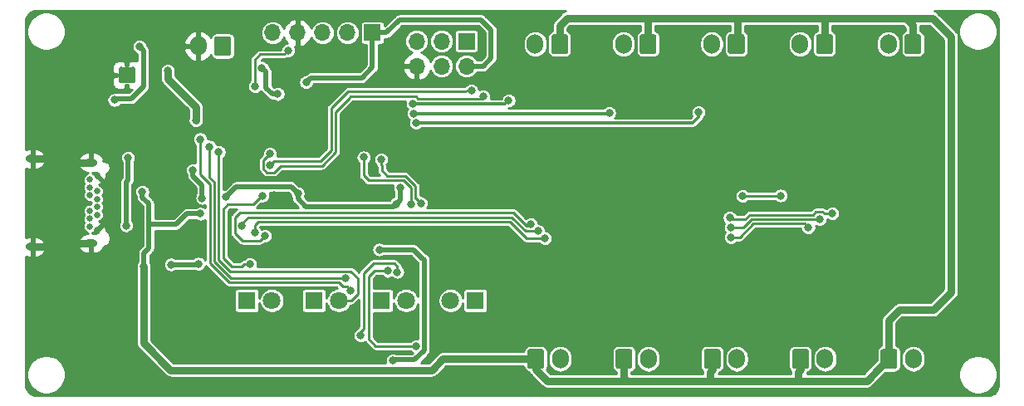
<source format=gbr>
G04 #@! TF.GenerationSoftware,KiCad,Pcbnew,(5.1.4-0)*
G04 #@! TF.CreationDate,2021-11-23T15:15:17+03:00*
G04 #@! TF.ProjectId,exercise_drop_tubes,65786572-6369-4736-955f-64726f705f74,rev?*
G04 #@! TF.SameCoordinates,Original*
G04 #@! TF.FileFunction,Copper,L2,Bot*
G04 #@! TF.FilePolarity,Positive*
%FSLAX46Y46*%
G04 Gerber Fmt 4.6, Leading zero omitted, Abs format (unit mm)*
G04 Created by KiCad (PCBNEW (5.1.4-0)) date 2021-11-23 15:15:17*
%MOMM*%
%LPD*%
G04 APERTURE LIST*
%ADD10R,1.700000X1.700000*%
%ADD11O,1.700000X1.700000*%
%ADD12C,0.500000*%
%ADD13C,0.100000*%
%ADD14C,1.680000*%
%ADD15R,1.800000X1.800000*%
%ADD16C,1.800000*%
%ADD17O,1.400000X0.800000*%
%ADD18C,0.650000*%
%ADD19O,1.700000X2.000000*%
%ADD20C,1.700000*%
%ADD21C,0.800000*%
%ADD22C,0.508000*%
%ADD23C,0.762000*%
%ADD24C,0.250000*%
%ADD25C,0.304800*%
%ADD26C,0.254000*%
G04 APERTURE END LIST*
D10*
X116750000Y-79150000D03*
D11*
X114210000Y-79150000D03*
X111670000Y-79150000D03*
X109130000Y-79150000D03*
X106590000Y-79150000D03*
D10*
X126350000Y-80000000D03*
D11*
X126350000Y-82540000D03*
X123810000Y-80000000D03*
X123810000Y-82540000D03*
X121270000Y-80000000D03*
X121270000Y-82540000D03*
D12*
X92315000Y-84052500D03*
X91135000Y-84052500D03*
X92315000Y-82872500D03*
X91135000Y-82872500D03*
D13*
G36*
X92339504Y-82623704D02*
G01*
X92363773Y-82627304D01*
X92387571Y-82633265D01*
X92410671Y-82641530D01*
X92432849Y-82652020D01*
X92453893Y-82664633D01*
X92473598Y-82679247D01*
X92491777Y-82695723D01*
X92508253Y-82713902D01*
X92522867Y-82733607D01*
X92535480Y-82754651D01*
X92545970Y-82776829D01*
X92554235Y-82799929D01*
X92560196Y-82823727D01*
X92563796Y-82847996D01*
X92565000Y-82872500D01*
X92565000Y-84052500D01*
X92563796Y-84077004D01*
X92560196Y-84101273D01*
X92554235Y-84125071D01*
X92545970Y-84148171D01*
X92535480Y-84170349D01*
X92522867Y-84191393D01*
X92508253Y-84211098D01*
X92491777Y-84229277D01*
X92473598Y-84245753D01*
X92453893Y-84260367D01*
X92432849Y-84272980D01*
X92410671Y-84283470D01*
X92387571Y-84291735D01*
X92363773Y-84297696D01*
X92339504Y-84301296D01*
X92315000Y-84302500D01*
X91135000Y-84302500D01*
X91110496Y-84301296D01*
X91086227Y-84297696D01*
X91062429Y-84291735D01*
X91039329Y-84283470D01*
X91017151Y-84272980D01*
X90996107Y-84260367D01*
X90976402Y-84245753D01*
X90958223Y-84229277D01*
X90941747Y-84211098D01*
X90927133Y-84191393D01*
X90914520Y-84170349D01*
X90904030Y-84148171D01*
X90895765Y-84125071D01*
X90889804Y-84101273D01*
X90886204Y-84077004D01*
X90885000Y-84052500D01*
X90885000Y-82872500D01*
X90886204Y-82847996D01*
X90889804Y-82823727D01*
X90895765Y-82799929D01*
X90904030Y-82776829D01*
X90914520Y-82754651D01*
X90927133Y-82733607D01*
X90941747Y-82713902D01*
X90958223Y-82695723D01*
X90976402Y-82679247D01*
X90996107Y-82664633D01*
X91017151Y-82652020D01*
X91039329Y-82641530D01*
X91062429Y-82633265D01*
X91086227Y-82627304D01*
X91110496Y-82623704D01*
X91135000Y-82622500D01*
X92315000Y-82622500D01*
X92339504Y-82623704D01*
X92339504Y-82623704D01*
G37*
D14*
X91725000Y-83462500D03*
D15*
X110800000Y-106450000D03*
D16*
X113340000Y-106450000D03*
D17*
X88060000Y-92370000D03*
X88060000Y-100630000D03*
X82110000Y-100990000D03*
X82110000Y-92010000D03*
D18*
X88660000Y-99300000D03*
X88660000Y-97700000D03*
X88660000Y-96900000D03*
X88660000Y-96100000D03*
X88660000Y-95300000D03*
X88660000Y-93700000D03*
X87960000Y-98900000D03*
X87960000Y-98100000D03*
X87960000Y-97300000D03*
X87960000Y-95700000D03*
X87960000Y-94900000D03*
X87960000Y-94100000D03*
D16*
X106500000Y-106450000D03*
D15*
X103960000Y-106450000D03*
X127250000Y-106450000D03*
D16*
X124710000Y-106450000D03*
D15*
X117650000Y-106450000D03*
D16*
X120190000Y-106450000D03*
D19*
X133350000Y-80300000D03*
D13*
G36*
X136474504Y-79301204D02*
G01*
X136498773Y-79304804D01*
X136522571Y-79310765D01*
X136545671Y-79319030D01*
X136567849Y-79329520D01*
X136588893Y-79342133D01*
X136608598Y-79356747D01*
X136626777Y-79373223D01*
X136643253Y-79391402D01*
X136657867Y-79411107D01*
X136670480Y-79432151D01*
X136680970Y-79454329D01*
X136689235Y-79477429D01*
X136695196Y-79501227D01*
X136698796Y-79525496D01*
X136700000Y-79550000D01*
X136700000Y-81050000D01*
X136698796Y-81074504D01*
X136695196Y-81098773D01*
X136689235Y-81122571D01*
X136680970Y-81145671D01*
X136670480Y-81167849D01*
X136657867Y-81188893D01*
X136643253Y-81208598D01*
X136626777Y-81226777D01*
X136608598Y-81243253D01*
X136588893Y-81257867D01*
X136567849Y-81270480D01*
X136545671Y-81280970D01*
X136522571Y-81289235D01*
X136498773Y-81295196D01*
X136474504Y-81298796D01*
X136450000Y-81300000D01*
X135250000Y-81300000D01*
X135225496Y-81298796D01*
X135201227Y-81295196D01*
X135177429Y-81289235D01*
X135154329Y-81280970D01*
X135132151Y-81270480D01*
X135111107Y-81257867D01*
X135091402Y-81243253D01*
X135073223Y-81226777D01*
X135056747Y-81208598D01*
X135042133Y-81188893D01*
X135029520Y-81167849D01*
X135019030Y-81145671D01*
X135010765Y-81122571D01*
X135004804Y-81098773D01*
X135001204Y-81074504D01*
X135000000Y-81050000D01*
X135000000Y-79550000D01*
X135001204Y-79525496D01*
X135004804Y-79501227D01*
X135010765Y-79477429D01*
X135019030Y-79454329D01*
X135029520Y-79432151D01*
X135042133Y-79411107D01*
X135056747Y-79391402D01*
X135073223Y-79373223D01*
X135091402Y-79356747D01*
X135111107Y-79342133D01*
X135132151Y-79329520D01*
X135154329Y-79319030D01*
X135177429Y-79310765D01*
X135201227Y-79304804D01*
X135225496Y-79301204D01*
X135250000Y-79300000D01*
X136450000Y-79300000D01*
X136474504Y-79301204D01*
X136474504Y-79301204D01*
G37*
D20*
X135850000Y-80300000D03*
D13*
G36*
X134024504Y-111401204D02*
G01*
X134048773Y-111404804D01*
X134072571Y-111410765D01*
X134095671Y-111419030D01*
X134117849Y-111429520D01*
X134138893Y-111442133D01*
X134158598Y-111456747D01*
X134176777Y-111473223D01*
X134193253Y-111491402D01*
X134207867Y-111511107D01*
X134220480Y-111532151D01*
X134230970Y-111554329D01*
X134239235Y-111577429D01*
X134245196Y-111601227D01*
X134248796Y-111625496D01*
X134250000Y-111650000D01*
X134250000Y-113150000D01*
X134248796Y-113174504D01*
X134245196Y-113198773D01*
X134239235Y-113222571D01*
X134230970Y-113245671D01*
X134220480Y-113267849D01*
X134207867Y-113288893D01*
X134193253Y-113308598D01*
X134176777Y-113326777D01*
X134158598Y-113343253D01*
X134138893Y-113357867D01*
X134117849Y-113370480D01*
X134095671Y-113380970D01*
X134072571Y-113389235D01*
X134048773Y-113395196D01*
X134024504Y-113398796D01*
X134000000Y-113400000D01*
X132800000Y-113400000D01*
X132775496Y-113398796D01*
X132751227Y-113395196D01*
X132727429Y-113389235D01*
X132704329Y-113380970D01*
X132682151Y-113370480D01*
X132661107Y-113357867D01*
X132641402Y-113343253D01*
X132623223Y-113326777D01*
X132606747Y-113308598D01*
X132592133Y-113288893D01*
X132579520Y-113267849D01*
X132569030Y-113245671D01*
X132560765Y-113222571D01*
X132554804Y-113198773D01*
X132551204Y-113174504D01*
X132550000Y-113150000D01*
X132550000Y-111650000D01*
X132551204Y-111625496D01*
X132554804Y-111601227D01*
X132560765Y-111577429D01*
X132569030Y-111554329D01*
X132579520Y-111532151D01*
X132592133Y-111511107D01*
X132606747Y-111491402D01*
X132623223Y-111473223D01*
X132641402Y-111456747D01*
X132661107Y-111442133D01*
X132682151Y-111429520D01*
X132704329Y-111419030D01*
X132727429Y-111410765D01*
X132751227Y-111404804D01*
X132775496Y-111401204D01*
X132800000Y-111400000D01*
X134000000Y-111400000D01*
X134024504Y-111401204D01*
X134024504Y-111401204D01*
G37*
D20*
X133400000Y-112400000D03*
D19*
X135900000Y-112400000D03*
X142350000Y-80300000D03*
D13*
G36*
X145474504Y-79301204D02*
G01*
X145498773Y-79304804D01*
X145522571Y-79310765D01*
X145545671Y-79319030D01*
X145567849Y-79329520D01*
X145588893Y-79342133D01*
X145608598Y-79356747D01*
X145626777Y-79373223D01*
X145643253Y-79391402D01*
X145657867Y-79411107D01*
X145670480Y-79432151D01*
X145680970Y-79454329D01*
X145689235Y-79477429D01*
X145695196Y-79501227D01*
X145698796Y-79525496D01*
X145700000Y-79550000D01*
X145700000Y-81050000D01*
X145698796Y-81074504D01*
X145695196Y-81098773D01*
X145689235Y-81122571D01*
X145680970Y-81145671D01*
X145670480Y-81167849D01*
X145657867Y-81188893D01*
X145643253Y-81208598D01*
X145626777Y-81226777D01*
X145608598Y-81243253D01*
X145588893Y-81257867D01*
X145567849Y-81270480D01*
X145545671Y-81280970D01*
X145522571Y-81289235D01*
X145498773Y-81295196D01*
X145474504Y-81298796D01*
X145450000Y-81300000D01*
X144250000Y-81300000D01*
X144225496Y-81298796D01*
X144201227Y-81295196D01*
X144177429Y-81289235D01*
X144154329Y-81280970D01*
X144132151Y-81270480D01*
X144111107Y-81257867D01*
X144091402Y-81243253D01*
X144073223Y-81226777D01*
X144056747Y-81208598D01*
X144042133Y-81188893D01*
X144029520Y-81167849D01*
X144019030Y-81145671D01*
X144010765Y-81122571D01*
X144004804Y-81098773D01*
X144001204Y-81074504D01*
X144000000Y-81050000D01*
X144000000Y-79550000D01*
X144001204Y-79525496D01*
X144004804Y-79501227D01*
X144010765Y-79477429D01*
X144019030Y-79454329D01*
X144029520Y-79432151D01*
X144042133Y-79411107D01*
X144056747Y-79391402D01*
X144073223Y-79373223D01*
X144091402Y-79356747D01*
X144111107Y-79342133D01*
X144132151Y-79329520D01*
X144154329Y-79319030D01*
X144177429Y-79310765D01*
X144201227Y-79304804D01*
X144225496Y-79301204D01*
X144250000Y-79300000D01*
X145450000Y-79300000D01*
X145474504Y-79301204D01*
X145474504Y-79301204D01*
G37*
D20*
X144850000Y-80300000D03*
D19*
X144900000Y-112400000D03*
D13*
G36*
X143024504Y-111401204D02*
G01*
X143048773Y-111404804D01*
X143072571Y-111410765D01*
X143095671Y-111419030D01*
X143117849Y-111429520D01*
X143138893Y-111442133D01*
X143158598Y-111456747D01*
X143176777Y-111473223D01*
X143193253Y-111491402D01*
X143207867Y-111511107D01*
X143220480Y-111532151D01*
X143230970Y-111554329D01*
X143239235Y-111577429D01*
X143245196Y-111601227D01*
X143248796Y-111625496D01*
X143250000Y-111650000D01*
X143250000Y-113150000D01*
X143248796Y-113174504D01*
X143245196Y-113198773D01*
X143239235Y-113222571D01*
X143230970Y-113245671D01*
X143220480Y-113267849D01*
X143207867Y-113288893D01*
X143193253Y-113308598D01*
X143176777Y-113326777D01*
X143158598Y-113343253D01*
X143138893Y-113357867D01*
X143117849Y-113370480D01*
X143095671Y-113380970D01*
X143072571Y-113389235D01*
X143048773Y-113395196D01*
X143024504Y-113398796D01*
X143000000Y-113400000D01*
X141800000Y-113400000D01*
X141775496Y-113398796D01*
X141751227Y-113395196D01*
X141727429Y-113389235D01*
X141704329Y-113380970D01*
X141682151Y-113370480D01*
X141661107Y-113357867D01*
X141641402Y-113343253D01*
X141623223Y-113326777D01*
X141606747Y-113308598D01*
X141592133Y-113288893D01*
X141579520Y-113267849D01*
X141569030Y-113245671D01*
X141560765Y-113222571D01*
X141554804Y-113198773D01*
X141551204Y-113174504D01*
X141550000Y-113150000D01*
X141550000Y-111650000D01*
X141551204Y-111625496D01*
X141554804Y-111601227D01*
X141560765Y-111577429D01*
X141569030Y-111554329D01*
X141579520Y-111532151D01*
X141592133Y-111511107D01*
X141606747Y-111491402D01*
X141623223Y-111473223D01*
X141641402Y-111456747D01*
X141661107Y-111442133D01*
X141682151Y-111429520D01*
X141704329Y-111419030D01*
X141727429Y-111410765D01*
X141751227Y-111404804D01*
X141775496Y-111401204D01*
X141800000Y-111400000D01*
X143000000Y-111400000D01*
X143024504Y-111401204D01*
X143024504Y-111401204D01*
G37*
D20*
X142400000Y-112400000D03*
D13*
G36*
X154474504Y-79301204D02*
G01*
X154498773Y-79304804D01*
X154522571Y-79310765D01*
X154545671Y-79319030D01*
X154567849Y-79329520D01*
X154588893Y-79342133D01*
X154608598Y-79356747D01*
X154626777Y-79373223D01*
X154643253Y-79391402D01*
X154657867Y-79411107D01*
X154670480Y-79432151D01*
X154680970Y-79454329D01*
X154689235Y-79477429D01*
X154695196Y-79501227D01*
X154698796Y-79525496D01*
X154700000Y-79550000D01*
X154700000Y-81050000D01*
X154698796Y-81074504D01*
X154695196Y-81098773D01*
X154689235Y-81122571D01*
X154680970Y-81145671D01*
X154670480Y-81167849D01*
X154657867Y-81188893D01*
X154643253Y-81208598D01*
X154626777Y-81226777D01*
X154608598Y-81243253D01*
X154588893Y-81257867D01*
X154567849Y-81270480D01*
X154545671Y-81280970D01*
X154522571Y-81289235D01*
X154498773Y-81295196D01*
X154474504Y-81298796D01*
X154450000Y-81300000D01*
X153250000Y-81300000D01*
X153225496Y-81298796D01*
X153201227Y-81295196D01*
X153177429Y-81289235D01*
X153154329Y-81280970D01*
X153132151Y-81270480D01*
X153111107Y-81257867D01*
X153091402Y-81243253D01*
X153073223Y-81226777D01*
X153056747Y-81208598D01*
X153042133Y-81188893D01*
X153029520Y-81167849D01*
X153019030Y-81145671D01*
X153010765Y-81122571D01*
X153004804Y-81098773D01*
X153001204Y-81074504D01*
X153000000Y-81050000D01*
X153000000Y-79550000D01*
X153001204Y-79525496D01*
X153004804Y-79501227D01*
X153010765Y-79477429D01*
X153019030Y-79454329D01*
X153029520Y-79432151D01*
X153042133Y-79411107D01*
X153056747Y-79391402D01*
X153073223Y-79373223D01*
X153091402Y-79356747D01*
X153111107Y-79342133D01*
X153132151Y-79329520D01*
X153154329Y-79319030D01*
X153177429Y-79310765D01*
X153201227Y-79304804D01*
X153225496Y-79301204D01*
X153250000Y-79300000D01*
X154450000Y-79300000D01*
X154474504Y-79301204D01*
X154474504Y-79301204D01*
G37*
D20*
X153850000Y-80300000D03*
D19*
X151350000Y-80300000D03*
D13*
G36*
X152024504Y-111401204D02*
G01*
X152048773Y-111404804D01*
X152072571Y-111410765D01*
X152095671Y-111419030D01*
X152117849Y-111429520D01*
X152138893Y-111442133D01*
X152158598Y-111456747D01*
X152176777Y-111473223D01*
X152193253Y-111491402D01*
X152207867Y-111511107D01*
X152220480Y-111532151D01*
X152230970Y-111554329D01*
X152239235Y-111577429D01*
X152245196Y-111601227D01*
X152248796Y-111625496D01*
X152250000Y-111650000D01*
X152250000Y-113150000D01*
X152248796Y-113174504D01*
X152245196Y-113198773D01*
X152239235Y-113222571D01*
X152230970Y-113245671D01*
X152220480Y-113267849D01*
X152207867Y-113288893D01*
X152193253Y-113308598D01*
X152176777Y-113326777D01*
X152158598Y-113343253D01*
X152138893Y-113357867D01*
X152117849Y-113370480D01*
X152095671Y-113380970D01*
X152072571Y-113389235D01*
X152048773Y-113395196D01*
X152024504Y-113398796D01*
X152000000Y-113400000D01*
X150800000Y-113400000D01*
X150775496Y-113398796D01*
X150751227Y-113395196D01*
X150727429Y-113389235D01*
X150704329Y-113380970D01*
X150682151Y-113370480D01*
X150661107Y-113357867D01*
X150641402Y-113343253D01*
X150623223Y-113326777D01*
X150606747Y-113308598D01*
X150592133Y-113288893D01*
X150579520Y-113267849D01*
X150569030Y-113245671D01*
X150560765Y-113222571D01*
X150554804Y-113198773D01*
X150551204Y-113174504D01*
X150550000Y-113150000D01*
X150550000Y-111650000D01*
X150551204Y-111625496D01*
X150554804Y-111601227D01*
X150560765Y-111577429D01*
X150569030Y-111554329D01*
X150579520Y-111532151D01*
X150592133Y-111511107D01*
X150606747Y-111491402D01*
X150623223Y-111473223D01*
X150641402Y-111456747D01*
X150661107Y-111442133D01*
X150682151Y-111429520D01*
X150704329Y-111419030D01*
X150727429Y-111410765D01*
X150751227Y-111404804D01*
X150775496Y-111401204D01*
X150800000Y-111400000D01*
X152000000Y-111400000D01*
X152024504Y-111401204D01*
X152024504Y-111401204D01*
G37*
D20*
X151400000Y-112400000D03*
D19*
X153900000Y-112400000D03*
D13*
G36*
X163474504Y-79301204D02*
G01*
X163498773Y-79304804D01*
X163522571Y-79310765D01*
X163545671Y-79319030D01*
X163567849Y-79329520D01*
X163588893Y-79342133D01*
X163608598Y-79356747D01*
X163626777Y-79373223D01*
X163643253Y-79391402D01*
X163657867Y-79411107D01*
X163670480Y-79432151D01*
X163680970Y-79454329D01*
X163689235Y-79477429D01*
X163695196Y-79501227D01*
X163698796Y-79525496D01*
X163700000Y-79550000D01*
X163700000Y-81050000D01*
X163698796Y-81074504D01*
X163695196Y-81098773D01*
X163689235Y-81122571D01*
X163680970Y-81145671D01*
X163670480Y-81167849D01*
X163657867Y-81188893D01*
X163643253Y-81208598D01*
X163626777Y-81226777D01*
X163608598Y-81243253D01*
X163588893Y-81257867D01*
X163567849Y-81270480D01*
X163545671Y-81280970D01*
X163522571Y-81289235D01*
X163498773Y-81295196D01*
X163474504Y-81298796D01*
X163450000Y-81300000D01*
X162250000Y-81300000D01*
X162225496Y-81298796D01*
X162201227Y-81295196D01*
X162177429Y-81289235D01*
X162154329Y-81280970D01*
X162132151Y-81270480D01*
X162111107Y-81257867D01*
X162091402Y-81243253D01*
X162073223Y-81226777D01*
X162056747Y-81208598D01*
X162042133Y-81188893D01*
X162029520Y-81167849D01*
X162019030Y-81145671D01*
X162010765Y-81122571D01*
X162004804Y-81098773D01*
X162001204Y-81074504D01*
X162000000Y-81050000D01*
X162000000Y-79550000D01*
X162001204Y-79525496D01*
X162004804Y-79501227D01*
X162010765Y-79477429D01*
X162019030Y-79454329D01*
X162029520Y-79432151D01*
X162042133Y-79411107D01*
X162056747Y-79391402D01*
X162073223Y-79373223D01*
X162091402Y-79356747D01*
X162111107Y-79342133D01*
X162132151Y-79329520D01*
X162154329Y-79319030D01*
X162177429Y-79310765D01*
X162201227Y-79304804D01*
X162225496Y-79301204D01*
X162250000Y-79300000D01*
X163450000Y-79300000D01*
X163474504Y-79301204D01*
X163474504Y-79301204D01*
G37*
D20*
X162850000Y-80300000D03*
D19*
X160350000Y-80300000D03*
D13*
G36*
X161024504Y-111401204D02*
G01*
X161048773Y-111404804D01*
X161072571Y-111410765D01*
X161095671Y-111419030D01*
X161117849Y-111429520D01*
X161138893Y-111442133D01*
X161158598Y-111456747D01*
X161176777Y-111473223D01*
X161193253Y-111491402D01*
X161207867Y-111511107D01*
X161220480Y-111532151D01*
X161230970Y-111554329D01*
X161239235Y-111577429D01*
X161245196Y-111601227D01*
X161248796Y-111625496D01*
X161250000Y-111650000D01*
X161250000Y-113150000D01*
X161248796Y-113174504D01*
X161245196Y-113198773D01*
X161239235Y-113222571D01*
X161230970Y-113245671D01*
X161220480Y-113267849D01*
X161207867Y-113288893D01*
X161193253Y-113308598D01*
X161176777Y-113326777D01*
X161158598Y-113343253D01*
X161138893Y-113357867D01*
X161117849Y-113370480D01*
X161095671Y-113380970D01*
X161072571Y-113389235D01*
X161048773Y-113395196D01*
X161024504Y-113398796D01*
X161000000Y-113400000D01*
X159800000Y-113400000D01*
X159775496Y-113398796D01*
X159751227Y-113395196D01*
X159727429Y-113389235D01*
X159704329Y-113380970D01*
X159682151Y-113370480D01*
X159661107Y-113357867D01*
X159641402Y-113343253D01*
X159623223Y-113326777D01*
X159606747Y-113308598D01*
X159592133Y-113288893D01*
X159579520Y-113267849D01*
X159569030Y-113245671D01*
X159560765Y-113222571D01*
X159554804Y-113198773D01*
X159551204Y-113174504D01*
X159550000Y-113150000D01*
X159550000Y-111650000D01*
X159551204Y-111625496D01*
X159554804Y-111601227D01*
X159560765Y-111577429D01*
X159569030Y-111554329D01*
X159579520Y-111532151D01*
X159592133Y-111511107D01*
X159606747Y-111491402D01*
X159623223Y-111473223D01*
X159641402Y-111456747D01*
X159661107Y-111442133D01*
X159682151Y-111429520D01*
X159704329Y-111419030D01*
X159727429Y-111410765D01*
X159751227Y-111404804D01*
X159775496Y-111401204D01*
X159800000Y-111400000D01*
X161000000Y-111400000D01*
X161024504Y-111401204D01*
X161024504Y-111401204D01*
G37*
D20*
X160400000Y-112400000D03*
D19*
X162900000Y-112400000D03*
X171900000Y-112400000D03*
D13*
G36*
X170024504Y-111401204D02*
G01*
X170048773Y-111404804D01*
X170072571Y-111410765D01*
X170095671Y-111419030D01*
X170117849Y-111429520D01*
X170138893Y-111442133D01*
X170158598Y-111456747D01*
X170176777Y-111473223D01*
X170193253Y-111491402D01*
X170207867Y-111511107D01*
X170220480Y-111532151D01*
X170230970Y-111554329D01*
X170239235Y-111577429D01*
X170245196Y-111601227D01*
X170248796Y-111625496D01*
X170250000Y-111650000D01*
X170250000Y-113150000D01*
X170248796Y-113174504D01*
X170245196Y-113198773D01*
X170239235Y-113222571D01*
X170230970Y-113245671D01*
X170220480Y-113267849D01*
X170207867Y-113288893D01*
X170193253Y-113308598D01*
X170176777Y-113326777D01*
X170158598Y-113343253D01*
X170138893Y-113357867D01*
X170117849Y-113370480D01*
X170095671Y-113380970D01*
X170072571Y-113389235D01*
X170048773Y-113395196D01*
X170024504Y-113398796D01*
X170000000Y-113400000D01*
X168800000Y-113400000D01*
X168775496Y-113398796D01*
X168751227Y-113395196D01*
X168727429Y-113389235D01*
X168704329Y-113380970D01*
X168682151Y-113370480D01*
X168661107Y-113357867D01*
X168641402Y-113343253D01*
X168623223Y-113326777D01*
X168606747Y-113308598D01*
X168592133Y-113288893D01*
X168579520Y-113267849D01*
X168569030Y-113245671D01*
X168560765Y-113222571D01*
X168554804Y-113198773D01*
X168551204Y-113174504D01*
X168550000Y-113150000D01*
X168550000Y-111650000D01*
X168551204Y-111625496D01*
X168554804Y-111601227D01*
X168560765Y-111577429D01*
X168569030Y-111554329D01*
X168579520Y-111532151D01*
X168592133Y-111511107D01*
X168606747Y-111491402D01*
X168623223Y-111473223D01*
X168641402Y-111456747D01*
X168661107Y-111442133D01*
X168682151Y-111429520D01*
X168704329Y-111419030D01*
X168727429Y-111410765D01*
X168751227Y-111404804D01*
X168775496Y-111401204D01*
X168800000Y-111400000D01*
X170000000Y-111400000D01*
X170024504Y-111401204D01*
X170024504Y-111401204D01*
G37*
D20*
X169400000Y-112400000D03*
D13*
G36*
X172474504Y-79301204D02*
G01*
X172498773Y-79304804D01*
X172522571Y-79310765D01*
X172545671Y-79319030D01*
X172567849Y-79329520D01*
X172588893Y-79342133D01*
X172608598Y-79356747D01*
X172626777Y-79373223D01*
X172643253Y-79391402D01*
X172657867Y-79411107D01*
X172670480Y-79432151D01*
X172680970Y-79454329D01*
X172689235Y-79477429D01*
X172695196Y-79501227D01*
X172698796Y-79525496D01*
X172700000Y-79550000D01*
X172700000Y-81050000D01*
X172698796Y-81074504D01*
X172695196Y-81098773D01*
X172689235Y-81122571D01*
X172680970Y-81145671D01*
X172670480Y-81167849D01*
X172657867Y-81188893D01*
X172643253Y-81208598D01*
X172626777Y-81226777D01*
X172608598Y-81243253D01*
X172588893Y-81257867D01*
X172567849Y-81270480D01*
X172545671Y-81280970D01*
X172522571Y-81289235D01*
X172498773Y-81295196D01*
X172474504Y-81298796D01*
X172450000Y-81300000D01*
X171250000Y-81300000D01*
X171225496Y-81298796D01*
X171201227Y-81295196D01*
X171177429Y-81289235D01*
X171154329Y-81280970D01*
X171132151Y-81270480D01*
X171111107Y-81257867D01*
X171091402Y-81243253D01*
X171073223Y-81226777D01*
X171056747Y-81208598D01*
X171042133Y-81188893D01*
X171029520Y-81167849D01*
X171019030Y-81145671D01*
X171010765Y-81122571D01*
X171004804Y-81098773D01*
X171001204Y-81074504D01*
X171000000Y-81050000D01*
X171000000Y-79550000D01*
X171001204Y-79525496D01*
X171004804Y-79501227D01*
X171010765Y-79477429D01*
X171019030Y-79454329D01*
X171029520Y-79432151D01*
X171042133Y-79411107D01*
X171056747Y-79391402D01*
X171073223Y-79373223D01*
X171091402Y-79356747D01*
X171111107Y-79342133D01*
X171132151Y-79329520D01*
X171154329Y-79319030D01*
X171177429Y-79310765D01*
X171201227Y-79304804D01*
X171225496Y-79301204D01*
X171250000Y-79300000D01*
X172450000Y-79300000D01*
X172474504Y-79301204D01*
X172474504Y-79301204D01*
G37*
D20*
X171850000Y-80300000D03*
D19*
X169350000Y-80300000D03*
D13*
G36*
X102124504Y-79501204D02*
G01*
X102148773Y-79504804D01*
X102172571Y-79510765D01*
X102195671Y-79519030D01*
X102217849Y-79529520D01*
X102238893Y-79542133D01*
X102258598Y-79556747D01*
X102276777Y-79573223D01*
X102293253Y-79591402D01*
X102307867Y-79611107D01*
X102320480Y-79632151D01*
X102330970Y-79654329D01*
X102339235Y-79677429D01*
X102345196Y-79701227D01*
X102348796Y-79725496D01*
X102350000Y-79750000D01*
X102350000Y-81250000D01*
X102348796Y-81274504D01*
X102345196Y-81298773D01*
X102339235Y-81322571D01*
X102330970Y-81345671D01*
X102320480Y-81367849D01*
X102307867Y-81388893D01*
X102293253Y-81408598D01*
X102276777Y-81426777D01*
X102258598Y-81443253D01*
X102238893Y-81457867D01*
X102217849Y-81470480D01*
X102195671Y-81480970D01*
X102172571Y-81489235D01*
X102148773Y-81495196D01*
X102124504Y-81498796D01*
X102100000Y-81500000D01*
X100900000Y-81500000D01*
X100875496Y-81498796D01*
X100851227Y-81495196D01*
X100827429Y-81489235D01*
X100804329Y-81480970D01*
X100782151Y-81470480D01*
X100761107Y-81457867D01*
X100741402Y-81443253D01*
X100723223Y-81426777D01*
X100706747Y-81408598D01*
X100692133Y-81388893D01*
X100679520Y-81367849D01*
X100669030Y-81345671D01*
X100660765Y-81322571D01*
X100654804Y-81298773D01*
X100651204Y-81274504D01*
X100650000Y-81250000D01*
X100650000Y-79750000D01*
X100651204Y-79725496D01*
X100654804Y-79701227D01*
X100660765Y-79677429D01*
X100669030Y-79654329D01*
X100679520Y-79632151D01*
X100692133Y-79611107D01*
X100706747Y-79591402D01*
X100723223Y-79573223D01*
X100741402Y-79556747D01*
X100761107Y-79542133D01*
X100782151Y-79529520D01*
X100804329Y-79519030D01*
X100827429Y-79510765D01*
X100851227Y-79504804D01*
X100875496Y-79501204D01*
X100900000Y-79500000D01*
X102100000Y-79500000D01*
X102124504Y-79501204D01*
X102124504Y-79501204D01*
G37*
D20*
X101500000Y-80500000D03*
D19*
X99000000Y-80500000D03*
D21*
X96219000Y-102781328D03*
X99000000Y-102700000D03*
X107100000Y-86850000D03*
X106750000Y-95700000D03*
X115850000Y-88250000D03*
X117650000Y-88300000D03*
X99100000Y-98650000D03*
X97787347Y-95512653D03*
X94800000Y-95500000D03*
X92826889Y-94437077D03*
X92200000Y-99700000D03*
X114300000Y-102500000D03*
X105950000Y-101050000D03*
X133250000Y-106650000D03*
X137950000Y-109250000D03*
X142700000Y-105700000D03*
X146250000Y-109450000D03*
X151800000Y-105650000D03*
X156350000Y-108300000D03*
X160650000Y-105700000D03*
X164200000Y-109400000D03*
X169550000Y-105650000D03*
X173000000Y-109400000D03*
X171300000Y-99400000D03*
X103050000Y-88150000D03*
X94800000Y-80000000D03*
X88400000Y-79950000D03*
X87100000Y-86100000D03*
X89950000Y-89700000D03*
X91500000Y-89750000D03*
X93100000Y-89750000D03*
X94750000Y-87400000D03*
X121100000Y-93200000D03*
X125500000Y-101650000D03*
X124250000Y-101600000D03*
X122900000Y-101450000D03*
X131850000Y-101550000D03*
X110500000Y-94650000D03*
X102300000Y-105550000D03*
X113450000Y-108600000D03*
X120200000Y-108550000D03*
X129275000Y-109075000D03*
X93000000Y-80550000D03*
X90450000Y-86000000D03*
X91650000Y-98800000D03*
X91850000Y-91900000D03*
X105500000Y-82724989D03*
X107100000Y-85400000D03*
X93300000Y-95350000D03*
X93450000Y-102950000D03*
X99200000Y-97600000D03*
X108150000Y-80950000D03*
X104800000Y-84625000D03*
X98450000Y-93150000D03*
X110000000Y-84200000D03*
X119600000Y-94950000D03*
X119200000Y-96600000D03*
X109150000Y-95500000D03*
X99400000Y-96000000D03*
X101825000Y-95900000D03*
X117450000Y-101250000D03*
X118837500Y-112550001D03*
X99200000Y-90000000D03*
X114552864Y-105425010D03*
X100100004Y-90750000D03*
X114000000Y-104175000D03*
X101100000Y-91300000D03*
X104250000Y-102725000D03*
X105550000Y-95750000D03*
X120873759Y-86381314D03*
X130650000Y-86050000D03*
X120970961Y-87376581D03*
X140900000Y-87300000D03*
X121200000Y-88350000D03*
X150000000Y-87250000D03*
X106300000Y-91500000D03*
X128051782Y-85646083D03*
X106350000Y-92650000D03*
X126850000Y-85050000D03*
X104800000Y-99550000D03*
X161200000Y-99000000D03*
X153300000Y-100000000D03*
X134350000Y-100100000D03*
X105800000Y-99850000D03*
X163650000Y-97550000D03*
X153175965Y-98007717D03*
X132900342Y-98650000D03*
X103450000Y-98800000D03*
X162350000Y-98150000D03*
X153300000Y-98999997D03*
X133642892Y-99375000D03*
X98750000Y-88100000D03*
X95900000Y-83000000D03*
X117650000Y-92050000D03*
X121697185Y-96525000D03*
X119298385Y-103537082D03*
X115550000Y-110000000D03*
X115850000Y-91847600D03*
X120700000Y-96600000D03*
X118304000Y-103431239D03*
X121200000Y-111100000D03*
X154500000Y-95800000D03*
X158350000Y-95750000D03*
D22*
X98918672Y-102781328D02*
X99000000Y-102700000D01*
X96219000Y-102781328D02*
X98918672Y-102781328D01*
D23*
X88060000Y-92370000D02*
X83920000Y-92370000D01*
X83572000Y-92010000D02*
X82110000Y-92010000D01*
X83920000Y-92358000D02*
X83572000Y-92010000D01*
X83920000Y-92370000D02*
X83920000Y-92358000D01*
X84262000Y-100630000D02*
X83902000Y-100990000D01*
X83902000Y-100990000D02*
X82110000Y-100990000D01*
X88060000Y-100630000D02*
X84262000Y-100630000D01*
D22*
X93400000Y-80950000D02*
X93400000Y-84650000D01*
X93000000Y-80550000D02*
X93400000Y-80950000D01*
X93400000Y-84650000D02*
X92200000Y-85850000D01*
X90600000Y-85850000D02*
X90450000Y-86000000D01*
X92200000Y-85850000D02*
X90600000Y-85850000D01*
X91650000Y-98800000D02*
X91650000Y-94350000D01*
X91850000Y-94150000D02*
X91850000Y-91900000D01*
X91650000Y-94350000D02*
X91850000Y-94150000D01*
X105899999Y-83124988D02*
X105899999Y-84749999D01*
X105500000Y-82724989D02*
X105899999Y-83124988D01*
X106550000Y-85400000D02*
X107100000Y-85400000D01*
X105899999Y-84749999D02*
X106550000Y-85400000D01*
X93300000Y-95915685D02*
X93950000Y-96565685D01*
X93300000Y-95350000D02*
X93300000Y-95915685D01*
X93450000Y-101600000D02*
X93450000Y-102950000D01*
X93950000Y-101100000D02*
X93450000Y-101600000D01*
X97850000Y-97600000D02*
X96750000Y-98700000D01*
X99200000Y-97600000D02*
X97850000Y-97600000D01*
X94050000Y-98700000D02*
X93950000Y-98800000D01*
X96750000Y-98700000D02*
X94050000Y-98700000D01*
X93950000Y-98800000D02*
X93950000Y-101100000D01*
X93950000Y-96565685D02*
X93950000Y-98800000D01*
D23*
X167150000Y-114650000D02*
X168494447Y-113305553D01*
X160150000Y-113750000D02*
X160150000Y-114650000D01*
X160400000Y-113500000D02*
X160150000Y-113750000D01*
X160400000Y-112400000D02*
X160400000Y-113500000D01*
X160150000Y-114650000D02*
X167150000Y-114650000D01*
X151400000Y-113500000D02*
X151150000Y-113750000D01*
X151150000Y-113750000D02*
X151150000Y-114650000D01*
X151400000Y-112400000D02*
X151400000Y-113500000D01*
X151150000Y-114650000D02*
X160150000Y-114650000D01*
X142400000Y-114350000D02*
X142700000Y-114650000D01*
X142700000Y-114650000D02*
X151150000Y-114650000D01*
X142400000Y-112400000D02*
X142400000Y-114350000D01*
X134600000Y-114650000D02*
X142700000Y-114650000D01*
X133400000Y-113450000D02*
X134600000Y-114650000D01*
X133400000Y-112400000D02*
X133400000Y-113450000D01*
X135850000Y-78400000D02*
X135850000Y-80300000D01*
X136600000Y-77650000D02*
X135850000Y-78400000D01*
X144850000Y-77900000D02*
X145100000Y-77650000D01*
X144850000Y-80300000D02*
X144850000Y-77900000D01*
X145100000Y-77650000D02*
X136600000Y-77650000D01*
X154250000Y-77650000D02*
X145100000Y-77650000D01*
X154000000Y-77900000D02*
X154250000Y-77650000D01*
X154000000Y-80150000D02*
X154000000Y-77900000D01*
X153850000Y-80300000D02*
X154000000Y-80150000D01*
X162850000Y-80300000D02*
X162850000Y-77800000D01*
X162700000Y-77650000D02*
X154250000Y-77650000D01*
X162850000Y-77800000D02*
X162700000Y-77650000D01*
X171850000Y-78350000D02*
X171150000Y-77650000D01*
X171850000Y-80300000D02*
X171850000Y-78350000D01*
X171150000Y-77650000D02*
X162700000Y-77650000D01*
X173850000Y-77650000D02*
X171150000Y-77650000D01*
X175750000Y-79550000D02*
X173850000Y-77650000D01*
X170450000Y-107400000D02*
X173950000Y-107400000D01*
X169400000Y-108450000D02*
X170450000Y-107400000D01*
X175750000Y-105600000D02*
X175750000Y-79550000D01*
X173950000Y-107400000D02*
X175750000Y-105600000D01*
X169400000Y-112400000D02*
X169400000Y-108450000D01*
X133400000Y-112400000D02*
X123950000Y-112400000D01*
X122818999Y-113531001D02*
X96181001Y-113531001D01*
X123950000Y-112400000D02*
X122818999Y-113531001D01*
X93450000Y-110800000D02*
X93450000Y-102950000D01*
X96181001Y-113531001D02*
X93450000Y-110800000D01*
X168494447Y-113305553D02*
X169400000Y-112400000D01*
D24*
X107750001Y-81349999D02*
X105300001Y-81349999D01*
X108150000Y-80950000D02*
X107750001Y-81349999D01*
X104774999Y-84599999D02*
X104800000Y-84625000D01*
X104774999Y-81875001D02*
X104774999Y-84599999D01*
X105300001Y-81349999D02*
X104774999Y-81875001D01*
D22*
X110000000Y-84200000D02*
X110450000Y-83750000D01*
X110450000Y-83750000D02*
X115700000Y-83750000D01*
X116750000Y-82700000D02*
X116750000Y-79150000D01*
X115700000Y-83750000D02*
X116750000Y-82700000D01*
X119600000Y-96200000D02*
X119200000Y-96600000D01*
X119600000Y-94950000D02*
X119600000Y-96200000D01*
X109934315Y-96850000D02*
X118950000Y-96850000D01*
X118950000Y-96850000D02*
X119200000Y-96600000D01*
X109150000Y-96065685D02*
X109934315Y-96850000D01*
X109150000Y-95500000D02*
X109150000Y-96065685D01*
X128060000Y-82540000D02*
X126350000Y-82540000D01*
X128850000Y-78850000D02*
X128850000Y-81750000D01*
X127800000Y-77800000D02*
X128850000Y-78850000D01*
X128850000Y-81750000D02*
X128060000Y-82540000D01*
X119550000Y-77800000D02*
X127800000Y-77800000D01*
X118200000Y-79150000D02*
X119550000Y-77800000D01*
X116750000Y-79150000D02*
X118200000Y-79150000D01*
X98450000Y-93715685D02*
X99400000Y-94665685D01*
X98450000Y-93150000D02*
X98450000Y-93715685D01*
X99400000Y-94665685D02*
X99400000Y-96000000D01*
X108750001Y-95100001D02*
X109150000Y-95500000D01*
X102879001Y-94845999D02*
X108495999Y-94845999D01*
X101825000Y-95900000D02*
X102879001Y-94845999D01*
X108495999Y-94845999D02*
X108750001Y-95100001D01*
X121063922Y-112500000D02*
X118887501Y-112500000D01*
X122054001Y-102304001D02*
X122054001Y-111509921D01*
X121950000Y-102200000D02*
X122054001Y-102304001D01*
X122054001Y-111509921D02*
X121063922Y-112500000D01*
X121900000Y-102200000D02*
X121950000Y-102200000D01*
X118887501Y-112500000D02*
X118837500Y-112550001D01*
X120950000Y-101250000D02*
X121900000Y-102200000D01*
X117450000Y-101250000D02*
X120950000Y-101250000D01*
D24*
X99200000Y-90565685D02*
X99200000Y-90000000D01*
X99200000Y-93586410D02*
X100199980Y-94586390D01*
X99200000Y-90000000D02*
X99200000Y-93586410D01*
X100199980Y-94586390D02*
X100199980Y-102672800D01*
X102152190Y-104625010D02*
X113328012Y-104625010D01*
X113728013Y-105025011D02*
X114152865Y-105025011D01*
X100199980Y-102672800D02*
X102152190Y-104625010D01*
X113328012Y-104625010D02*
X113728013Y-105025011D01*
X114152865Y-105025011D02*
X114552864Y-105425010D01*
X100100004Y-93850004D02*
X100100004Y-90750000D01*
X100649990Y-94399990D02*
X100100004Y-93850004D01*
X100649990Y-102486400D02*
X100649990Y-94399990D01*
X102338590Y-104175000D02*
X100649990Y-102486400D01*
X114000000Y-104175000D02*
X102338590Y-104175000D01*
X100100004Y-93850004D02*
X100100004Y-91315685D01*
X114600000Y-106450000D02*
X113340000Y-106450000D01*
X115290000Y-105760000D02*
X114600000Y-106450000D01*
X101100000Y-102300000D02*
X102250000Y-103450000D01*
X115290000Y-104190000D02*
X115290000Y-105760000D01*
X114550000Y-103450000D02*
X115290000Y-104190000D01*
X102250000Y-103450000D02*
X114550000Y-103450000D01*
X101100000Y-91300000D02*
X101100000Y-102300000D01*
X103684315Y-102725000D02*
X103409315Y-103000000D01*
X104250000Y-102725000D02*
X103684315Y-102725000D01*
X103409315Y-103000000D02*
X102436410Y-103000000D01*
X102436410Y-103000000D02*
X101550010Y-102113600D01*
X101550010Y-102113600D02*
X101550010Y-97099990D01*
X102024999Y-96625001D02*
X104574999Y-96625001D01*
X101550010Y-97099990D02*
X102024999Y-96625001D01*
X105450000Y-95750000D02*
X105550000Y-95750000D01*
X104574999Y-96625001D02*
X105450000Y-95750000D01*
D25*
X121439444Y-86381314D02*
X121458130Y-86400000D01*
X120873759Y-86381314D02*
X121439444Y-86381314D01*
X130300000Y-86400000D02*
X130650000Y-86050000D01*
X121458130Y-86400000D02*
X130300000Y-86400000D01*
X140823419Y-87376581D02*
X140900000Y-87300000D01*
X120970961Y-87376581D02*
X140823419Y-87376581D01*
X121200000Y-88350000D02*
X149400000Y-88350000D01*
X150000000Y-87750000D02*
X150000000Y-87250000D01*
X149400000Y-88350000D02*
X150000000Y-87750000D01*
D24*
X106698001Y-93375001D02*
X107372991Y-92700011D01*
X106001999Y-93375001D02*
X106698001Y-93375001D01*
X105624999Y-92175001D02*
X105624999Y-92998001D01*
X105624999Y-92998001D02*
X106001999Y-93375001D01*
X106300000Y-91500000D02*
X105624999Y-92175001D01*
X111636400Y-92700010D02*
X113000010Y-91336400D01*
X107372991Y-92700011D02*
X111636400Y-92700010D01*
X113000010Y-91336400D02*
X113000010Y-87199990D01*
X113000010Y-87199990D02*
X114349990Y-85850010D01*
X127847855Y-85850010D02*
X128051782Y-85646083D01*
X121415457Y-85850010D02*
X127847855Y-85850010D01*
X121221760Y-85656313D02*
X121415457Y-85850010D01*
X114543687Y-85656313D02*
X121221760Y-85656313D01*
X114349990Y-85850010D02*
X114543687Y-85656313D01*
X106749999Y-92250001D02*
X106350000Y-92650000D01*
X112550000Y-86850000D02*
X112550000Y-91150000D01*
X111449999Y-92250001D02*
X106749999Y-92250001D01*
X112550000Y-91150000D02*
X111449999Y-92250001D01*
X114300000Y-85100000D02*
X112550000Y-86850000D01*
X126850000Y-85050000D02*
X125786522Y-85100000D01*
X125786522Y-85100000D02*
X114300000Y-85100000D01*
X160800001Y-98600001D02*
X155599999Y-98600001D01*
X161200000Y-99000000D02*
X160800001Y-98600001D01*
X154200000Y-100000000D02*
X153300000Y-100000000D01*
X155599999Y-98600001D02*
X154200000Y-100000000D01*
X130750000Y-98400000D02*
X132450000Y-100100000D01*
X105150000Y-98400000D02*
X130750000Y-98400000D01*
X132450000Y-100100000D02*
X134350000Y-100100000D01*
X104800000Y-98750000D02*
X105150000Y-98400000D01*
X104800000Y-99550000D02*
X104800000Y-98750000D01*
X153318248Y-98150000D02*
X153175965Y-98007717D01*
X154777180Y-98150000D02*
X153318248Y-98150000D01*
X161700010Y-97699990D02*
X155227189Y-97699991D01*
X162698001Y-97424999D02*
X161975001Y-97424999D01*
X161975001Y-97424999D02*
X161700010Y-97699990D01*
X162823002Y-97550000D02*
X162698001Y-97424999D01*
X155227189Y-97699991D02*
X154777180Y-98150000D01*
X163650000Y-97550000D02*
X162823002Y-97550000D01*
X132750342Y-98800000D02*
X132900342Y-98650000D01*
X131136391Y-97499981D02*
X132436410Y-98800000D01*
X103250020Y-97499980D02*
X131136391Y-97499981D01*
X105300000Y-100350000D02*
X103500000Y-100350000D01*
X102724999Y-98025001D02*
X103250020Y-97499980D01*
X132436410Y-98800000D02*
X132750342Y-98800000D01*
X102724999Y-99574999D02*
X102724999Y-98025001D01*
X103500000Y-100350000D02*
X102724999Y-99574999D01*
X105800000Y-99850000D02*
X105300000Y-100350000D01*
X162350000Y-98150000D02*
X155413590Y-98150000D01*
X154563593Y-98999997D02*
X153300000Y-98999997D01*
X155413590Y-98150000D02*
X154563593Y-98999997D01*
X130949990Y-97949990D02*
X132375000Y-99375000D01*
X104100010Y-97949990D02*
X130949990Y-97949990D01*
X103450000Y-98600000D02*
X104100010Y-97949990D01*
X132375000Y-99375000D02*
X133642892Y-99375000D01*
X103450000Y-98800000D02*
X103450000Y-98600000D01*
D23*
X98750000Y-86700000D02*
X98750000Y-88100000D01*
X95900000Y-83850000D02*
X98750000Y-86700000D01*
X95900000Y-83000000D02*
X95900000Y-83850000D01*
D24*
X117650000Y-92615685D02*
X117700000Y-92665685D01*
X117650000Y-92050000D02*
X117650000Y-92615685D01*
X117700000Y-93200000D02*
X118249990Y-93749990D01*
X117700000Y-92665685D02*
X117700000Y-93200000D01*
X120109403Y-93749991D02*
X121150010Y-94790598D01*
X118249990Y-93749990D02*
X120109403Y-93749991D01*
X121150010Y-94790598D02*
X121150010Y-96000000D01*
X121172185Y-96000000D02*
X121697185Y-96525000D01*
X121150010Y-96000000D02*
X121172185Y-96000000D01*
X115550000Y-109650000D02*
X115550000Y-110000000D01*
X115899990Y-103626009D02*
X115899990Y-109300010D01*
X116875999Y-102650000D02*
X115899990Y-103626009D01*
X118976988Y-102650000D02*
X116875999Y-102650000D01*
X119298385Y-102971397D02*
X118976988Y-102650000D01*
X115899990Y-109300010D02*
X115550000Y-109650000D01*
X119298385Y-103537082D02*
X119298385Y-102971397D01*
X115850000Y-91847600D02*
X115850000Y-93700000D01*
X115850000Y-93700000D02*
X116350000Y-94200000D01*
X120700000Y-94976998D02*
X120700000Y-96600000D01*
X119923002Y-94200000D02*
X120700000Y-94976998D01*
X116350000Y-94200000D02*
X119923002Y-94200000D01*
X120550000Y-111100000D02*
X121200000Y-111100000D01*
X117100000Y-111100000D02*
X120550000Y-111100000D01*
X116350000Y-104025000D02*
X116350000Y-110350000D01*
X116943761Y-103431239D02*
X116350000Y-104025000D01*
X116350000Y-110350000D02*
X117100000Y-111100000D01*
X118304000Y-103431239D02*
X116943761Y-103431239D01*
X154500000Y-95800000D02*
X157750000Y-95800000D01*
X157800000Y-95750000D02*
X158350000Y-95750000D01*
X157750000Y-95800000D02*
X157800000Y-95750000D01*
D26*
G36*
X136306985Y-76942598D02*
G01*
X136174608Y-77013355D01*
X136058578Y-77108578D01*
X136034720Y-77137649D01*
X135337653Y-77834716D01*
X135308578Y-77858578D01*
X135254493Y-77924482D01*
X135213355Y-77974608D01*
X135188304Y-78021476D01*
X135142598Y-78106986D01*
X135099026Y-78250623D01*
X135088274Y-78359798D01*
X135084314Y-78400000D01*
X135088000Y-78437424D01*
X135088000Y-78941007D01*
X135007821Y-78965329D01*
X134898411Y-79023810D01*
X134802512Y-79102512D01*
X134723810Y-79198411D01*
X134665329Y-79307821D01*
X134629317Y-79426538D01*
X134617157Y-79550000D01*
X134617157Y-81050000D01*
X134629317Y-81173462D01*
X134665329Y-81292179D01*
X134723810Y-81401589D01*
X134802512Y-81497488D01*
X134898411Y-81576190D01*
X135007821Y-81634671D01*
X135126538Y-81670683D01*
X135250000Y-81682843D01*
X136450000Y-81682843D01*
X136573462Y-81670683D01*
X136692179Y-81634671D01*
X136801589Y-81576190D01*
X136897488Y-81497488D01*
X136976190Y-81401589D01*
X137034671Y-81292179D01*
X137070683Y-81173462D01*
X137082843Y-81050000D01*
X137082843Y-80089528D01*
X141119000Y-80089528D01*
X141119000Y-80510471D01*
X141136812Y-80691317D01*
X141207202Y-80923362D01*
X141321509Y-81137215D01*
X141475340Y-81324660D01*
X141662784Y-81478491D01*
X141876637Y-81592798D01*
X142108682Y-81663188D01*
X142350000Y-81686956D01*
X142591317Y-81663188D01*
X142823362Y-81592798D01*
X143037215Y-81478491D01*
X143224660Y-81324660D01*
X143378491Y-81137216D01*
X143492798Y-80923363D01*
X143563188Y-80691318D01*
X143581000Y-80510472D01*
X143581000Y-80089529D01*
X143563188Y-79908683D01*
X143492798Y-79676638D01*
X143378491Y-79462785D01*
X143224660Y-79275340D01*
X143037216Y-79121509D01*
X142823363Y-79007202D01*
X142591318Y-78936812D01*
X142350000Y-78913044D01*
X142108683Y-78936812D01*
X141876638Y-79007202D01*
X141662785Y-79121509D01*
X141475341Y-79275340D01*
X141321510Y-79462784D01*
X141207202Y-79676637D01*
X141136812Y-79908682D01*
X141119000Y-80089528D01*
X137082843Y-80089528D01*
X137082843Y-79550000D01*
X137070683Y-79426538D01*
X137034671Y-79307821D01*
X136976190Y-79198411D01*
X136897488Y-79102512D01*
X136801589Y-79023810D01*
X136692179Y-78965329D01*
X136612000Y-78941007D01*
X136612000Y-78715630D01*
X136915631Y-78412000D01*
X144088001Y-78412000D01*
X144088001Y-78941007D01*
X144007821Y-78965329D01*
X143898411Y-79023810D01*
X143802512Y-79102512D01*
X143723810Y-79198411D01*
X143665329Y-79307821D01*
X143629317Y-79426538D01*
X143617157Y-79550000D01*
X143617157Y-81050000D01*
X143629317Y-81173462D01*
X143665329Y-81292179D01*
X143723810Y-81401589D01*
X143802512Y-81497488D01*
X143898411Y-81576190D01*
X144007821Y-81634671D01*
X144126538Y-81670683D01*
X144250000Y-81682843D01*
X145450000Y-81682843D01*
X145573462Y-81670683D01*
X145692179Y-81634671D01*
X145801589Y-81576190D01*
X145897488Y-81497488D01*
X145976190Y-81401589D01*
X146034671Y-81292179D01*
X146070683Y-81173462D01*
X146082843Y-81050000D01*
X146082843Y-80089528D01*
X150119000Y-80089528D01*
X150119000Y-80510471D01*
X150136812Y-80691317D01*
X150207202Y-80923362D01*
X150321509Y-81137215D01*
X150475340Y-81324660D01*
X150662784Y-81478491D01*
X150876637Y-81592798D01*
X151108682Y-81663188D01*
X151350000Y-81686956D01*
X151591317Y-81663188D01*
X151823362Y-81592798D01*
X152037215Y-81478491D01*
X152224660Y-81324660D01*
X152378491Y-81137216D01*
X152492798Y-80923363D01*
X152563188Y-80691318D01*
X152581000Y-80510472D01*
X152581000Y-80089529D01*
X152563188Y-79908683D01*
X152492798Y-79676638D01*
X152378491Y-79462785D01*
X152224660Y-79275340D01*
X152037216Y-79121509D01*
X151823363Y-79007202D01*
X151591318Y-78936812D01*
X151350000Y-78913044D01*
X151108683Y-78936812D01*
X150876638Y-79007202D01*
X150662785Y-79121509D01*
X150475341Y-79275340D01*
X150321510Y-79462784D01*
X150207202Y-79676637D01*
X150136812Y-79908682D01*
X150119000Y-80089528D01*
X146082843Y-80089528D01*
X146082843Y-79550000D01*
X146070683Y-79426538D01*
X146034671Y-79307821D01*
X145976190Y-79198411D01*
X145897488Y-79102512D01*
X145801589Y-79023810D01*
X145692179Y-78965329D01*
X145612000Y-78941007D01*
X145612000Y-78412000D01*
X153238001Y-78412000D01*
X153238001Y-78918339D01*
X153126538Y-78929317D01*
X153007821Y-78965329D01*
X152898411Y-79023810D01*
X152802512Y-79102512D01*
X152723810Y-79198411D01*
X152665329Y-79307821D01*
X152629317Y-79426538D01*
X152617157Y-79550000D01*
X152617157Y-81050000D01*
X152629317Y-81173462D01*
X152665329Y-81292179D01*
X152723810Y-81401589D01*
X152802512Y-81497488D01*
X152898411Y-81576190D01*
X153007821Y-81634671D01*
X153126538Y-81670683D01*
X153250000Y-81682843D01*
X154450000Y-81682843D01*
X154573462Y-81670683D01*
X154692179Y-81634671D01*
X154801589Y-81576190D01*
X154897488Y-81497488D01*
X154976190Y-81401589D01*
X155034671Y-81292179D01*
X155070683Y-81173462D01*
X155082843Y-81050000D01*
X155082843Y-80089528D01*
X159119000Y-80089528D01*
X159119000Y-80510471D01*
X159136812Y-80691317D01*
X159207202Y-80923362D01*
X159321509Y-81137215D01*
X159475340Y-81324660D01*
X159662784Y-81478491D01*
X159876637Y-81592798D01*
X160108682Y-81663188D01*
X160350000Y-81686956D01*
X160591317Y-81663188D01*
X160823362Y-81592798D01*
X161037215Y-81478491D01*
X161224660Y-81324660D01*
X161378491Y-81137216D01*
X161492798Y-80923363D01*
X161563188Y-80691318D01*
X161581000Y-80510472D01*
X161581000Y-80089529D01*
X161563188Y-79908683D01*
X161492798Y-79676638D01*
X161378491Y-79462785D01*
X161224660Y-79275340D01*
X161037216Y-79121509D01*
X160823363Y-79007202D01*
X160591318Y-78936812D01*
X160350000Y-78913044D01*
X160108683Y-78936812D01*
X159876638Y-79007202D01*
X159662785Y-79121509D01*
X159475341Y-79275340D01*
X159321510Y-79462784D01*
X159207202Y-79676637D01*
X159136812Y-79908682D01*
X159119000Y-80089528D01*
X155082843Y-80089528D01*
X155082843Y-79550000D01*
X155070683Y-79426538D01*
X155034671Y-79307821D01*
X154976190Y-79198411D01*
X154897488Y-79102512D01*
X154801589Y-79023810D01*
X154762000Y-79002649D01*
X154762000Y-78412000D01*
X162088001Y-78412000D01*
X162088001Y-78941007D01*
X162007821Y-78965329D01*
X161898411Y-79023810D01*
X161802512Y-79102512D01*
X161723810Y-79198411D01*
X161665329Y-79307821D01*
X161629317Y-79426538D01*
X161617157Y-79550000D01*
X161617157Y-81050000D01*
X161629317Y-81173462D01*
X161665329Y-81292179D01*
X161723810Y-81401589D01*
X161802512Y-81497488D01*
X161898411Y-81576190D01*
X162007821Y-81634671D01*
X162126538Y-81670683D01*
X162250000Y-81682843D01*
X163450000Y-81682843D01*
X163573462Y-81670683D01*
X163692179Y-81634671D01*
X163801589Y-81576190D01*
X163897488Y-81497488D01*
X163976190Y-81401589D01*
X164034671Y-81292179D01*
X164070683Y-81173462D01*
X164082843Y-81050000D01*
X164082843Y-80089528D01*
X168119000Y-80089528D01*
X168119000Y-80510471D01*
X168136812Y-80691317D01*
X168207202Y-80923362D01*
X168321509Y-81137215D01*
X168475340Y-81324660D01*
X168662784Y-81478491D01*
X168876637Y-81592798D01*
X169108682Y-81663188D01*
X169350000Y-81686956D01*
X169591317Y-81663188D01*
X169823362Y-81592798D01*
X170037215Y-81478491D01*
X170224660Y-81324660D01*
X170378491Y-81137216D01*
X170492798Y-80923363D01*
X170563188Y-80691318D01*
X170581000Y-80510472D01*
X170581000Y-80089529D01*
X170563188Y-79908683D01*
X170492798Y-79676638D01*
X170378491Y-79462785D01*
X170224660Y-79275340D01*
X170037216Y-79121509D01*
X169823363Y-79007202D01*
X169591318Y-78936812D01*
X169350000Y-78913044D01*
X169108683Y-78936812D01*
X168876638Y-79007202D01*
X168662785Y-79121509D01*
X168475341Y-79275340D01*
X168321510Y-79462784D01*
X168207202Y-79676637D01*
X168136812Y-79908682D01*
X168119000Y-80089528D01*
X164082843Y-80089528D01*
X164082843Y-79550000D01*
X164070683Y-79426538D01*
X164034671Y-79307821D01*
X163976190Y-79198411D01*
X163897488Y-79102512D01*
X163801589Y-79023810D01*
X163692179Y-78965329D01*
X163612000Y-78941007D01*
X163612000Y-78412000D01*
X170834370Y-78412000D01*
X171088001Y-78665631D01*
X171088001Y-78941007D01*
X171007821Y-78965329D01*
X170898411Y-79023810D01*
X170802512Y-79102512D01*
X170723810Y-79198411D01*
X170665329Y-79307821D01*
X170629317Y-79426538D01*
X170617157Y-79550000D01*
X170617157Y-81050000D01*
X170629317Y-81173462D01*
X170665329Y-81292179D01*
X170723810Y-81401589D01*
X170802512Y-81497488D01*
X170898411Y-81576190D01*
X171007821Y-81634671D01*
X171126538Y-81670683D01*
X171250000Y-81682843D01*
X172450000Y-81682843D01*
X172573462Y-81670683D01*
X172692179Y-81634671D01*
X172801589Y-81576190D01*
X172897488Y-81497488D01*
X172976190Y-81401589D01*
X173034671Y-81292179D01*
X173070683Y-81173462D01*
X173082843Y-81050000D01*
X173082843Y-79550000D01*
X173070683Y-79426538D01*
X173034671Y-79307821D01*
X172976190Y-79198411D01*
X172897488Y-79102512D01*
X172801589Y-79023810D01*
X172692179Y-78965329D01*
X172612000Y-78941007D01*
X172612000Y-78412000D01*
X173534370Y-78412000D01*
X174988001Y-79865632D01*
X174988000Y-105284369D01*
X173634370Y-106638000D01*
X170487422Y-106638000D01*
X170449999Y-106634314D01*
X170412576Y-106638000D01*
X170412574Y-106638000D01*
X170300622Y-106649026D01*
X170156985Y-106692598D01*
X170024608Y-106763355D01*
X169908578Y-106858578D01*
X169884721Y-106887649D01*
X168887649Y-107884721D01*
X168858579Y-107908578D01*
X168834722Y-107937648D01*
X168834721Y-107937649D01*
X168763355Y-108024608D01*
X168692599Y-108156985D01*
X168649027Y-108300622D01*
X168634314Y-108450000D01*
X168638001Y-108487433D01*
X168638000Y-111041007D01*
X168557821Y-111065329D01*
X168448411Y-111123810D01*
X168352512Y-111202512D01*
X168273810Y-111298411D01*
X168215329Y-111407821D01*
X168179317Y-111526538D01*
X168167157Y-111650000D01*
X168167157Y-112555213D01*
X167982100Y-112740270D01*
X167982095Y-112740274D01*
X166834370Y-113888000D01*
X161056631Y-113888000D01*
X161107402Y-113793015D01*
X161113890Y-113771626D01*
X161123462Y-113770683D01*
X161242179Y-113734671D01*
X161351589Y-113676190D01*
X161447488Y-113597488D01*
X161526190Y-113501589D01*
X161584671Y-113392179D01*
X161620683Y-113273462D01*
X161632843Y-113150000D01*
X161632843Y-112189529D01*
X161669000Y-112189529D01*
X161669000Y-112610472D01*
X161686812Y-112791318D01*
X161757202Y-113023363D01*
X161871510Y-113237216D01*
X162025341Y-113424660D01*
X162212785Y-113578491D01*
X162426638Y-113692798D01*
X162658683Y-113763188D01*
X162900000Y-113786956D01*
X163141318Y-113763188D01*
X163373363Y-113692798D01*
X163587216Y-113578491D01*
X163774660Y-113424660D01*
X163928491Y-113237215D01*
X164042798Y-113023362D01*
X164113188Y-112791317D01*
X164131000Y-112610471D01*
X164131000Y-112189528D01*
X164113188Y-112008682D01*
X164042798Y-111776637D01*
X163928491Y-111562784D01*
X163774660Y-111375340D01*
X163587215Y-111221509D01*
X163373362Y-111107202D01*
X163141317Y-111036812D01*
X162900000Y-111013044D01*
X162658682Y-111036812D01*
X162426637Y-111107202D01*
X162212784Y-111221509D01*
X162025340Y-111375340D01*
X161871509Y-111562785D01*
X161757202Y-111776638D01*
X161686812Y-112008683D01*
X161669000Y-112189529D01*
X161632843Y-112189529D01*
X161632843Y-111650000D01*
X161620683Y-111526538D01*
X161584671Y-111407821D01*
X161526190Y-111298411D01*
X161447488Y-111202512D01*
X161351589Y-111123810D01*
X161242179Y-111065329D01*
X161123462Y-111029317D01*
X161000000Y-111017157D01*
X159800000Y-111017157D01*
X159676538Y-111029317D01*
X159557821Y-111065329D01*
X159448411Y-111123810D01*
X159352512Y-111202512D01*
X159273810Y-111298411D01*
X159215329Y-111407821D01*
X159179317Y-111526538D01*
X159167157Y-111650000D01*
X159167157Y-113150000D01*
X159179317Y-113273462D01*
X159215329Y-113392179D01*
X159273810Y-113501589D01*
X159352512Y-113597488D01*
X159395833Y-113633041D01*
X159391584Y-113676190D01*
X159384314Y-113750000D01*
X159388000Y-113787423D01*
X159388000Y-113888000D01*
X152056631Y-113888000D01*
X152107402Y-113793015D01*
X152113890Y-113771626D01*
X152123462Y-113770683D01*
X152242179Y-113734671D01*
X152351589Y-113676190D01*
X152447488Y-113597488D01*
X152526190Y-113501589D01*
X152584671Y-113392179D01*
X152620683Y-113273462D01*
X152632843Y-113150000D01*
X152632843Y-112189529D01*
X152669000Y-112189529D01*
X152669000Y-112610472D01*
X152686812Y-112791318D01*
X152757202Y-113023363D01*
X152871510Y-113237216D01*
X153025341Y-113424660D01*
X153212785Y-113578491D01*
X153426638Y-113692798D01*
X153658683Y-113763188D01*
X153900000Y-113786956D01*
X154141318Y-113763188D01*
X154373363Y-113692798D01*
X154587216Y-113578491D01*
X154774660Y-113424660D01*
X154928491Y-113237215D01*
X155042798Y-113023362D01*
X155113188Y-112791317D01*
X155131000Y-112610471D01*
X155131000Y-112189528D01*
X155113188Y-112008682D01*
X155042798Y-111776637D01*
X154928491Y-111562784D01*
X154774660Y-111375340D01*
X154587215Y-111221509D01*
X154373362Y-111107202D01*
X154141317Y-111036812D01*
X153900000Y-111013044D01*
X153658682Y-111036812D01*
X153426637Y-111107202D01*
X153212784Y-111221509D01*
X153025340Y-111375340D01*
X152871509Y-111562785D01*
X152757202Y-111776638D01*
X152686812Y-112008683D01*
X152669000Y-112189529D01*
X152632843Y-112189529D01*
X152632843Y-111650000D01*
X152620683Y-111526538D01*
X152584671Y-111407821D01*
X152526190Y-111298411D01*
X152447488Y-111202512D01*
X152351589Y-111123810D01*
X152242179Y-111065329D01*
X152123462Y-111029317D01*
X152000000Y-111017157D01*
X150800000Y-111017157D01*
X150676538Y-111029317D01*
X150557821Y-111065329D01*
X150448411Y-111123810D01*
X150352512Y-111202512D01*
X150273810Y-111298411D01*
X150215329Y-111407821D01*
X150179317Y-111526538D01*
X150167157Y-111650000D01*
X150167157Y-113150000D01*
X150179317Y-113273462D01*
X150215329Y-113392179D01*
X150273810Y-113501589D01*
X150352512Y-113597488D01*
X150395833Y-113633041D01*
X150391584Y-113676190D01*
X150384314Y-113750000D01*
X150388000Y-113787423D01*
X150388000Y-113888000D01*
X143162000Y-113888000D01*
X143162000Y-113758993D01*
X143242179Y-113734671D01*
X143351589Y-113676190D01*
X143447488Y-113597488D01*
X143526190Y-113501589D01*
X143584671Y-113392179D01*
X143620683Y-113273462D01*
X143632843Y-113150000D01*
X143632843Y-112189529D01*
X143669000Y-112189529D01*
X143669000Y-112610472D01*
X143686812Y-112791318D01*
X143757202Y-113023363D01*
X143871510Y-113237216D01*
X144025341Y-113424660D01*
X144212785Y-113578491D01*
X144426638Y-113692798D01*
X144658683Y-113763188D01*
X144900000Y-113786956D01*
X145141318Y-113763188D01*
X145373363Y-113692798D01*
X145587216Y-113578491D01*
X145774660Y-113424660D01*
X145928491Y-113237215D01*
X146042798Y-113023362D01*
X146113188Y-112791317D01*
X146131000Y-112610471D01*
X146131000Y-112189528D01*
X146113188Y-112008682D01*
X146042798Y-111776637D01*
X145928491Y-111562784D01*
X145774660Y-111375340D01*
X145587215Y-111221509D01*
X145373362Y-111107202D01*
X145141317Y-111036812D01*
X144900000Y-111013044D01*
X144658682Y-111036812D01*
X144426637Y-111107202D01*
X144212784Y-111221509D01*
X144025340Y-111375340D01*
X143871509Y-111562785D01*
X143757202Y-111776638D01*
X143686812Y-112008683D01*
X143669000Y-112189529D01*
X143632843Y-112189529D01*
X143632843Y-111650000D01*
X143620683Y-111526538D01*
X143584671Y-111407821D01*
X143526190Y-111298411D01*
X143447488Y-111202512D01*
X143351589Y-111123810D01*
X143242179Y-111065329D01*
X143123462Y-111029317D01*
X143000000Y-111017157D01*
X141800000Y-111017157D01*
X141676538Y-111029317D01*
X141557821Y-111065329D01*
X141448411Y-111123810D01*
X141352512Y-111202512D01*
X141273810Y-111298411D01*
X141215329Y-111407821D01*
X141179317Y-111526538D01*
X141167157Y-111650000D01*
X141167157Y-113150000D01*
X141179317Y-113273462D01*
X141215329Y-113392179D01*
X141273810Y-113501589D01*
X141352512Y-113597488D01*
X141448411Y-113676190D01*
X141557821Y-113734671D01*
X141638001Y-113758993D01*
X141638001Y-113888000D01*
X134915631Y-113888000D01*
X134527245Y-113499615D01*
X134584671Y-113392179D01*
X134620683Y-113273462D01*
X134632843Y-113150000D01*
X134632843Y-112189529D01*
X134669000Y-112189529D01*
X134669000Y-112610472D01*
X134686812Y-112791318D01*
X134757202Y-113023363D01*
X134871510Y-113237216D01*
X135025341Y-113424660D01*
X135212785Y-113578491D01*
X135426638Y-113692798D01*
X135658683Y-113763188D01*
X135900000Y-113786956D01*
X136141318Y-113763188D01*
X136373363Y-113692798D01*
X136587216Y-113578491D01*
X136774660Y-113424660D01*
X136928491Y-113237215D01*
X137042798Y-113023362D01*
X137113188Y-112791317D01*
X137131000Y-112610471D01*
X137131000Y-112189528D01*
X137113188Y-112008682D01*
X137042798Y-111776637D01*
X136928491Y-111562784D01*
X136774660Y-111375340D01*
X136587215Y-111221509D01*
X136373362Y-111107202D01*
X136141317Y-111036812D01*
X135900000Y-111013044D01*
X135658682Y-111036812D01*
X135426637Y-111107202D01*
X135212784Y-111221509D01*
X135025340Y-111375340D01*
X134871509Y-111562785D01*
X134757202Y-111776638D01*
X134686812Y-112008683D01*
X134669000Y-112189529D01*
X134632843Y-112189529D01*
X134632843Y-111650000D01*
X134620683Y-111526538D01*
X134584671Y-111407821D01*
X134526190Y-111298411D01*
X134447488Y-111202512D01*
X134351589Y-111123810D01*
X134242179Y-111065329D01*
X134123462Y-111029317D01*
X134000000Y-111017157D01*
X132800000Y-111017157D01*
X132676538Y-111029317D01*
X132557821Y-111065329D01*
X132448411Y-111123810D01*
X132352512Y-111202512D01*
X132273810Y-111298411D01*
X132215329Y-111407821D01*
X132179317Y-111526538D01*
X132168339Y-111638000D01*
X123987423Y-111638000D01*
X123950000Y-111634314D01*
X123912577Y-111638000D01*
X123912574Y-111638000D01*
X123800622Y-111649026D01*
X123656985Y-111692598D01*
X123630711Y-111706642D01*
X123524607Y-111763355D01*
X123489566Y-111792113D01*
X123408578Y-111858578D01*
X123384721Y-111887648D01*
X122503369Y-112769001D01*
X121692945Y-112769001D01*
X122480956Y-111980991D01*
X122505186Y-111961106D01*
X122584538Y-111864415D01*
X122643503Y-111754101D01*
X122679813Y-111634403D01*
X122689001Y-111541113D01*
X122689001Y-111541103D01*
X122692072Y-111509922D01*
X122689001Y-111478741D01*
X122689001Y-106323833D01*
X123429000Y-106323833D01*
X123429000Y-106576167D01*
X123478228Y-106823654D01*
X123574793Y-107056781D01*
X123714982Y-107266590D01*
X123893410Y-107445018D01*
X124103219Y-107585207D01*
X124336346Y-107681772D01*
X124583833Y-107731000D01*
X124836167Y-107731000D01*
X125083654Y-107681772D01*
X125316781Y-107585207D01*
X125526590Y-107445018D01*
X125705018Y-107266590D01*
X125845207Y-107056781D01*
X125941772Y-106823654D01*
X125967157Y-106696034D01*
X125967157Y-107350000D01*
X125974513Y-107424689D01*
X125996299Y-107496508D01*
X126031678Y-107562696D01*
X126079289Y-107620711D01*
X126137304Y-107668322D01*
X126203492Y-107703701D01*
X126275311Y-107725487D01*
X126350000Y-107732843D01*
X128150000Y-107732843D01*
X128224689Y-107725487D01*
X128296508Y-107703701D01*
X128362696Y-107668322D01*
X128420711Y-107620711D01*
X128468322Y-107562696D01*
X128503701Y-107496508D01*
X128525487Y-107424689D01*
X128532843Y-107350000D01*
X128532843Y-105550000D01*
X128525487Y-105475311D01*
X128503701Y-105403492D01*
X128468322Y-105337304D01*
X128420711Y-105279289D01*
X128362696Y-105231678D01*
X128296508Y-105196299D01*
X128224689Y-105174513D01*
X128150000Y-105167157D01*
X126350000Y-105167157D01*
X126275311Y-105174513D01*
X126203492Y-105196299D01*
X126137304Y-105231678D01*
X126079289Y-105279289D01*
X126031678Y-105337304D01*
X125996299Y-105403492D01*
X125974513Y-105475311D01*
X125967157Y-105550000D01*
X125967157Y-106203966D01*
X125941772Y-106076346D01*
X125845207Y-105843219D01*
X125705018Y-105633410D01*
X125526590Y-105454982D01*
X125316781Y-105314793D01*
X125083654Y-105218228D01*
X124836167Y-105169000D01*
X124583833Y-105169000D01*
X124336346Y-105218228D01*
X124103219Y-105314793D01*
X123893410Y-105454982D01*
X123714982Y-105633410D01*
X123574793Y-105843219D01*
X123478228Y-106076346D01*
X123429000Y-106323833D01*
X122689001Y-106323833D01*
X122689001Y-102335190D01*
X122692073Y-102304001D01*
X122686832Y-102250791D01*
X122679813Y-102179519D01*
X122643503Y-102059821D01*
X122587913Y-101955821D01*
X122584539Y-101949508D01*
X122525070Y-101877045D01*
X122505186Y-101852816D01*
X122480956Y-101832931D01*
X122421073Y-101773049D01*
X122401185Y-101748815D01*
X122304494Y-101669463D01*
X122224993Y-101626968D01*
X121421074Y-100823050D01*
X121401185Y-100798815D01*
X121304494Y-100719463D01*
X121194180Y-100660498D01*
X121074482Y-100624188D01*
X120981192Y-100615000D01*
X120981181Y-100615000D01*
X120950000Y-100611929D01*
X120918819Y-100615000D01*
X117905418Y-100615000D01*
X117819942Y-100557887D01*
X117677809Y-100499013D01*
X117526922Y-100469000D01*
X117373078Y-100469000D01*
X117222191Y-100499013D01*
X117080058Y-100557887D01*
X116952141Y-100643358D01*
X116843358Y-100752141D01*
X116757887Y-100880058D01*
X116699013Y-101022191D01*
X116669000Y-101173078D01*
X116669000Y-101326922D01*
X116699013Y-101477809D01*
X116757887Y-101619942D01*
X116843358Y-101747859D01*
X116952141Y-101856642D01*
X117080058Y-101942113D01*
X117222191Y-102000987D01*
X117373078Y-102031000D01*
X117526922Y-102031000D01*
X117677809Y-102000987D01*
X117819942Y-101942113D01*
X117905418Y-101885000D01*
X120686976Y-101885000D01*
X121419001Y-102617026D01*
X121419001Y-106069657D01*
X121325207Y-105843219D01*
X121185018Y-105633410D01*
X121006590Y-105454982D01*
X120796781Y-105314793D01*
X120563654Y-105218228D01*
X120316167Y-105169000D01*
X120063833Y-105169000D01*
X119816346Y-105218228D01*
X119583219Y-105314793D01*
X119373410Y-105454982D01*
X119194982Y-105633410D01*
X119054793Y-105843219D01*
X118958228Y-106076346D01*
X118932843Y-106203966D01*
X118932843Y-105550000D01*
X118925487Y-105475311D01*
X118903701Y-105403492D01*
X118868322Y-105337304D01*
X118820711Y-105279289D01*
X118762696Y-105231678D01*
X118696508Y-105196299D01*
X118624689Y-105174513D01*
X118550000Y-105167157D01*
X116856000Y-105167157D01*
X116856000Y-104234591D01*
X117153353Y-103937239D01*
X117705499Y-103937239D01*
X117806141Y-104037881D01*
X117934058Y-104123352D01*
X118076191Y-104182226D01*
X118227078Y-104212239D01*
X118380922Y-104212239D01*
X118531809Y-104182226D01*
X118673942Y-104123352D01*
X118737612Y-104080810D01*
X118800526Y-104143724D01*
X118928443Y-104229195D01*
X119070576Y-104288069D01*
X119221463Y-104318082D01*
X119375307Y-104318082D01*
X119526194Y-104288069D01*
X119668327Y-104229195D01*
X119796244Y-104143724D01*
X119905027Y-104034941D01*
X119990498Y-103907024D01*
X120049372Y-103764891D01*
X120079385Y-103614004D01*
X120079385Y-103460160D01*
X120049372Y-103309273D01*
X119990498Y-103167140D01*
X119905027Y-103039223D01*
X119803515Y-102937711D01*
X119797063Y-102872204D01*
X119768130Y-102776822D01*
X119721144Y-102688918D01*
X119657912Y-102611870D01*
X119638600Y-102596021D01*
X119352364Y-102309785D01*
X119336515Y-102290473D01*
X119259467Y-102227241D01*
X119171563Y-102180255D01*
X119076181Y-102151322D01*
X119001842Y-102144000D01*
X119001834Y-102144000D01*
X118976988Y-102141553D01*
X118952142Y-102144000D01*
X116900844Y-102144000D01*
X116875998Y-102141553D01*
X116851152Y-102144000D01*
X116851145Y-102144000D01*
X116786693Y-102150348D01*
X116776805Y-102151322D01*
X116717001Y-102169463D01*
X116681424Y-102180255D01*
X116593520Y-102227241D01*
X116516472Y-102290473D01*
X116500627Y-102309780D01*
X115559775Y-103250633D01*
X115540463Y-103266482D01*
X115477231Y-103343530D01*
X115430245Y-103431435D01*
X115401312Y-103526817D01*
X115396031Y-103580439D01*
X114925376Y-103109785D01*
X114909527Y-103090473D01*
X114832479Y-103027241D01*
X114744575Y-102980255D01*
X114649193Y-102951322D01*
X114574854Y-102944000D01*
X114574846Y-102944000D01*
X114550000Y-102941553D01*
X114525154Y-102944000D01*
X105002739Y-102944000D01*
X105031000Y-102801922D01*
X105031000Y-102648078D01*
X105000987Y-102497191D01*
X104942113Y-102355058D01*
X104856642Y-102227141D01*
X104747859Y-102118358D01*
X104619942Y-102032887D01*
X104477809Y-101974013D01*
X104326922Y-101944000D01*
X104173078Y-101944000D01*
X104022191Y-101974013D01*
X103880058Y-102032887D01*
X103752141Y-102118358D01*
X103650629Y-102219870D01*
X103585122Y-102226322D01*
X103489740Y-102255255D01*
X103401836Y-102302241D01*
X103324788Y-102365473D01*
X103308939Y-102384785D01*
X103199724Y-102494000D01*
X102646002Y-102494000D01*
X102056010Y-101904009D01*
X102056010Y-97309581D01*
X102234591Y-97131001D01*
X102902011Y-97131001D01*
X102890494Y-97140453D01*
X102874654Y-97159754D01*
X102384779Y-97649630D01*
X102365473Y-97665474D01*
X102302241Y-97742522D01*
X102280895Y-97782458D01*
X102255254Y-97830427D01*
X102226321Y-97925809D01*
X102216552Y-98025001D01*
X102219000Y-98049857D01*
X102218999Y-99550152D01*
X102216552Y-99574999D01*
X102218999Y-99599845D01*
X102218999Y-99599852D01*
X102226321Y-99674191D01*
X102255254Y-99769573D01*
X102302240Y-99857478D01*
X102365472Y-99934526D01*
X102384784Y-99950375D01*
X103124628Y-100690220D01*
X103140473Y-100709527D01*
X103217521Y-100772759D01*
X103305425Y-100819745D01*
X103400807Y-100848678D01*
X103500000Y-100858448D01*
X103524854Y-100856000D01*
X105275154Y-100856000D01*
X105300000Y-100858447D01*
X105324846Y-100856000D01*
X105324854Y-100856000D01*
X105399193Y-100848678D01*
X105494575Y-100819745D01*
X105582479Y-100772759D01*
X105659527Y-100709527D01*
X105675376Y-100690215D01*
X105734591Y-100631000D01*
X105876922Y-100631000D01*
X106027809Y-100600987D01*
X106169942Y-100542113D01*
X106297859Y-100456642D01*
X106406642Y-100347859D01*
X106492113Y-100219942D01*
X106550987Y-100077809D01*
X106581000Y-99926922D01*
X106581000Y-99773078D01*
X106550987Y-99622191D01*
X106492113Y-99480058D01*
X106406642Y-99352141D01*
X106297859Y-99243358D01*
X106169942Y-99157887D01*
X106027809Y-99099013D01*
X105876922Y-99069000D01*
X105723078Y-99069000D01*
X105572191Y-99099013D01*
X105467058Y-99142561D01*
X105406642Y-99052141D01*
X105310046Y-98955545D01*
X105359592Y-98906000D01*
X130540409Y-98906000D01*
X132074628Y-100440220D01*
X132090473Y-100459527D01*
X132167521Y-100522759D01*
X132255425Y-100569745D01*
X132350807Y-100598678D01*
X132425146Y-100606000D01*
X132425153Y-100606000D01*
X132449999Y-100608447D01*
X132474845Y-100606000D01*
X133751499Y-100606000D01*
X133852141Y-100706642D01*
X133980058Y-100792113D01*
X134122191Y-100850987D01*
X134273078Y-100881000D01*
X134426922Y-100881000D01*
X134577809Y-100850987D01*
X134719942Y-100792113D01*
X134847859Y-100706642D01*
X134956642Y-100597859D01*
X135042113Y-100469942D01*
X135100987Y-100327809D01*
X135131000Y-100176922D01*
X135131000Y-100023078D01*
X135100987Y-99872191D01*
X135042113Y-99730058D01*
X134956642Y-99602141D01*
X134847859Y-99493358D01*
X134719942Y-99407887D01*
X134577809Y-99349013D01*
X134426922Y-99319000D01*
X134423892Y-99319000D01*
X134423892Y-99298078D01*
X134393879Y-99147191D01*
X134335005Y-99005058D01*
X134249534Y-98877141D01*
X134140751Y-98768358D01*
X134012834Y-98682887D01*
X133870701Y-98624013D01*
X133719814Y-98594000D01*
X133681342Y-98594000D01*
X133681342Y-98573078D01*
X133651329Y-98422191D01*
X133592455Y-98280058D01*
X133506984Y-98152141D01*
X133398201Y-98043358D01*
X133270284Y-97957887D01*
X133204879Y-97930795D01*
X152394965Y-97930795D01*
X152394965Y-98084639D01*
X152424978Y-98235526D01*
X152483852Y-98377659D01*
X152569323Y-98505576D01*
X152642300Y-98578553D01*
X152607887Y-98630055D01*
X152549013Y-98772188D01*
X152519000Y-98923075D01*
X152519000Y-99076919D01*
X152549013Y-99227806D01*
X152607887Y-99369939D01*
X152693358Y-99497856D01*
X152695501Y-99499999D01*
X152693358Y-99502141D01*
X152607887Y-99630058D01*
X152549013Y-99772191D01*
X152519000Y-99923078D01*
X152519000Y-100076922D01*
X152549013Y-100227809D01*
X152607887Y-100369942D01*
X152693358Y-100497859D01*
X152802141Y-100606642D01*
X152930058Y-100692113D01*
X153072191Y-100750987D01*
X153223078Y-100781000D01*
X153376922Y-100781000D01*
X153527809Y-100750987D01*
X153669942Y-100692113D01*
X153797859Y-100606642D01*
X153898501Y-100506000D01*
X154175154Y-100506000D01*
X154200000Y-100508447D01*
X154224846Y-100506000D01*
X154224854Y-100506000D01*
X154299193Y-100498678D01*
X154394575Y-100469745D01*
X154482479Y-100422759D01*
X154559527Y-100359527D01*
X154575376Y-100340215D01*
X155809591Y-99106001D01*
X160424784Y-99106001D01*
X160449013Y-99227809D01*
X160507887Y-99369942D01*
X160593358Y-99497859D01*
X160702141Y-99606642D01*
X160830058Y-99692113D01*
X160972191Y-99750987D01*
X161123078Y-99781000D01*
X161276922Y-99781000D01*
X161427809Y-99750987D01*
X161569942Y-99692113D01*
X161697859Y-99606642D01*
X161806642Y-99497859D01*
X161892113Y-99369942D01*
X161950987Y-99227809D01*
X161981000Y-99076922D01*
X161981000Y-98923078D01*
X161962571Y-98830429D01*
X161980058Y-98842113D01*
X162122191Y-98900987D01*
X162273078Y-98931000D01*
X162426922Y-98931000D01*
X162577809Y-98900987D01*
X162719942Y-98842113D01*
X162847859Y-98756642D01*
X162956642Y-98647859D01*
X163042113Y-98519942D01*
X163100987Y-98377809D01*
X163131000Y-98226922D01*
X163131000Y-98135501D01*
X163152141Y-98156642D01*
X163280058Y-98242113D01*
X163422191Y-98300987D01*
X163573078Y-98331000D01*
X163726922Y-98331000D01*
X163877809Y-98300987D01*
X164019942Y-98242113D01*
X164147859Y-98156642D01*
X164256642Y-98047859D01*
X164342113Y-97919942D01*
X164400987Y-97777809D01*
X164431000Y-97626922D01*
X164431000Y-97473078D01*
X164400987Y-97322191D01*
X164342113Y-97180058D01*
X164256642Y-97052141D01*
X164147859Y-96943358D01*
X164019942Y-96857887D01*
X163877809Y-96799013D01*
X163726922Y-96769000D01*
X163573078Y-96769000D01*
X163422191Y-96799013D01*
X163280058Y-96857887D01*
X163152141Y-96943358D01*
X163051499Y-97044000D01*
X163031364Y-97044000D01*
X162980480Y-97002240D01*
X162892576Y-96955254D01*
X162797194Y-96926321D01*
X162722855Y-96918999D01*
X162722847Y-96918999D01*
X162698001Y-96916552D01*
X162673155Y-96918999D01*
X161999846Y-96918999D01*
X161975000Y-96916552D01*
X161950154Y-96918999D01*
X161950147Y-96918999D01*
X161875808Y-96926321D01*
X161780426Y-96955254D01*
X161692522Y-97002240D01*
X161615474Y-97065472D01*
X161599625Y-97084784D01*
X161490419Y-97193990D01*
X155252053Y-97193992D01*
X155227189Y-97191543D01*
X155127996Y-97201313D01*
X155032614Y-97230246D01*
X154944710Y-97277233D01*
X154886967Y-97324621D01*
X154886963Y-97324625D01*
X154867662Y-97340465D01*
X154851822Y-97359766D01*
X154567589Y-97644000D01*
X153870657Y-97644000D01*
X153868078Y-97637775D01*
X153782607Y-97509858D01*
X153673824Y-97401075D01*
X153545907Y-97315604D01*
X153403774Y-97256730D01*
X153252887Y-97226717D01*
X153099043Y-97226717D01*
X152948156Y-97256730D01*
X152806023Y-97315604D01*
X152678106Y-97401075D01*
X152569323Y-97509858D01*
X152483852Y-97637775D01*
X152424978Y-97779908D01*
X152394965Y-97930795D01*
X133204879Y-97930795D01*
X133128151Y-97899013D01*
X132977264Y-97869000D01*
X132823420Y-97869000D01*
X132672533Y-97899013D01*
X132530400Y-97957887D01*
X132402483Y-98043358D01*
X132398921Y-98046920D01*
X131511762Y-97159761D01*
X131495918Y-97140455D01*
X131418870Y-97077223D01*
X131356715Y-97044000D01*
X131330965Y-97030236D01*
X131235583Y-97001303D01*
X131136391Y-96991534D01*
X131111535Y-96993982D01*
X122323122Y-96993981D01*
X122389298Y-96894942D01*
X122448172Y-96752809D01*
X122478185Y-96601922D01*
X122478185Y-96448078D01*
X122448172Y-96297191D01*
X122389298Y-96155058D01*
X122303827Y-96027141D01*
X122195044Y-95918358D01*
X122067127Y-95832887D01*
X121924994Y-95774013D01*
X121774107Y-95744000D01*
X121656010Y-95744000D01*
X121656010Y-95723078D01*
X153719000Y-95723078D01*
X153719000Y-95876922D01*
X153749013Y-96027809D01*
X153807887Y-96169942D01*
X153893358Y-96297859D01*
X154002141Y-96406642D01*
X154130058Y-96492113D01*
X154272191Y-96550987D01*
X154423078Y-96581000D01*
X154576922Y-96581000D01*
X154727809Y-96550987D01*
X154869942Y-96492113D01*
X154997859Y-96406642D01*
X155098501Y-96306000D01*
X157725154Y-96306000D01*
X157750000Y-96308447D01*
X157774846Y-96306000D01*
X157774854Y-96306000D01*
X157799110Y-96303611D01*
X157852141Y-96356642D01*
X157980058Y-96442113D01*
X158122191Y-96500987D01*
X158273078Y-96531000D01*
X158426922Y-96531000D01*
X158577809Y-96500987D01*
X158719942Y-96442113D01*
X158847859Y-96356642D01*
X158956642Y-96247859D01*
X159042113Y-96119942D01*
X159100987Y-95977809D01*
X159131000Y-95826922D01*
X159131000Y-95673078D01*
X159100987Y-95522191D01*
X159042113Y-95380058D01*
X158956642Y-95252141D01*
X158847859Y-95143358D01*
X158719942Y-95057887D01*
X158577809Y-94999013D01*
X158426922Y-94969000D01*
X158273078Y-94969000D01*
X158122191Y-94999013D01*
X157980058Y-95057887D01*
X157852141Y-95143358D01*
X157748915Y-95246584D01*
X157700807Y-95251322D01*
X157605425Y-95280255D01*
X157579710Y-95294000D01*
X155098501Y-95294000D01*
X154997859Y-95193358D01*
X154869942Y-95107887D01*
X154727809Y-95049013D01*
X154576922Y-95019000D01*
X154423078Y-95019000D01*
X154272191Y-95049013D01*
X154130058Y-95107887D01*
X154002141Y-95193358D01*
X153893358Y-95302141D01*
X153807887Y-95430058D01*
X153749013Y-95572191D01*
X153719000Y-95723078D01*
X121656010Y-95723078D01*
X121656010Y-94815452D01*
X121658458Y-94790598D01*
X121648688Y-94691405D01*
X121619755Y-94596023D01*
X121609563Y-94576956D01*
X121572769Y-94508119D01*
X121509537Y-94431071D01*
X121490230Y-94415226D01*
X120484774Y-93409771D01*
X120468930Y-93390465D01*
X120391882Y-93327233D01*
X120339421Y-93299192D01*
X120303977Y-93280246D01*
X120208595Y-93251313D01*
X120109403Y-93241544D01*
X120084547Y-93243992D01*
X118459582Y-93243990D01*
X118206000Y-92990409D01*
X118206000Y-92690539D01*
X118208448Y-92665685D01*
X118202204Y-92602297D01*
X118256642Y-92547859D01*
X118342113Y-92419942D01*
X118400987Y-92277809D01*
X118431000Y-92126922D01*
X118431000Y-91973078D01*
X118400987Y-91822191D01*
X118342113Y-91680058D01*
X118256642Y-91552141D01*
X118147859Y-91443358D01*
X118019942Y-91357887D01*
X117877809Y-91299013D01*
X117726922Y-91269000D01*
X117573078Y-91269000D01*
X117422191Y-91299013D01*
X117280058Y-91357887D01*
X117152141Y-91443358D01*
X117043358Y-91552141D01*
X116957887Y-91680058D01*
X116899013Y-91822191D01*
X116869000Y-91973078D01*
X116869000Y-92126922D01*
X116899013Y-92277809D01*
X116957887Y-92419942D01*
X117043358Y-92547859D01*
X117144871Y-92649372D01*
X117151322Y-92714877D01*
X117180255Y-92810259D01*
X117180256Y-92810260D01*
X117194000Y-92835974D01*
X117194001Y-93175144D01*
X117191553Y-93200000D01*
X117201322Y-93299192D01*
X117230255Y-93394574D01*
X117246504Y-93424972D01*
X117277242Y-93482479D01*
X117340474Y-93559527D01*
X117359780Y-93575371D01*
X117478409Y-93694000D01*
X116559592Y-93694000D01*
X116356000Y-93490409D01*
X116356000Y-92446101D01*
X116456642Y-92345459D01*
X116542113Y-92217542D01*
X116600987Y-92075409D01*
X116631000Y-91924522D01*
X116631000Y-91770678D01*
X116600987Y-91619791D01*
X116542113Y-91477658D01*
X116456642Y-91349741D01*
X116347859Y-91240958D01*
X116219942Y-91155487D01*
X116077809Y-91096613D01*
X115926922Y-91066600D01*
X115773078Y-91066600D01*
X115622191Y-91096613D01*
X115480058Y-91155487D01*
X115352141Y-91240958D01*
X115243358Y-91349741D01*
X115157887Y-91477658D01*
X115099013Y-91619791D01*
X115069000Y-91770678D01*
X115069000Y-91924522D01*
X115099013Y-92075409D01*
X115157887Y-92217542D01*
X115243358Y-92345459D01*
X115344000Y-92446101D01*
X115344001Y-93675144D01*
X115341553Y-93700000D01*
X115351322Y-93799192D01*
X115380255Y-93894574D01*
X115395473Y-93923044D01*
X115427242Y-93982479D01*
X115490474Y-94059527D01*
X115509780Y-94075371D01*
X115974628Y-94540220D01*
X115990473Y-94559527D01*
X116067521Y-94622759D01*
X116147829Y-94665685D01*
X116155425Y-94669745D01*
X116250807Y-94698678D01*
X116350000Y-94708448D01*
X116374854Y-94706000D01*
X118855720Y-94706000D01*
X118849013Y-94722191D01*
X118819000Y-94873078D01*
X118819000Y-95026922D01*
X118849013Y-95177809D01*
X118907887Y-95319942D01*
X118965000Y-95405419D01*
X118965001Y-95851991D01*
X118830058Y-95907887D01*
X118702141Y-95993358D01*
X118593358Y-96102141D01*
X118517948Y-96215000D01*
X110197340Y-96215000D01*
X109845091Y-95862752D01*
X109900987Y-95727809D01*
X109931000Y-95576922D01*
X109931000Y-95423078D01*
X109900987Y-95272191D01*
X109842113Y-95130058D01*
X109756642Y-95002141D01*
X109647859Y-94893358D01*
X109519942Y-94807887D01*
X109377809Y-94749013D01*
X109276981Y-94728957D01*
X108967073Y-94419049D01*
X108947184Y-94394814D01*
X108850493Y-94315462D01*
X108740179Y-94256497D01*
X108620481Y-94220187D01*
X108527191Y-94210999D01*
X108527180Y-94210999D01*
X108495999Y-94207928D01*
X108464818Y-94210999D01*
X102910190Y-94210999D01*
X102879001Y-94207927D01*
X102847812Y-94210999D01*
X102847809Y-94210999D01*
X102754519Y-94220187D01*
X102636496Y-94255989D01*
X102634821Y-94256497D01*
X102524507Y-94315461D01*
X102452044Y-94374930D01*
X102452040Y-94374934D01*
X102427816Y-94394814D01*
X102407935Y-94419039D01*
X101698018Y-95128957D01*
X101606000Y-95147261D01*
X101606000Y-92175001D01*
X105116552Y-92175001D01*
X105118999Y-92199848D01*
X105119000Y-92973145D01*
X105116552Y-92998001D01*
X105126321Y-93097193D01*
X105155254Y-93192575D01*
X105165124Y-93211040D01*
X105202241Y-93280480D01*
X105265473Y-93357528D01*
X105284779Y-93373372D01*
X105626627Y-93715221D01*
X105642472Y-93734528D01*
X105719520Y-93797760D01*
X105799430Y-93840473D01*
X105807424Y-93844746D01*
X105902806Y-93873679D01*
X106001999Y-93883449D01*
X106026853Y-93881001D01*
X106673155Y-93881001D01*
X106698001Y-93883448D01*
X106722847Y-93881001D01*
X106722855Y-93881001D01*
X106797194Y-93873679D01*
X106892576Y-93844746D01*
X106980480Y-93797760D01*
X107057528Y-93734528D01*
X107073377Y-93715216D01*
X107582583Y-93206011D01*
X111611544Y-93206009D01*
X111636400Y-93208457D01*
X111735592Y-93198688D01*
X111830974Y-93169755D01*
X111895190Y-93135430D01*
X111918879Y-93122768D01*
X111995927Y-93059536D01*
X112011771Y-93040230D01*
X113340230Y-91711772D01*
X113359537Y-91695927D01*
X113422769Y-91618879D01*
X113469755Y-91530975D01*
X113498688Y-91435593D01*
X113506010Y-91361254D01*
X113506010Y-91361253D01*
X113508458Y-91336400D01*
X113506010Y-91311546D01*
X113506010Y-87409581D01*
X114725360Y-86190232D01*
X114725365Y-86190226D01*
X114753278Y-86162313D01*
X120121020Y-86162313D01*
X120092759Y-86304392D01*
X120092759Y-86458236D01*
X120122772Y-86609123D01*
X120181646Y-86751256D01*
X120267117Y-86879173D01*
X120325205Y-86937261D01*
X120278848Y-87006639D01*
X120219974Y-87148772D01*
X120189961Y-87299659D01*
X120189961Y-87453503D01*
X120219974Y-87604390D01*
X120278848Y-87746523D01*
X120364319Y-87874440D01*
X120473102Y-87983223D01*
X120499320Y-88000741D01*
X120449013Y-88122191D01*
X120419000Y-88273078D01*
X120419000Y-88426922D01*
X120449013Y-88577809D01*
X120507887Y-88719942D01*
X120593358Y-88847859D01*
X120702141Y-88956642D01*
X120830058Y-89042113D01*
X120972191Y-89100987D01*
X121123078Y-89131000D01*
X121276922Y-89131000D01*
X121427809Y-89100987D01*
X121569942Y-89042113D01*
X121697859Y-88956642D01*
X121771101Y-88883400D01*
X149373813Y-88883400D01*
X149400000Y-88885979D01*
X149426187Y-88883400D01*
X149426195Y-88883400D01*
X149504565Y-88875681D01*
X149605111Y-88845181D01*
X149697775Y-88795651D01*
X149778995Y-88728995D01*
X149795695Y-88708646D01*
X150358651Y-88145691D01*
X150378995Y-88128995D01*
X150445651Y-88047775D01*
X150495181Y-87955111D01*
X150525681Y-87854565D01*
X150528494Y-87826007D01*
X150606642Y-87747859D01*
X150692113Y-87619942D01*
X150750987Y-87477809D01*
X150781000Y-87326922D01*
X150781000Y-87173078D01*
X150750987Y-87022191D01*
X150692113Y-86880058D01*
X150606642Y-86752141D01*
X150497859Y-86643358D01*
X150369942Y-86557887D01*
X150227809Y-86499013D01*
X150076922Y-86469000D01*
X149923078Y-86469000D01*
X149772191Y-86499013D01*
X149630058Y-86557887D01*
X149502141Y-86643358D01*
X149393358Y-86752141D01*
X149307887Y-86880058D01*
X149249013Y-87022191D01*
X149219000Y-87173078D01*
X149219000Y-87326922D01*
X149249013Y-87477809D01*
X149307887Y-87619942D01*
X149335056Y-87660603D01*
X149179059Y-87816600D01*
X141487901Y-87816600D01*
X141506642Y-87797859D01*
X141592113Y-87669942D01*
X141650987Y-87527809D01*
X141681000Y-87376922D01*
X141681000Y-87223078D01*
X141650987Y-87072191D01*
X141592113Y-86930058D01*
X141506642Y-86802141D01*
X141397859Y-86693358D01*
X141269942Y-86607887D01*
X141127809Y-86549013D01*
X140976922Y-86519000D01*
X140823078Y-86519000D01*
X140672191Y-86549013D01*
X140530058Y-86607887D01*
X140402141Y-86693358D01*
X140293358Y-86802141D01*
X140265936Y-86843181D01*
X130600785Y-86843181D01*
X130615627Y-86831000D01*
X130726922Y-86831000D01*
X130877809Y-86800987D01*
X131019942Y-86742113D01*
X131147859Y-86656642D01*
X131256642Y-86547859D01*
X131342113Y-86419942D01*
X131400987Y-86277809D01*
X131431000Y-86126922D01*
X131431000Y-85973078D01*
X131400987Y-85822191D01*
X131342113Y-85680058D01*
X131256642Y-85552141D01*
X131147859Y-85443358D01*
X131019942Y-85357887D01*
X130877809Y-85299013D01*
X130726922Y-85269000D01*
X130573078Y-85269000D01*
X130422191Y-85299013D01*
X130280058Y-85357887D01*
X130152141Y-85443358D01*
X130043358Y-85552141D01*
X129957887Y-85680058D01*
X129899013Y-85822191D01*
X129890180Y-85866600D01*
X128804219Y-85866600D01*
X128832782Y-85723005D01*
X128832782Y-85569161D01*
X128802769Y-85418274D01*
X128743895Y-85276141D01*
X128658424Y-85148224D01*
X128549641Y-85039441D01*
X128421724Y-84953970D01*
X128279591Y-84895096D01*
X128128704Y-84865083D01*
X127974860Y-84865083D01*
X127823973Y-84895096D01*
X127681840Y-84953970D01*
X127631000Y-84987940D01*
X127631000Y-84973078D01*
X127600987Y-84822191D01*
X127542113Y-84680058D01*
X127456642Y-84552141D01*
X127347859Y-84443358D01*
X127219942Y-84357887D01*
X127077809Y-84299013D01*
X126926922Y-84269000D01*
X126773078Y-84269000D01*
X126622191Y-84299013D01*
X126480058Y-84357887D01*
X126352141Y-84443358D01*
X126243358Y-84552141D01*
X126229684Y-84572606D01*
X125774644Y-84594000D01*
X114324854Y-84594000D01*
X114300000Y-84591552D01*
X114275146Y-84594000D01*
X114200807Y-84601322D01*
X114105425Y-84630255D01*
X114017521Y-84677241D01*
X113940473Y-84740473D01*
X113924628Y-84759780D01*
X112209785Y-86474624D01*
X112190473Y-86490473D01*
X112127241Y-86567521D01*
X112080255Y-86655426D01*
X112051322Y-86750808D01*
X112044000Y-86825147D01*
X112044000Y-86825154D01*
X112041553Y-86850000D01*
X112044000Y-86874846D01*
X112044001Y-90940407D01*
X111240408Y-91744001D01*
X107044280Y-91744001D01*
X107050987Y-91727809D01*
X107081000Y-91576922D01*
X107081000Y-91423078D01*
X107050987Y-91272191D01*
X106992113Y-91130058D01*
X106906642Y-91002141D01*
X106797859Y-90893358D01*
X106669942Y-90807887D01*
X106527809Y-90749013D01*
X106376922Y-90719000D01*
X106223078Y-90719000D01*
X106072191Y-90749013D01*
X105930058Y-90807887D01*
X105802141Y-90893358D01*
X105693358Y-91002141D01*
X105607887Y-91130058D01*
X105549013Y-91272191D01*
X105519000Y-91423078D01*
X105519000Y-91565409D01*
X105284784Y-91799625D01*
X105265472Y-91815474D01*
X105202240Y-91892522D01*
X105155254Y-91980427D01*
X105126321Y-92075809D01*
X105118999Y-92150148D01*
X105118999Y-92150155D01*
X105116552Y-92175001D01*
X101606000Y-92175001D01*
X101606000Y-91898501D01*
X101706642Y-91797859D01*
X101792113Y-91669942D01*
X101850987Y-91527809D01*
X101881000Y-91376922D01*
X101881000Y-91223078D01*
X101850987Y-91072191D01*
X101792113Y-90930058D01*
X101706642Y-90802141D01*
X101597859Y-90693358D01*
X101469942Y-90607887D01*
X101327809Y-90549013D01*
X101176922Y-90519000D01*
X101023078Y-90519000D01*
X100872191Y-90549013D01*
X100857534Y-90555084D01*
X100850991Y-90522191D01*
X100792117Y-90380058D01*
X100706646Y-90252141D01*
X100597863Y-90143358D01*
X100469946Y-90057887D01*
X100327813Y-89999013D01*
X100176926Y-89969000D01*
X100023082Y-89969000D01*
X99981000Y-89977371D01*
X99981000Y-89923078D01*
X99950987Y-89772191D01*
X99892113Y-89630058D01*
X99806642Y-89502141D01*
X99697859Y-89393358D01*
X99569942Y-89307887D01*
X99427809Y-89249013D01*
X99276922Y-89219000D01*
X99123078Y-89219000D01*
X98972191Y-89249013D01*
X98830058Y-89307887D01*
X98702141Y-89393358D01*
X98593358Y-89502141D01*
X98507887Y-89630058D01*
X98449013Y-89772191D01*
X98419000Y-89923078D01*
X98419000Y-90076922D01*
X98449013Y-90227809D01*
X98507887Y-90369942D01*
X98593358Y-90497859D01*
X98694000Y-90598501D01*
X98694001Y-92405720D01*
X98677809Y-92399013D01*
X98526922Y-92369000D01*
X98373078Y-92369000D01*
X98222191Y-92399013D01*
X98080058Y-92457887D01*
X97952141Y-92543358D01*
X97843358Y-92652141D01*
X97757887Y-92780058D01*
X97699013Y-92922191D01*
X97669000Y-93073078D01*
X97669000Y-93226922D01*
X97699013Y-93377809D01*
X97757887Y-93519942D01*
X97815000Y-93605418D01*
X97815000Y-93684504D01*
X97811929Y-93715685D01*
X97815000Y-93746866D01*
X97815000Y-93746877D01*
X97824188Y-93840167D01*
X97860498Y-93959865D01*
X97919463Y-94070179D01*
X97998816Y-94166870D01*
X98023046Y-94186755D01*
X98765000Y-94928710D01*
X98765001Y-95544581D01*
X98707887Y-95630058D01*
X98649013Y-95772191D01*
X98619000Y-95923078D01*
X98619000Y-96076922D01*
X98649013Y-96227809D01*
X98707887Y-96369942D01*
X98793358Y-96497859D01*
X98902141Y-96606642D01*
X99030058Y-96692113D01*
X99172191Y-96750987D01*
X99323078Y-96781000D01*
X99476922Y-96781000D01*
X99627809Y-96750987D01*
X99693980Y-96723578D01*
X99693980Y-96990766D01*
X99569942Y-96907887D01*
X99427809Y-96849013D01*
X99276922Y-96819000D01*
X99123078Y-96819000D01*
X98972191Y-96849013D01*
X98830058Y-96907887D01*
X98744582Y-96965000D01*
X97881189Y-96965000D01*
X97850000Y-96961928D01*
X97818811Y-96965000D01*
X97818808Y-96965000D01*
X97725518Y-96974188D01*
X97633040Y-97002241D01*
X97605820Y-97010498D01*
X97495506Y-97069462D01*
X97451067Y-97105933D01*
X97398815Y-97148815D01*
X97378930Y-97173045D01*
X96486976Y-98065000D01*
X94585000Y-98065000D01*
X94585000Y-96596874D01*
X94588072Y-96565685D01*
X94584145Y-96525811D01*
X94575812Y-96441203D01*
X94539502Y-96321505D01*
X94531214Y-96306000D01*
X94480538Y-96211191D01*
X94421069Y-96138728D01*
X94421065Y-96138724D01*
X94401185Y-96114500D01*
X94376961Y-96094620D01*
X93995091Y-95712752D01*
X94050987Y-95577809D01*
X94081000Y-95426922D01*
X94081000Y-95273078D01*
X94050987Y-95122191D01*
X93992113Y-94980058D01*
X93906642Y-94852141D01*
X93797859Y-94743358D01*
X93669942Y-94657887D01*
X93527809Y-94599013D01*
X93376922Y-94569000D01*
X93223078Y-94569000D01*
X93072191Y-94599013D01*
X92930058Y-94657887D01*
X92802141Y-94743358D01*
X92693358Y-94852141D01*
X92607887Y-94980058D01*
X92549013Y-95122191D01*
X92519000Y-95273078D01*
X92519000Y-95426922D01*
X92549013Y-95577809D01*
X92607887Y-95719942D01*
X92665000Y-95805418D01*
X92665000Y-95884504D01*
X92661929Y-95915685D01*
X92665000Y-95946866D01*
X92665000Y-95946877D01*
X92674188Y-96040167D01*
X92710498Y-96159865D01*
X92769463Y-96270179D01*
X92848816Y-96366870D01*
X92873045Y-96386754D01*
X93315000Y-96828711D01*
X93315001Y-98768799D01*
X93315000Y-98768809D01*
X93315000Y-98768819D01*
X93311929Y-98800000D01*
X93315000Y-98831181D01*
X93315001Y-100836974D01*
X93023050Y-101128926D01*
X92998815Y-101148815D01*
X92919463Y-101245507D01*
X92860498Y-101355821D01*
X92824188Y-101475519D01*
X92815000Y-101568809D01*
X92815000Y-101568819D01*
X92811929Y-101600000D01*
X92815000Y-101631182D01*
X92815001Y-102494581D01*
X92757887Y-102580058D01*
X92699013Y-102722191D01*
X92669000Y-102873078D01*
X92669000Y-103026922D01*
X92688001Y-103122447D01*
X92688000Y-110762577D01*
X92684314Y-110800000D01*
X92688000Y-110837423D01*
X92688000Y-110837425D01*
X92699026Y-110949377D01*
X92742598Y-111093014D01*
X92750182Y-111107202D01*
X92813355Y-111225392D01*
X92846470Y-111265742D01*
X92908578Y-111341422D01*
X92937654Y-111365284D01*
X95615717Y-114043347D01*
X95639579Y-114072423D01*
X95713220Y-114132858D01*
X95755608Y-114167646D01*
X95806992Y-114195111D01*
X95887986Y-114238403D01*
X96031623Y-114281975D01*
X96143575Y-114293001D01*
X96143578Y-114293001D01*
X96181001Y-114296687D01*
X96218424Y-114293001D01*
X122781576Y-114293001D01*
X122818999Y-114296687D01*
X122856422Y-114293001D01*
X122856425Y-114293001D01*
X122968377Y-114281975D01*
X123112014Y-114238403D01*
X123244391Y-114167646D01*
X123360421Y-114072423D01*
X123384283Y-114043347D01*
X124265631Y-113162000D01*
X132168339Y-113162000D01*
X132179317Y-113273462D01*
X132215329Y-113392179D01*
X132273810Y-113501589D01*
X132352512Y-113597488D01*
X132448411Y-113676190D01*
X132557821Y-113734671D01*
X132676538Y-113770683D01*
X132709102Y-113773890D01*
X132763355Y-113875392D01*
X132834721Y-113962351D01*
X132858579Y-113991422D01*
X132887649Y-114015279D01*
X134034721Y-115162352D01*
X134058578Y-115191422D01*
X134174608Y-115286645D01*
X134306985Y-115357402D01*
X134450622Y-115400974D01*
X134562574Y-115412000D01*
X134562576Y-115412000D01*
X134599999Y-115415686D01*
X134637422Y-115412000D01*
X142662576Y-115412000D01*
X142699999Y-115415686D01*
X142737422Y-115412000D01*
X151112575Y-115412000D01*
X151150000Y-115415686D01*
X151187426Y-115412000D01*
X160112575Y-115412000D01*
X160150000Y-115415686D01*
X160187426Y-115412000D01*
X167112577Y-115412000D01*
X167150000Y-115415686D01*
X167187423Y-115412000D01*
X167187426Y-115412000D01*
X167299378Y-115400974D01*
X167443015Y-115357402D01*
X167575392Y-115286645D01*
X167691422Y-115191422D01*
X167715284Y-115162346D01*
X169059726Y-113817905D01*
X169059730Y-113817900D01*
X169072741Y-113804889D01*
X176519000Y-113804889D01*
X176519000Y-114195111D01*
X176595129Y-114577836D01*
X176744461Y-114938355D01*
X176961257Y-115262814D01*
X177237186Y-115538743D01*
X177561645Y-115755539D01*
X177922164Y-115904871D01*
X178304889Y-115981000D01*
X178695111Y-115981000D01*
X179077836Y-115904871D01*
X179438355Y-115755539D01*
X179762814Y-115538743D01*
X180038743Y-115262814D01*
X180255539Y-114938355D01*
X180404871Y-114577836D01*
X180481000Y-114195111D01*
X180481000Y-113804889D01*
X180404871Y-113422164D01*
X180255539Y-113061645D01*
X180038743Y-112737186D01*
X179762814Y-112461257D01*
X179438355Y-112244461D01*
X179077836Y-112095129D01*
X178695111Y-112019000D01*
X178304889Y-112019000D01*
X177922164Y-112095129D01*
X177561645Y-112244461D01*
X177237186Y-112461257D01*
X176961257Y-112737186D01*
X176744461Y-113061645D01*
X176595129Y-113422164D01*
X176519000Y-113804889D01*
X169072741Y-113804889D01*
X169094787Y-113782843D01*
X170000000Y-113782843D01*
X170123462Y-113770683D01*
X170242179Y-113734671D01*
X170351589Y-113676190D01*
X170447488Y-113597488D01*
X170526190Y-113501589D01*
X170584671Y-113392179D01*
X170620683Y-113273462D01*
X170632843Y-113150000D01*
X170632843Y-112189529D01*
X170669000Y-112189529D01*
X170669000Y-112610472D01*
X170686812Y-112791318D01*
X170757202Y-113023363D01*
X170871510Y-113237216D01*
X171025341Y-113424660D01*
X171212785Y-113578491D01*
X171426638Y-113692798D01*
X171658683Y-113763188D01*
X171900000Y-113786956D01*
X172141318Y-113763188D01*
X172373363Y-113692798D01*
X172587216Y-113578491D01*
X172774660Y-113424660D01*
X172928491Y-113237215D01*
X173042798Y-113023362D01*
X173113188Y-112791317D01*
X173131000Y-112610471D01*
X173131000Y-112189528D01*
X173113188Y-112008682D01*
X173042798Y-111776637D01*
X172928491Y-111562784D01*
X172774660Y-111375340D01*
X172587215Y-111221509D01*
X172373362Y-111107202D01*
X172141317Y-111036812D01*
X171900000Y-111013044D01*
X171658682Y-111036812D01*
X171426637Y-111107202D01*
X171212784Y-111221509D01*
X171025340Y-111375340D01*
X170871509Y-111562785D01*
X170757202Y-111776638D01*
X170686812Y-112008683D01*
X170669000Y-112189529D01*
X170632843Y-112189529D01*
X170632843Y-111650000D01*
X170620683Y-111526538D01*
X170584671Y-111407821D01*
X170526190Y-111298411D01*
X170447488Y-111202512D01*
X170351589Y-111123810D01*
X170242179Y-111065329D01*
X170162000Y-111041007D01*
X170162000Y-108765630D01*
X170765631Y-108162000D01*
X173912577Y-108162000D01*
X173950000Y-108165686D01*
X173987423Y-108162000D01*
X173987426Y-108162000D01*
X174099378Y-108150974D01*
X174243015Y-108107402D01*
X174375392Y-108036645D01*
X174491422Y-107941422D01*
X174515284Y-107912346D01*
X176262353Y-106165278D01*
X176291422Y-106141422D01*
X176386645Y-106025392D01*
X176457402Y-105893015D01*
X176500974Y-105749378D01*
X176512000Y-105637426D01*
X176512000Y-105637424D01*
X176515686Y-105600001D01*
X176512000Y-105562578D01*
X176512000Y-79587423D01*
X176515686Y-79550000D01*
X176511204Y-79504493D01*
X176500974Y-79400622D01*
X176457402Y-79256985D01*
X176406277Y-79161336D01*
X176386645Y-79124607D01*
X176315279Y-79037648D01*
X176291422Y-79008578D01*
X176262352Y-78984721D01*
X176082520Y-78804889D01*
X176519000Y-78804889D01*
X176519000Y-79195111D01*
X176595129Y-79577836D01*
X176744461Y-79938355D01*
X176961257Y-80262814D01*
X177237186Y-80538743D01*
X177561645Y-80755539D01*
X177922164Y-80904871D01*
X178304889Y-80981000D01*
X178695111Y-80981000D01*
X179077836Y-80904871D01*
X179438355Y-80755539D01*
X179762814Y-80538743D01*
X180038743Y-80262814D01*
X180255539Y-79938355D01*
X180404871Y-79577836D01*
X180481000Y-79195111D01*
X180481000Y-78804889D01*
X180404871Y-78422164D01*
X180255539Y-78061645D01*
X180038743Y-77737186D01*
X179762814Y-77461257D01*
X179438355Y-77244461D01*
X179077836Y-77095129D01*
X178695111Y-77019000D01*
X178304889Y-77019000D01*
X177922164Y-77095129D01*
X177561645Y-77244461D01*
X177237186Y-77461257D01*
X176961257Y-77737186D01*
X176744461Y-78061645D01*
X176595129Y-78422164D01*
X176519000Y-78804889D01*
X176082520Y-78804889D01*
X174415284Y-77137654D01*
X174391422Y-77108578D01*
X174275392Y-77013355D01*
X174143015Y-76942598D01*
X174022368Y-76906000D01*
X179480147Y-76906000D01*
X179712111Y-76928744D01*
X179916148Y-76990347D01*
X180104336Y-77090408D01*
X180269495Y-77225109D01*
X180405352Y-77389331D01*
X180506724Y-77576814D01*
X180569748Y-77780411D01*
X180594000Y-78011158D01*
X180594001Y-114980137D01*
X180571256Y-115212110D01*
X180509653Y-115416148D01*
X180409592Y-115604336D01*
X180274891Y-115769495D01*
X180110666Y-115905354D01*
X179923187Y-116006724D01*
X179719589Y-116069748D01*
X179488842Y-116094000D01*
X82519853Y-116094000D01*
X82287890Y-116071256D01*
X82083852Y-116009653D01*
X81895664Y-115909592D01*
X81730505Y-115774891D01*
X81594646Y-115610666D01*
X81493276Y-115423187D01*
X81430252Y-115219589D01*
X81406000Y-114988842D01*
X81406000Y-113804889D01*
X81519000Y-113804889D01*
X81519000Y-114195111D01*
X81595129Y-114577836D01*
X81744461Y-114938355D01*
X81961257Y-115262814D01*
X82237186Y-115538743D01*
X82561645Y-115755539D01*
X82922164Y-115904871D01*
X83304889Y-115981000D01*
X83695111Y-115981000D01*
X84077836Y-115904871D01*
X84438355Y-115755539D01*
X84762814Y-115538743D01*
X85038743Y-115262814D01*
X85255539Y-114938355D01*
X85404871Y-114577836D01*
X85481000Y-114195111D01*
X85481000Y-113804889D01*
X85404871Y-113422164D01*
X85255539Y-113061645D01*
X85038743Y-112737186D01*
X84762814Y-112461257D01*
X84438355Y-112244461D01*
X84077836Y-112095129D01*
X83695111Y-112019000D01*
X83304889Y-112019000D01*
X82922164Y-112095129D01*
X82561645Y-112244461D01*
X82237186Y-112461257D01*
X81961257Y-112737186D01*
X81744461Y-113061645D01*
X81595129Y-113422164D01*
X81519000Y-113804889D01*
X81406000Y-113804889D01*
X81406000Y-101946031D01*
X81483522Y-101980336D01*
X81683000Y-102025000D01*
X81983000Y-102025000D01*
X81983000Y-101117000D01*
X82237000Y-101117000D01*
X82237000Y-102025000D01*
X82537000Y-102025000D01*
X82736478Y-101980336D01*
X82923410Y-101897614D01*
X83090612Y-101780013D01*
X83231658Y-101632052D01*
X83341128Y-101459418D01*
X83404666Y-101276123D01*
X83276998Y-101117000D01*
X82237000Y-101117000D01*
X81983000Y-101117000D01*
X81963000Y-101117000D01*
X81963000Y-100916123D01*
X86765334Y-100916123D01*
X86828872Y-101099418D01*
X86938342Y-101272052D01*
X87079388Y-101420013D01*
X87246590Y-101537614D01*
X87433522Y-101620336D01*
X87633000Y-101665000D01*
X87933000Y-101665000D01*
X87933000Y-100757000D01*
X86893002Y-100757000D01*
X86765334Y-100916123D01*
X81963000Y-100916123D01*
X81963000Y-100863000D01*
X81983000Y-100863000D01*
X81983000Y-99955000D01*
X82237000Y-99955000D01*
X82237000Y-100863000D01*
X83276998Y-100863000D01*
X83404666Y-100703877D01*
X83341128Y-100520582D01*
X83231658Y-100347948D01*
X83090612Y-100199987D01*
X82923410Y-100082386D01*
X82736478Y-99999664D01*
X82537000Y-99955000D01*
X82237000Y-99955000D01*
X81983000Y-99955000D01*
X81683000Y-99955000D01*
X81483522Y-99999664D01*
X81406000Y-100033969D01*
X81406000Y-92966031D01*
X81483522Y-93000336D01*
X81683000Y-93045000D01*
X81983000Y-93045000D01*
X81983000Y-92137000D01*
X82237000Y-92137000D01*
X82237000Y-93045000D01*
X82537000Y-93045000D01*
X82736478Y-93000336D01*
X82923410Y-92917614D01*
X83090612Y-92800013D01*
X83227777Y-92656123D01*
X86765334Y-92656123D01*
X86828872Y-92839418D01*
X86938342Y-93012052D01*
X87079388Y-93160013D01*
X87246590Y-93277614D01*
X87433522Y-93360336D01*
X87633000Y-93405000D01*
X87742621Y-93405000D01*
X87738419Y-93414992D01*
X87735599Y-93428781D01*
X87625584Y-93474351D01*
X87509951Y-93551614D01*
X87411614Y-93649951D01*
X87334351Y-93765584D01*
X87281131Y-93894067D01*
X87254000Y-94030465D01*
X87254000Y-94169535D01*
X87281131Y-94305933D01*
X87334351Y-94434416D01*
X87378173Y-94500000D01*
X87334351Y-94565584D01*
X87281131Y-94694067D01*
X87254000Y-94830465D01*
X87254000Y-94969535D01*
X87281131Y-95105933D01*
X87334351Y-95234416D01*
X87378173Y-95300000D01*
X87334351Y-95365584D01*
X87281131Y-95494067D01*
X87254000Y-95630465D01*
X87254000Y-95769535D01*
X87281131Y-95905933D01*
X87334351Y-96034416D01*
X87411614Y-96150049D01*
X87509951Y-96248386D01*
X87625584Y-96325649D01*
X87754067Y-96378869D01*
X87890465Y-96406000D01*
X88022581Y-96406000D01*
X88034351Y-96434416D01*
X88078173Y-96500000D01*
X88034351Y-96565584D01*
X88022581Y-96594000D01*
X87890465Y-96594000D01*
X87754067Y-96621131D01*
X87625584Y-96674351D01*
X87509951Y-96751614D01*
X87411614Y-96849951D01*
X87334351Y-96965584D01*
X87281131Y-97094067D01*
X87254000Y-97230465D01*
X87254000Y-97369535D01*
X87281131Y-97505933D01*
X87334351Y-97634416D01*
X87378173Y-97700000D01*
X87334351Y-97765584D01*
X87281131Y-97894067D01*
X87254000Y-98030465D01*
X87254000Y-98169535D01*
X87281131Y-98305933D01*
X87334351Y-98434416D01*
X87378173Y-98500000D01*
X87334351Y-98565584D01*
X87281131Y-98694067D01*
X87254000Y-98830465D01*
X87254000Y-98969535D01*
X87281131Y-99105933D01*
X87334351Y-99234416D01*
X87411614Y-99350049D01*
X87509951Y-99448386D01*
X87625584Y-99525649D01*
X87734574Y-99570795D01*
X87735392Y-99575028D01*
X87743538Y-99595000D01*
X87633000Y-99595000D01*
X87433522Y-99639664D01*
X87246590Y-99722386D01*
X87079388Y-99839987D01*
X86938342Y-99987948D01*
X86828872Y-100160582D01*
X86765334Y-100343877D01*
X86893002Y-100503000D01*
X87933000Y-100503000D01*
X87933000Y-100483000D01*
X88187000Y-100483000D01*
X88187000Y-100503000D01*
X88207000Y-100503000D01*
X88207000Y-100757000D01*
X88187000Y-100757000D01*
X88187000Y-101665000D01*
X88487000Y-101665000D01*
X88686478Y-101620336D01*
X88873410Y-101537614D01*
X89040612Y-101420013D01*
X89181658Y-101272052D01*
X89291128Y-101099418D01*
X89340707Y-100956392D01*
X89448399Y-100945785D01*
X89581481Y-100905415D01*
X89704129Y-100839858D01*
X89811632Y-100751633D01*
X89899858Y-100644130D01*
X89965415Y-100521482D01*
X90005785Y-100388400D01*
X90016000Y-100284684D01*
X90016000Y-99915317D01*
X90005785Y-99811601D01*
X89965415Y-99678518D01*
X89899858Y-99555870D01*
X89811633Y-99448367D01*
X89704130Y-99360142D01*
X89619932Y-99315137D01*
X89620497Y-99210639D01*
X89584608Y-99024972D01*
X89513187Y-98849874D01*
X89508270Y-98840677D01*
X89312536Y-98827069D01*
X88839605Y-99300000D01*
X88853748Y-99314143D01*
X88674143Y-99493748D01*
X88660000Y-99479605D01*
X88534067Y-99605538D01*
X88487000Y-99595000D01*
X88185395Y-99595000D01*
X88226695Y-99553700D01*
X88294416Y-99525649D01*
X88410049Y-99448386D01*
X88508386Y-99350049D01*
X88585649Y-99234416D01*
X88633701Y-99118409D01*
X88645858Y-99106253D01*
X88660000Y-99120395D01*
X89057317Y-98723078D01*
X90869000Y-98723078D01*
X90869000Y-98876922D01*
X90899013Y-99027809D01*
X90957887Y-99169942D01*
X91043358Y-99297859D01*
X91152141Y-99406642D01*
X91280058Y-99492113D01*
X91422191Y-99550987D01*
X91573078Y-99581000D01*
X91726922Y-99581000D01*
X91877809Y-99550987D01*
X92019942Y-99492113D01*
X92147859Y-99406642D01*
X92256642Y-99297859D01*
X92342113Y-99169942D01*
X92400987Y-99027809D01*
X92431000Y-98876922D01*
X92431000Y-98723078D01*
X92400987Y-98572191D01*
X92342113Y-98430058D01*
X92285000Y-98344582D01*
X92285000Y-94614468D01*
X92301185Y-94601185D01*
X92380537Y-94504494D01*
X92387480Y-94491506D01*
X92419783Y-94431071D01*
X92439502Y-94394180D01*
X92475812Y-94274482D01*
X92485000Y-94181192D01*
X92485000Y-94181189D01*
X92488072Y-94150000D01*
X92485000Y-94118811D01*
X92485000Y-92355418D01*
X92542113Y-92269942D01*
X92600987Y-92127809D01*
X92631000Y-91976922D01*
X92631000Y-91823078D01*
X92600987Y-91672191D01*
X92542113Y-91530058D01*
X92456642Y-91402141D01*
X92347859Y-91293358D01*
X92219942Y-91207887D01*
X92077809Y-91149013D01*
X91926922Y-91119000D01*
X91773078Y-91119000D01*
X91622191Y-91149013D01*
X91480058Y-91207887D01*
X91352141Y-91293358D01*
X91243358Y-91402141D01*
X91157887Y-91530058D01*
X91099013Y-91672191D01*
X91069000Y-91823078D01*
X91069000Y-91976922D01*
X91099013Y-92127809D01*
X91157887Y-92269942D01*
X91215001Y-92355419D01*
X91215000Y-93885533D01*
X91198816Y-93898815D01*
X91178932Y-93923044D01*
X91119463Y-93995507D01*
X91060498Y-94105821D01*
X91024189Y-94225519D01*
X91011929Y-94350000D01*
X91015001Y-94381191D01*
X91015000Y-98344582D01*
X90957887Y-98430058D01*
X90899013Y-98572191D01*
X90869000Y-98723078D01*
X89057317Y-98723078D01*
X89132931Y-98647464D01*
X89119323Y-98451730D01*
X88945008Y-98378419D01*
X88892799Y-98367740D01*
X88994416Y-98325649D01*
X89110049Y-98248386D01*
X89208386Y-98150049D01*
X89285649Y-98034416D01*
X89338869Y-97905933D01*
X89366000Y-97769535D01*
X89366000Y-97630465D01*
X89338869Y-97494067D01*
X89285649Y-97365584D01*
X89241827Y-97300000D01*
X89285649Y-97234416D01*
X89338869Y-97105933D01*
X89366000Y-96969535D01*
X89366000Y-96830465D01*
X89338869Y-96694067D01*
X89285649Y-96565584D01*
X89241827Y-96500000D01*
X89285649Y-96434416D01*
X89338869Y-96305933D01*
X89366000Y-96169535D01*
X89366000Y-96030465D01*
X89338869Y-95894067D01*
X89285649Y-95765584D01*
X89241827Y-95700000D01*
X89285649Y-95634416D01*
X89338869Y-95505933D01*
X89366000Y-95369535D01*
X89366000Y-95230465D01*
X89338869Y-95094067D01*
X89285649Y-94965584D01*
X89208386Y-94849951D01*
X89110049Y-94751614D01*
X88994416Y-94674351D01*
X88893641Y-94632608D01*
X88935028Y-94624608D01*
X89110126Y-94553187D01*
X89119323Y-94548270D01*
X89132931Y-94352536D01*
X88660000Y-93879605D01*
X88645858Y-93893748D01*
X88633701Y-93881591D01*
X88585649Y-93765584D01*
X88508386Y-93649951D01*
X88410049Y-93551614D01*
X88294416Y-93474351D01*
X88226695Y-93446300D01*
X88185395Y-93405000D01*
X88487000Y-93405000D01*
X88534067Y-93394462D01*
X88660000Y-93520395D01*
X88674143Y-93506253D01*
X88853748Y-93685858D01*
X88839605Y-93700000D01*
X89312536Y-94172931D01*
X89508270Y-94159323D01*
X89581581Y-93985008D01*
X89619475Y-93799740D01*
X89620497Y-93610639D01*
X89607060Y-93541123D01*
X89644416Y-93525649D01*
X89760049Y-93448386D01*
X89858386Y-93350049D01*
X89935649Y-93234416D01*
X89988869Y-93105933D01*
X90016000Y-92969535D01*
X90016000Y-92830465D01*
X89988869Y-92694067D01*
X89935649Y-92565584D01*
X89858386Y-92449951D01*
X89760049Y-92351614D01*
X89644416Y-92274351D01*
X89515933Y-92221131D01*
X89379535Y-92194000D01*
X89266312Y-92194000D01*
X89354666Y-92083877D01*
X89291128Y-91900582D01*
X89181658Y-91727948D01*
X89040612Y-91579987D01*
X88873410Y-91462386D01*
X88686478Y-91379664D01*
X88487000Y-91335000D01*
X88187000Y-91335000D01*
X88187000Y-92243000D01*
X88207000Y-92243000D01*
X88207000Y-92497000D01*
X88187000Y-92497000D01*
X88187000Y-92517000D01*
X87933000Y-92517000D01*
X87933000Y-92497000D01*
X86893002Y-92497000D01*
X86765334Y-92656123D01*
X83227777Y-92656123D01*
X83231658Y-92652052D01*
X83341128Y-92479418D01*
X83404666Y-92296123D01*
X83276998Y-92137000D01*
X82237000Y-92137000D01*
X81983000Y-92137000D01*
X81963000Y-92137000D01*
X81963000Y-92083877D01*
X86765334Y-92083877D01*
X86893002Y-92243000D01*
X87933000Y-92243000D01*
X87933000Y-91335000D01*
X87633000Y-91335000D01*
X87433522Y-91379664D01*
X87246590Y-91462386D01*
X87079388Y-91579987D01*
X86938342Y-91727948D01*
X86828872Y-91900582D01*
X86765334Y-92083877D01*
X81963000Y-92083877D01*
X81963000Y-91883000D01*
X81983000Y-91883000D01*
X81983000Y-90975000D01*
X82237000Y-90975000D01*
X82237000Y-91883000D01*
X83276998Y-91883000D01*
X83404666Y-91723877D01*
X83341128Y-91540582D01*
X83231658Y-91367948D01*
X83090612Y-91219987D01*
X82923410Y-91102386D01*
X82736478Y-91019664D01*
X82537000Y-90975000D01*
X82237000Y-90975000D01*
X81983000Y-90975000D01*
X81683000Y-90975000D01*
X81483522Y-91019664D01*
X81406000Y-91053969D01*
X81406000Y-85923078D01*
X89669000Y-85923078D01*
X89669000Y-86076922D01*
X89699013Y-86227809D01*
X89757887Y-86369942D01*
X89843358Y-86497859D01*
X89952141Y-86606642D01*
X90080058Y-86692113D01*
X90222191Y-86750987D01*
X90373078Y-86781000D01*
X90526922Y-86781000D01*
X90677809Y-86750987D01*
X90819942Y-86692113D01*
X90947859Y-86606642D01*
X91056642Y-86497859D01*
X91065234Y-86485000D01*
X92168819Y-86485000D01*
X92200000Y-86488071D01*
X92231181Y-86485000D01*
X92231192Y-86485000D01*
X92324482Y-86475812D01*
X92444180Y-86439502D01*
X92554494Y-86380537D01*
X92651185Y-86301185D01*
X92671074Y-86276950D01*
X93826955Y-85121070D01*
X93851185Y-85101185D01*
X93895031Y-85047758D01*
X93930537Y-85004495D01*
X93989502Y-84894180D01*
X93993052Y-84882477D01*
X94025812Y-84774482D01*
X94035000Y-84681192D01*
X94035000Y-84681182D01*
X94038071Y-84650001D01*
X94035000Y-84618820D01*
X94035000Y-82923078D01*
X95119000Y-82923078D01*
X95119000Y-83076922D01*
X95138000Y-83172442D01*
X95138000Y-83812577D01*
X95134314Y-83850000D01*
X95149027Y-83999378D01*
X95192599Y-84143015D01*
X95263355Y-84275392D01*
X95334721Y-84362351D01*
X95358579Y-84391422D01*
X95387649Y-84415279D01*
X97988000Y-87015630D01*
X97988001Y-87927553D01*
X97969000Y-88023078D01*
X97969000Y-88176922D01*
X97999013Y-88327809D01*
X98057887Y-88469942D01*
X98143358Y-88597859D01*
X98252141Y-88706642D01*
X98380058Y-88792113D01*
X98522191Y-88850987D01*
X98673078Y-88881000D01*
X98826922Y-88881000D01*
X98977809Y-88850987D01*
X99119942Y-88792113D01*
X99247859Y-88706642D01*
X99356642Y-88597859D01*
X99442113Y-88469942D01*
X99500987Y-88327809D01*
X99531000Y-88176922D01*
X99531000Y-88023078D01*
X99512000Y-87927558D01*
X99512000Y-86737423D01*
X99515686Y-86700000D01*
X99512000Y-86662574D01*
X99500974Y-86550622D01*
X99457402Y-86406985D01*
X99420634Y-86338196D01*
X99386645Y-86274607D01*
X99346245Y-86225380D01*
X99291422Y-86158578D01*
X99262347Y-86134717D01*
X97675708Y-84548078D01*
X104019000Y-84548078D01*
X104019000Y-84701922D01*
X104049013Y-84852809D01*
X104107887Y-84994942D01*
X104193358Y-85122859D01*
X104302141Y-85231642D01*
X104430058Y-85317113D01*
X104572191Y-85375987D01*
X104723078Y-85406000D01*
X104876922Y-85406000D01*
X105027809Y-85375987D01*
X105169942Y-85317113D01*
X105297859Y-85231642D01*
X105394500Y-85135001D01*
X105448815Y-85201184D01*
X105473045Y-85221069D01*
X106078930Y-85826955D01*
X106098815Y-85851185D01*
X106123043Y-85871068D01*
X106195505Y-85930537D01*
X106240054Y-85954349D01*
X106305820Y-85989502D01*
X106425518Y-86025812D01*
X106518808Y-86035000D01*
X106518818Y-86035000D01*
X106549999Y-86038071D01*
X106581180Y-86035000D01*
X106644582Y-86035000D01*
X106730058Y-86092113D01*
X106872191Y-86150987D01*
X107023078Y-86181000D01*
X107176922Y-86181000D01*
X107327809Y-86150987D01*
X107469942Y-86092113D01*
X107597859Y-86006642D01*
X107706642Y-85897859D01*
X107792113Y-85769942D01*
X107850987Y-85627809D01*
X107881000Y-85476922D01*
X107881000Y-85323078D01*
X107850987Y-85172191D01*
X107792113Y-85030058D01*
X107706642Y-84902141D01*
X107597859Y-84793358D01*
X107469942Y-84707887D01*
X107327809Y-84649013D01*
X107176922Y-84619000D01*
X107023078Y-84619000D01*
X106872191Y-84649013D01*
X106748339Y-84700315D01*
X106534999Y-84486975D01*
X106534999Y-84123078D01*
X109219000Y-84123078D01*
X109219000Y-84276922D01*
X109249013Y-84427809D01*
X109307887Y-84569942D01*
X109393358Y-84697859D01*
X109502141Y-84806642D01*
X109630058Y-84892113D01*
X109772191Y-84950987D01*
X109923078Y-84981000D01*
X110076922Y-84981000D01*
X110227809Y-84950987D01*
X110369942Y-84892113D01*
X110497859Y-84806642D01*
X110606642Y-84697859D01*
X110692113Y-84569942D01*
X110750987Y-84427809D01*
X110759502Y-84385000D01*
X115668819Y-84385000D01*
X115700000Y-84388071D01*
X115731181Y-84385000D01*
X115731192Y-84385000D01*
X115824482Y-84375812D01*
X115944180Y-84339502D01*
X116054494Y-84280537D01*
X116151185Y-84201185D01*
X116171074Y-84176950D01*
X117176956Y-83171069D01*
X117201185Y-83151185D01*
X117248283Y-83093796D01*
X117280537Y-83054495D01*
X117339502Y-82944180D01*
X117353846Y-82896891D01*
X119828519Y-82896891D01*
X119925843Y-83171252D01*
X120074822Y-83421355D01*
X120269731Y-83637588D01*
X120503080Y-83811641D01*
X120765901Y-83936825D01*
X120913110Y-83981476D01*
X121143000Y-83860155D01*
X121143000Y-82667000D01*
X119949186Y-82667000D01*
X119828519Y-82896891D01*
X117353846Y-82896891D01*
X117358725Y-82880809D01*
X117375812Y-82824482D01*
X117385000Y-82731192D01*
X117385000Y-82731182D01*
X117388071Y-82700001D01*
X117385000Y-82668820D01*
X117385000Y-82183109D01*
X119828519Y-82183109D01*
X119949186Y-82413000D01*
X121143000Y-82413000D01*
X121143000Y-82393000D01*
X121397000Y-82393000D01*
X121397000Y-82413000D01*
X121417000Y-82413000D01*
X121417000Y-82667000D01*
X121397000Y-82667000D01*
X121397000Y-83860155D01*
X121626890Y-83981476D01*
X121774099Y-83936825D01*
X122036920Y-83811641D01*
X122270269Y-83637588D01*
X122465178Y-83421355D01*
X122614157Y-83171252D01*
X122668983Y-83016695D01*
X122781509Y-83227216D01*
X122935340Y-83414660D01*
X123122784Y-83568491D01*
X123336637Y-83682798D01*
X123568682Y-83753188D01*
X123749528Y-83771000D01*
X123870472Y-83771000D01*
X124051318Y-83753188D01*
X124283363Y-83682798D01*
X124497216Y-83568491D01*
X124684660Y-83414660D01*
X124838491Y-83227216D01*
X124952798Y-83013363D01*
X125023188Y-82781318D01*
X125046956Y-82540000D01*
X125023188Y-82298682D01*
X124952798Y-82066637D01*
X124838491Y-81852784D01*
X124684660Y-81665340D01*
X124497216Y-81511509D01*
X124283363Y-81397202D01*
X124051318Y-81326812D01*
X123870472Y-81309000D01*
X123749528Y-81309000D01*
X123568682Y-81326812D01*
X123336637Y-81397202D01*
X123122784Y-81511509D01*
X122935340Y-81665340D01*
X122781509Y-81852784D01*
X122668983Y-82063305D01*
X122614157Y-81908748D01*
X122465178Y-81658645D01*
X122270269Y-81442412D01*
X122036920Y-81268359D01*
X121774099Y-81143175D01*
X121754040Y-81137091D01*
X121957216Y-81028491D01*
X122144660Y-80874660D01*
X122298491Y-80687216D01*
X122412798Y-80473363D01*
X122483188Y-80241318D01*
X122506956Y-80000000D01*
X122573044Y-80000000D01*
X122596812Y-80241318D01*
X122667202Y-80473363D01*
X122781509Y-80687216D01*
X122935340Y-80874660D01*
X123122784Y-81028491D01*
X123336637Y-81142798D01*
X123568682Y-81213188D01*
X123749528Y-81231000D01*
X123870472Y-81231000D01*
X124051318Y-81213188D01*
X124283363Y-81142798D01*
X124497216Y-81028491D01*
X124684660Y-80874660D01*
X124838491Y-80687216D01*
X124952798Y-80473363D01*
X125023188Y-80241318D01*
X125046956Y-80000000D01*
X125023188Y-79758682D01*
X124952798Y-79526637D01*
X124838491Y-79312784D01*
X124704898Y-79150000D01*
X125117157Y-79150000D01*
X125117157Y-80850000D01*
X125124513Y-80924689D01*
X125146299Y-80996508D01*
X125181678Y-81062696D01*
X125229289Y-81120711D01*
X125287304Y-81168322D01*
X125353492Y-81203701D01*
X125425311Y-81225487D01*
X125500000Y-81232843D01*
X127200000Y-81232843D01*
X127274689Y-81225487D01*
X127346508Y-81203701D01*
X127412696Y-81168322D01*
X127470711Y-81120711D01*
X127518322Y-81062696D01*
X127553701Y-80996508D01*
X127575487Y-80924689D01*
X127582843Y-80850000D01*
X127582843Y-79150000D01*
X127575487Y-79075311D01*
X127553701Y-79003492D01*
X127518322Y-78937304D01*
X127470711Y-78879289D01*
X127412696Y-78831678D01*
X127346508Y-78796299D01*
X127274689Y-78774513D01*
X127200000Y-78767157D01*
X125500000Y-78767157D01*
X125425311Y-78774513D01*
X125353492Y-78796299D01*
X125287304Y-78831678D01*
X125229289Y-78879289D01*
X125181678Y-78937304D01*
X125146299Y-79003492D01*
X125124513Y-79075311D01*
X125117157Y-79150000D01*
X124704898Y-79150000D01*
X124684660Y-79125340D01*
X124497216Y-78971509D01*
X124283363Y-78857202D01*
X124051318Y-78786812D01*
X123870472Y-78769000D01*
X123749528Y-78769000D01*
X123568682Y-78786812D01*
X123336637Y-78857202D01*
X123122784Y-78971509D01*
X122935340Y-79125340D01*
X122781509Y-79312784D01*
X122667202Y-79526637D01*
X122596812Y-79758682D01*
X122573044Y-80000000D01*
X122506956Y-80000000D01*
X122483188Y-79758682D01*
X122412798Y-79526637D01*
X122298491Y-79312784D01*
X122144660Y-79125340D01*
X121957216Y-78971509D01*
X121743363Y-78857202D01*
X121511318Y-78786812D01*
X121330472Y-78769000D01*
X121209528Y-78769000D01*
X121028682Y-78786812D01*
X120796637Y-78857202D01*
X120582784Y-78971509D01*
X120395340Y-79125340D01*
X120241509Y-79312784D01*
X120127202Y-79526637D01*
X120056812Y-79758682D01*
X120033044Y-80000000D01*
X120056812Y-80241318D01*
X120127202Y-80473363D01*
X120241509Y-80687216D01*
X120395340Y-80874660D01*
X120582784Y-81028491D01*
X120785960Y-81137091D01*
X120765901Y-81143175D01*
X120503080Y-81268359D01*
X120269731Y-81442412D01*
X120074822Y-81658645D01*
X119925843Y-81908748D01*
X119828519Y-82183109D01*
X117385000Y-82183109D01*
X117385000Y-80382843D01*
X117600000Y-80382843D01*
X117674689Y-80375487D01*
X117746508Y-80353701D01*
X117812696Y-80318322D01*
X117870711Y-80270711D01*
X117918322Y-80212696D01*
X117953701Y-80146508D01*
X117975487Y-80074689D01*
X117982843Y-80000000D01*
X117982843Y-79785000D01*
X118168819Y-79785000D01*
X118200000Y-79788071D01*
X118231181Y-79785000D01*
X118231192Y-79785000D01*
X118324482Y-79775812D01*
X118444180Y-79739502D01*
X118554494Y-79680537D01*
X118651185Y-79601185D01*
X118671074Y-79576950D01*
X119813025Y-78435000D01*
X127536976Y-78435000D01*
X128215000Y-79113025D01*
X128215001Y-81486974D01*
X127796976Y-81905000D01*
X127406401Y-81905000D01*
X127378491Y-81852784D01*
X127224660Y-81665340D01*
X127037216Y-81511509D01*
X126823363Y-81397202D01*
X126591318Y-81326812D01*
X126410472Y-81309000D01*
X126289528Y-81309000D01*
X126108682Y-81326812D01*
X125876637Y-81397202D01*
X125662784Y-81511509D01*
X125475340Y-81665340D01*
X125321509Y-81852784D01*
X125207202Y-82066637D01*
X125136812Y-82298682D01*
X125113044Y-82540000D01*
X125136812Y-82781318D01*
X125207202Y-83013363D01*
X125321509Y-83227216D01*
X125475340Y-83414660D01*
X125662784Y-83568491D01*
X125876637Y-83682798D01*
X126108682Y-83753188D01*
X126289528Y-83771000D01*
X126410472Y-83771000D01*
X126591318Y-83753188D01*
X126823363Y-83682798D01*
X127037216Y-83568491D01*
X127224660Y-83414660D01*
X127378491Y-83227216D01*
X127406401Y-83175000D01*
X128028819Y-83175000D01*
X128060000Y-83178071D01*
X128091181Y-83175000D01*
X128091192Y-83175000D01*
X128184482Y-83165812D01*
X128304180Y-83129502D01*
X128414494Y-83070537D01*
X128511185Y-82991185D01*
X128531074Y-82966950D01*
X129276960Y-82221066D01*
X129301185Y-82201185D01*
X129321065Y-82176961D01*
X129321069Y-82176957D01*
X129380538Y-82104494D01*
X129439502Y-81994180D01*
X129446790Y-81970155D01*
X129475812Y-81874482D01*
X129485000Y-81781192D01*
X129485000Y-81781189D01*
X129488072Y-81750000D01*
X129485000Y-81718811D01*
X129485000Y-80089528D01*
X132119000Y-80089528D01*
X132119000Y-80510471D01*
X132136812Y-80691317D01*
X132207202Y-80923362D01*
X132321509Y-81137215D01*
X132475340Y-81324660D01*
X132662784Y-81478491D01*
X132876637Y-81592798D01*
X133108682Y-81663188D01*
X133350000Y-81686956D01*
X133591317Y-81663188D01*
X133823362Y-81592798D01*
X134037215Y-81478491D01*
X134224660Y-81324660D01*
X134378491Y-81137216D01*
X134492798Y-80923363D01*
X134563188Y-80691318D01*
X134581000Y-80510472D01*
X134581000Y-80089529D01*
X134563188Y-79908683D01*
X134492798Y-79676638D01*
X134378491Y-79462785D01*
X134224660Y-79275340D01*
X134037216Y-79121509D01*
X133823363Y-79007202D01*
X133591318Y-78936812D01*
X133350000Y-78913044D01*
X133108683Y-78936812D01*
X132876638Y-79007202D01*
X132662785Y-79121509D01*
X132475341Y-79275340D01*
X132321510Y-79462784D01*
X132207202Y-79676637D01*
X132136812Y-79908682D01*
X132119000Y-80089528D01*
X129485000Y-80089528D01*
X129485000Y-78881180D01*
X129488071Y-78849999D01*
X129485000Y-78818818D01*
X129485000Y-78818808D01*
X129475812Y-78725518D01*
X129439502Y-78605820D01*
X129395868Y-78524188D01*
X129380537Y-78495505D01*
X129330881Y-78435000D01*
X129301185Y-78398815D01*
X129276956Y-78378931D01*
X128271074Y-77373050D01*
X128251185Y-77348815D01*
X128154494Y-77269463D01*
X128044180Y-77210498D01*
X127924482Y-77174188D01*
X127831192Y-77165000D01*
X127831181Y-77165000D01*
X127800000Y-77161929D01*
X127768819Y-77165000D01*
X119581180Y-77165000D01*
X119549999Y-77161929D01*
X119518818Y-77165000D01*
X119518808Y-77165000D01*
X119425518Y-77174188D01*
X119305820Y-77210498D01*
X119254765Y-77237788D01*
X119195505Y-77269463D01*
X119146462Y-77309712D01*
X119098815Y-77348815D01*
X119078930Y-77373045D01*
X117982843Y-78469133D01*
X117982843Y-78300000D01*
X117975487Y-78225311D01*
X117953701Y-78153492D01*
X117918322Y-78087304D01*
X117870711Y-78029289D01*
X117812696Y-77981678D01*
X117746508Y-77946299D01*
X117674689Y-77924513D01*
X117600000Y-77917157D01*
X115900000Y-77917157D01*
X115825311Y-77924513D01*
X115753492Y-77946299D01*
X115687304Y-77981678D01*
X115629289Y-78029289D01*
X115581678Y-78087304D01*
X115546299Y-78153492D01*
X115524513Y-78225311D01*
X115517157Y-78300000D01*
X115517157Y-80000000D01*
X115524513Y-80074689D01*
X115546299Y-80146508D01*
X115581678Y-80212696D01*
X115629289Y-80270711D01*
X115687304Y-80318322D01*
X115753492Y-80353701D01*
X115825311Y-80375487D01*
X115900000Y-80382843D01*
X116115001Y-80382843D01*
X116115000Y-82436975D01*
X115436976Y-83115000D01*
X110481180Y-83115000D01*
X110449999Y-83111929D01*
X110418818Y-83115000D01*
X110418808Y-83115000D01*
X110325518Y-83124188D01*
X110205820Y-83160498D01*
X110095506Y-83219463D01*
X109998815Y-83298815D01*
X109978931Y-83323044D01*
X109873018Y-83428957D01*
X109772191Y-83449013D01*
X109630058Y-83507887D01*
X109502141Y-83593358D01*
X109393358Y-83702141D01*
X109307887Y-83830058D01*
X109249013Y-83972191D01*
X109219000Y-84123078D01*
X106534999Y-84123078D01*
X106534999Y-83156168D01*
X106538070Y-83124987D01*
X106534999Y-83093806D01*
X106534999Y-83093796D01*
X106525811Y-83000506D01*
X106489501Y-82880808D01*
X106430536Y-82770494D01*
X106351184Y-82673803D01*
X106326950Y-82653915D01*
X106271043Y-82598008D01*
X106250987Y-82497180D01*
X106192113Y-82355047D01*
X106106642Y-82227130D01*
X105997859Y-82118347D01*
X105869942Y-82032876D01*
X105727809Y-81974002D01*
X105576922Y-81943989D01*
X105423078Y-81943989D01*
X105421236Y-81944355D01*
X105509593Y-81855999D01*
X107725155Y-81855999D01*
X107750001Y-81858446D01*
X107774847Y-81855999D01*
X107774855Y-81855999D01*
X107849194Y-81848677D01*
X107944576Y-81819744D01*
X108032480Y-81772758D01*
X108083362Y-81731000D01*
X108226922Y-81731000D01*
X108377809Y-81700987D01*
X108519942Y-81642113D01*
X108647859Y-81556642D01*
X108756642Y-81447859D01*
X108842113Y-81319942D01*
X108900987Y-81177809D01*
X108931000Y-81026922D01*
X108931000Y-80873078D01*
X108900987Y-80722191D01*
X108842113Y-80580058D01*
X108829765Y-80561577D01*
X109003000Y-80470155D01*
X109003000Y-79277000D01*
X108983000Y-79277000D01*
X108983000Y-79023000D01*
X109003000Y-79023000D01*
X109003000Y-77829845D01*
X109257000Y-77829845D01*
X109257000Y-79023000D01*
X109277000Y-79023000D01*
X109277000Y-79277000D01*
X109257000Y-79277000D01*
X109257000Y-80470155D01*
X109486890Y-80591476D01*
X109634099Y-80546825D01*
X109896920Y-80421641D01*
X110130269Y-80247588D01*
X110325178Y-80031355D01*
X110474157Y-79781252D01*
X110528983Y-79626695D01*
X110641509Y-79837216D01*
X110795340Y-80024660D01*
X110982784Y-80178491D01*
X111196637Y-80292798D01*
X111428682Y-80363188D01*
X111609528Y-80381000D01*
X111730472Y-80381000D01*
X111911318Y-80363188D01*
X112143363Y-80292798D01*
X112357216Y-80178491D01*
X112544660Y-80024660D01*
X112698491Y-79837216D01*
X112812798Y-79623363D01*
X112883188Y-79391318D01*
X112906956Y-79150000D01*
X112973044Y-79150000D01*
X112996812Y-79391318D01*
X113067202Y-79623363D01*
X113181509Y-79837216D01*
X113335340Y-80024660D01*
X113522784Y-80178491D01*
X113736637Y-80292798D01*
X113968682Y-80363188D01*
X114149528Y-80381000D01*
X114270472Y-80381000D01*
X114451318Y-80363188D01*
X114683363Y-80292798D01*
X114897216Y-80178491D01*
X115084660Y-80024660D01*
X115238491Y-79837216D01*
X115352798Y-79623363D01*
X115423188Y-79391318D01*
X115446956Y-79150000D01*
X115423188Y-78908682D01*
X115352798Y-78676637D01*
X115238491Y-78462784D01*
X115084660Y-78275340D01*
X114897216Y-78121509D01*
X114683363Y-78007202D01*
X114451318Y-77936812D01*
X114270472Y-77919000D01*
X114149528Y-77919000D01*
X113968682Y-77936812D01*
X113736637Y-78007202D01*
X113522784Y-78121509D01*
X113335340Y-78275340D01*
X113181509Y-78462784D01*
X113067202Y-78676637D01*
X112996812Y-78908682D01*
X112973044Y-79150000D01*
X112906956Y-79150000D01*
X112883188Y-78908682D01*
X112812798Y-78676637D01*
X112698491Y-78462784D01*
X112544660Y-78275340D01*
X112357216Y-78121509D01*
X112143363Y-78007202D01*
X111911318Y-77936812D01*
X111730472Y-77919000D01*
X111609528Y-77919000D01*
X111428682Y-77936812D01*
X111196637Y-78007202D01*
X110982784Y-78121509D01*
X110795340Y-78275340D01*
X110641509Y-78462784D01*
X110528983Y-78673305D01*
X110474157Y-78518748D01*
X110325178Y-78268645D01*
X110130269Y-78052412D01*
X109896920Y-77878359D01*
X109634099Y-77753175D01*
X109486890Y-77708524D01*
X109257000Y-77829845D01*
X109003000Y-77829845D01*
X108773110Y-77708524D01*
X108625901Y-77753175D01*
X108363080Y-77878359D01*
X108129731Y-78052412D01*
X107934822Y-78268645D01*
X107785843Y-78518748D01*
X107731017Y-78673305D01*
X107618491Y-78462784D01*
X107464660Y-78275340D01*
X107277216Y-78121509D01*
X107063363Y-78007202D01*
X106831318Y-77936812D01*
X106650472Y-77919000D01*
X106529528Y-77919000D01*
X106348682Y-77936812D01*
X106116637Y-78007202D01*
X105902784Y-78121509D01*
X105715340Y-78275340D01*
X105561509Y-78462784D01*
X105447202Y-78676637D01*
X105376812Y-78908682D01*
X105353044Y-79150000D01*
X105376812Y-79391318D01*
X105447202Y-79623363D01*
X105561509Y-79837216D01*
X105715340Y-80024660D01*
X105902784Y-80178491D01*
X106116637Y-80292798D01*
X106348682Y-80363188D01*
X106529528Y-80381000D01*
X106650472Y-80381000D01*
X106831318Y-80363188D01*
X107063363Y-80292798D01*
X107277216Y-80178491D01*
X107464660Y-80024660D01*
X107618491Y-79837216D01*
X107731017Y-79626695D01*
X107785843Y-79781252D01*
X107934822Y-80031355D01*
X108061050Y-80171393D01*
X107922191Y-80199013D01*
X107780058Y-80257887D01*
X107652141Y-80343358D01*
X107543358Y-80452141D01*
X107457887Y-80580058D01*
X107399013Y-80722191D01*
X107374784Y-80843999D01*
X105324847Y-80843999D01*
X105300001Y-80841552D01*
X105275155Y-80843999D01*
X105275147Y-80843999D01*
X105200808Y-80851321D01*
X105105426Y-80880254D01*
X105017522Y-80927240D01*
X104940474Y-80990472D01*
X104924630Y-81009778D01*
X104434784Y-81499625D01*
X104415472Y-81515474D01*
X104352240Y-81592522D01*
X104305254Y-81680427D01*
X104276321Y-81775809D01*
X104268999Y-81850148D01*
X104268999Y-81850155D01*
X104266552Y-81875001D01*
X104268999Y-81899847D01*
X104269000Y-84051499D01*
X104193358Y-84127141D01*
X104107887Y-84255058D01*
X104049013Y-84397191D01*
X104019000Y-84548078D01*
X97675708Y-84548078D01*
X96662000Y-83534370D01*
X96662000Y-83172442D01*
X96681000Y-83076922D01*
X96681000Y-82923078D01*
X96650987Y-82772191D01*
X96592113Y-82630058D01*
X96506642Y-82502141D01*
X96397859Y-82393358D01*
X96269942Y-82307887D01*
X96127809Y-82249013D01*
X95976922Y-82219000D01*
X95823078Y-82219000D01*
X95672191Y-82249013D01*
X95530058Y-82307887D01*
X95402141Y-82393358D01*
X95293358Y-82502141D01*
X95207887Y-82630058D01*
X95149013Y-82772191D01*
X95119000Y-82923078D01*
X94035000Y-82923078D01*
X94035000Y-80981180D01*
X94038071Y-80949999D01*
X94035000Y-80918818D01*
X94035000Y-80918808D01*
X94029183Y-80859742D01*
X97528715Y-80859742D01*
X97597904Y-81142745D01*
X97720975Y-81406812D01*
X97893198Y-81641795D01*
X98107954Y-81838664D01*
X98356991Y-81989854D01*
X98630739Y-82089554D01*
X98643110Y-82091476D01*
X98873000Y-81970155D01*
X98873000Y-80627000D01*
X97672768Y-80627000D01*
X97528715Y-80859742D01*
X94029183Y-80859742D01*
X94025812Y-80825518D01*
X93989502Y-80705820D01*
X93947371Y-80627000D01*
X93930537Y-80595505D01*
X93871068Y-80523043D01*
X93851185Y-80498815D01*
X93826956Y-80478931D01*
X93771042Y-80423018D01*
X93750987Y-80322191D01*
X93692113Y-80180058D01*
X93665520Y-80140258D01*
X97528715Y-80140258D01*
X97672768Y-80373000D01*
X98873000Y-80373000D01*
X98873000Y-79029845D01*
X99127000Y-79029845D01*
X99127000Y-80373000D01*
X99147000Y-80373000D01*
X99147000Y-80627000D01*
X99127000Y-80627000D01*
X99127000Y-81970155D01*
X99356890Y-82091476D01*
X99369261Y-82089554D01*
X99643009Y-81989854D01*
X99892046Y-81838664D01*
X100106802Y-81641795D01*
X100279025Y-81406812D01*
X100285330Y-81393284D01*
X100315329Y-81492179D01*
X100373810Y-81601589D01*
X100452512Y-81697488D01*
X100548411Y-81776190D01*
X100657821Y-81834671D01*
X100776538Y-81870683D01*
X100900000Y-81882843D01*
X102100000Y-81882843D01*
X102223462Y-81870683D01*
X102342179Y-81834671D01*
X102451589Y-81776190D01*
X102547488Y-81697488D01*
X102626190Y-81601589D01*
X102684671Y-81492179D01*
X102720683Y-81373462D01*
X102732843Y-81250000D01*
X102732843Y-79750000D01*
X102720683Y-79626538D01*
X102684671Y-79507821D01*
X102626190Y-79398411D01*
X102547488Y-79302512D01*
X102451589Y-79223810D01*
X102342179Y-79165329D01*
X102223462Y-79129317D01*
X102100000Y-79117157D01*
X100900000Y-79117157D01*
X100776538Y-79129317D01*
X100657821Y-79165329D01*
X100548411Y-79223810D01*
X100452512Y-79302512D01*
X100373810Y-79398411D01*
X100315329Y-79507821D01*
X100285330Y-79606716D01*
X100279025Y-79593188D01*
X100106802Y-79358205D01*
X99892046Y-79161336D01*
X99643009Y-79010146D01*
X99369261Y-78910446D01*
X99356890Y-78908524D01*
X99127000Y-79029845D01*
X98873000Y-79029845D01*
X98643110Y-78908524D01*
X98630739Y-78910446D01*
X98356991Y-79010146D01*
X98107954Y-79161336D01*
X97893198Y-79358205D01*
X97720975Y-79593188D01*
X97597904Y-79857255D01*
X97528715Y-80140258D01*
X93665520Y-80140258D01*
X93606642Y-80052141D01*
X93497859Y-79943358D01*
X93369942Y-79857887D01*
X93227809Y-79799013D01*
X93076922Y-79769000D01*
X92923078Y-79769000D01*
X92772191Y-79799013D01*
X92630058Y-79857887D01*
X92502141Y-79943358D01*
X92393358Y-80052141D01*
X92307887Y-80180058D01*
X92249013Y-80322191D01*
X92219000Y-80473078D01*
X92219000Y-80626922D01*
X92249013Y-80777809D01*
X92307887Y-80919942D01*
X92393358Y-81047859D01*
X92502141Y-81156642D01*
X92630058Y-81242113D01*
X92765000Y-81298008D01*
X92765000Y-82019596D01*
X92689482Y-81996688D01*
X92565000Y-81984428D01*
X92010750Y-81987500D01*
X91920300Y-82077950D01*
X91896826Y-82087673D01*
X91896525Y-82101725D01*
X91852000Y-82146250D01*
X91852000Y-82452873D01*
X91731164Y-82450284D01*
X91725000Y-82456448D01*
X91718836Y-82450284D01*
X91598000Y-82452873D01*
X91598000Y-82146250D01*
X91553475Y-82101725D01*
X91553174Y-82087673D01*
X91529761Y-82078011D01*
X91439250Y-81987500D01*
X90885000Y-81984428D01*
X90760518Y-81996688D01*
X90640820Y-82032998D01*
X90530506Y-82091963D01*
X90433815Y-82171315D01*
X90354463Y-82268006D01*
X90295498Y-82378320D01*
X90259188Y-82498018D01*
X90246928Y-82622500D01*
X90250000Y-83176750D01*
X90340450Y-83267200D01*
X90350173Y-83290674D01*
X90364225Y-83290975D01*
X90408750Y-83335500D01*
X90715373Y-83335500D01*
X90712784Y-83456336D01*
X90718948Y-83462500D01*
X90712784Y-83468664D01*
X90715373Y-83589500D01*
X90408750Y-83589500D01*
X90364225Y-83634025D01*
X90350173Y-83634326D01*
X90340511Y-83657739D01*
X90250000Y-83748250D01*
X90246928Y-84302500D01*
X90259188Y-84426982D01*
X90295498Y-84546680D01*
X90354463Y-84656994D01*
X90433815Y-84753685D01*
X90530506Y-84833037D01*
X90640820Y-84892002D01*
X90760518Y-84928312D01*
X90885000Y-84940572D01*
X91439250Y-84937500D01*
X91529700Y-84847050D01*
X91553174Y-84837327D01*
X91553475Y-84823275D01*
X91598000Y-84778750D01*
X91598000Y-84472127D01*
X91718836Y-84474716D01*
X91725000Y-84468552D01*
X91731164Y-84474716D01*
X91852000Y-84472127D01*
X91852000Y-84778750D01*
X91896525Y-84823275D01*
X91896826Y-84837327D01*
X91920239Y-84846989D01*
X92010750Y-84937500D01*
X92213353Y-84938623D01*
X91936976Y-85215000D01*
X90631180Y-85215000D01*
X90599999Y-85211929D01*
X90568818Y-85215000D01*
X90568808Y-85215000D01*
X90527343Y-85219084D01*
X90526922Y-85219000D01*
X90373078Y-85219000D01*
X90222191Y-85249013D01*
X90080058Y-85307887D01*
X89952141Y-85393358D01*
X89843358Y-85502141D01*
X89757887Y-85630058D01*
X89699013Y-85772191D01*
X89669000Y-85923078D01*
X81406000Y-85923078D01*
X81406000Y-78804889D01*
X81519000Y-78804889D01*
X81519000Y-79195111D01*
X81595129Y-79577836D01*
X81744461Y-79938355D01*
X81961257Y-80262814D01*
X82237186Y-80538743D01*
X82561645Y-80755539D01*
X82922164Y-80904871D01*
X83304889Y-80981000D01*
X83695111Y-80981000D01*
X84077836Y-80904871D01*
X84438355Y-80755539D01*
X84762814Y-80538743D01*
X85038743Y-80262814D01*
X85255539Y-79938355D01*
X85404871Y-79577836D01*
X85481000Y-79195111D01*
X85481000Y-78804889D01*
X85404871Y-78422164D01*
X85255539Y-78061645D01*
X85038743Y-77737186D01*
X84762814Y-77461257D01*
X84438355Y-77244461D01*
X84077836Y-77095129D01*
X83695111Y-77019000D01*
X83304889Y-77019000D01*
X82922164Y-77095129D01*
X82561645Y-77244461D01*
X82237186Y-77461257D01*
X81961257Y-77737186D01*
X81744461Y-78061645D01*
X81595129Y-78422164D01*
X81519000Y-78804889D01*
X81406000Y-78804889D01*
X81406000Y-78019853D01*
X81428744Y-77787889D01*
X81490347Y-77583852D01*
X81590408Y-77395664D01*
X81725109Y-77230505D01*
X81889331Y-77094648D01*
X82076814Y-76993276D01*
X82280411Y-76930252D01*
X82511158Y-76906000D01*
X136427632Y-76906000D01*
X136306985Y-76942598D01*
X136306985Y-76942598D01*
G37*
X136306985Y-76942598D02*
X136174608Y-77013355D01*
X136058578Y-77108578D01*
X136034720Y-77137649D01*
X135337653Y-77834716D01*
X135308578Y-77858578D01*
X135254493Y-77924482D01*
X135213355Y-77974608D01*
X135188304Y-78021476D01*
X135142598Y-78106986D01*
X135099026Y-78250623D01*
X135088274Y-78359798D01*
X135084314Y-78400000D01*
X135088000Y-78437424D01*
X135088000Y-78941007D01*
X135007821Y-78965329D01*
X134898411Y-79023810D01*
X134802512Y-79102512D01*
X134723810Y-79198411D01*
X134665329Y-79307821D01*
X134629317Y-79426538D01*
X134617157Y-79550000D01*
X134617157Y-81050000D01*
X134629317Y-81173462D01*
X134665329Y-81292179D01*
X134723810Y-81401589D01*
X134802512Y-81497488D01*
X134898411Y-81576190D01*
X135007821Y-81634671D01*
X135126538Y-81670683D01*
X135250000Y-81682843D01*
X136450000Y-81682843D01*
X136573462Y-81670683D01*
X136692179Y-81634671D01*
X136801589Y-81576190D01*
X136897488Y-81497488D01*
X136976190Y-81401589D01*
X137034671Y-81292179D01*
X137070683Y-81173462D01*
X137082843Y-81050000D01*
X137082843Y-80089528D01*
X141119000Y-80089528D01*
X141119000Y-80510471D01*
X141136812Y-80691317D01*
X141207202Y-80923362D01*
X141321509Y-81137215D01*
X141475340Y-81324660D01*
X141662784Y-81478491D01*
X141876637Y-81592798D01*
X142108682Y-81663188D01*
X142350000Y-81686956D01*
X142591317Y-81663188D01*
X142823362Y-81592798D01*
X143037215Y-81478491D01*
X143224660Y-81324660D01*
X143378491Y-81137216D01*
X143492798Y-80923363D01*
X143563188Y-80691318D01*
X143581000Y-80510472D01*
X143581000Y-80089529D01*
X143563188Y-79908683D01*
X143492798Y-79676638D01*
X143378491Y-79462785D01*
X143224660Y-79275340D01*
X143037216Y-79121509D01*
X142823363Y-79007202D01*
X142591318Y-78936812D01*
X142350000Y-78913044D01*
X142108683Y-78936812D01*
X141876638Y-79007202D01*
X141662785Y-79121509D01*
X141475341Y-79275340D01*
X141321510Y-79462784D01*
X141207202Y-79676637D01*
X141136812Y-79908682D01*
X141119000Y-80089528D01*
X137082843Y-80089528D01*
X137082843Y-79550000D01*
X137070683Y-79426538D01*
X137034671Y-79307821D01*
X136976190Y-79198411D01*
X136897488Y-79102512D01*
X136801589Y-79023810D01*
X136692179Y-78965329D01*
X136612000Y-78941007D01*
X136612000Y-78715630D01*
X136915631Y-78412000D01*
X144088001Y-78412000D01*
X144088001Y-78941007D01*
X144007821Y-78965329D01*
X143898411Y-79023810D01*
X143802512Y-79102512D01*
X143723810Y-79198411D01*
X143665329Y-79307821D01*
X143629317Y-79426538D01*
X143617157Y-79550000D01*
X143617157Y-81050000D01*
X143629317Y-81173462D01*
X143665329Y-81292179D01*
X143723810Y-81401589D01*
X143802512Y-81497488D01*
X143898411Y-81576190D01*
X144007821Y-81634671D01*
X144126538Y-81670683D01*
X144250000Y-81682843D01*
X145450000Y-81682843D01*
X145573462Y-81670683D01*
X145692179Y-81634671D01*
X145801589Y-81576190D01*
X145897488Y-81497488D01*
X145976190Y-81401589D01*
X146034671Y-81292179D01*
X146070683Y-81173462D01*
X146082843Y-81050000D01*
X146082843Y-80089528D01*
X150119000Y-80089528D01*
X150119000Y-80510471D01*
X150136812Y-80691317D01*
X150207202Y-80923362D01*
X150321509Y-81137215D01*
X150475340Y-81324660D01*
X150662784Y-81478491D01*
X150876637Y-81592798D01*
X151108682Y-81663188D01*
X151350000Y-81686956D01*
X151591317Y-81663188D01*
X151823362Y-81592798D01*
X152037215Y-81478491D01*
X152224660Y-81324660D01*
X152378491Y-81137216D01*
X152492798Y-80923363D01*
X152563188Y-80691318D01*
X152581000Y-80510472D01*
X152581000Y-80089529D01*
X152563188Y-79908683D01*
X152492798Y-79676638D01*
X152378491Y-79462785D01*
X152224660Y-79275340D01*
X152037216Y-79121509D01*
X151823363Y-79007202D01*
X151591318Y-78936812D01*
X151350000Y-78913044D01*
X151108683Y-78936812D01*
X150876638Y-79007202D01*
X150662785Y-79121509D01*
X150475341Y-79275340D01*
X150321510Y-79462784D01*
X150207202Y-79676637D01*
X150136812Y-79908682D01*
X150119000Y-80089528D01*
X146082843Y-80089528D01*
X146082843Y-79550000D01*
X146070683Y-79426538D01*
X146034671Y-79307821D01*
X145976190Y-79198411D01*
X145897488Y-79102512D01*
X145801589Y-79023810D01*
X145692179Y-78965329D01*
X145612000Y-78941007D01*
X145612000Y-78412000D01*
X153238001Y-78412000D01*
X153238001Y-78918339D01*
X153126538Y-78929317D01*
X153007821Y-78965329D01*
X152898411Y-79023810D01*
X152802512Y-79102512D01*
X152723810Y-79198411D01*
X152665329Y-79307821D01*
X152629317Y-79426538D01*
X152617157Y-79550000D01*
X152617157Y-81050000D01*
X152629317Y-81173462D01*
X152665329Y-81292179D01*
X152723810Y-81401589D01*
X152802512Y-81497488D01*
X152898411Y-81576190D01*
X153007821Y-81634671D01*
X153126538Y-81670683D01*
X153250000Y-81682843D01*
X154450000Y-81682843D01*
X154573462Y-81670683D01*
X154692179Y-81634671D01*
X154801589Y-81576190D01*
X154897488Y-81497488D01*
X154976190Y-81401589D01*
X155034671Y-81292179D01*
X155070683Y-81173462D01*
X155082843Y-81050000D01*
X155082843Y-80089528D01*
X159119000Y-80089528D01*
X159119000Y-80510471D01*
X159136812Y-80691317D01*
X159207202Y-80923362D01*
X159321509Y-81137215D01*
X159475340Y-81324660D01*
X159662784Y-81478491D01*
X159876637Y-81592798D01*
X160108682Y-81663188D01*
X160350000Y-81686956D01*
X160591317Y-81663188D01*
X160823362Y-81592798D01*
X161037215Y-81478491D01*
X161224660Y-81324660D01*
X161378491Y-81137216D01*
X161492798Y-80923363D01*
X161563188Y-80691318D01*
X161581000Y-80510472D01*
X161581000Y-80089529D01*
X161563188Y-79908683D01*
X161492798Y-79676638D01*
X161378491Y-79462785D01*
X161224660Y-79275340D01*
X161037216Y-79121509D01*
X160823363Y-79007202D01*
X160591318Y-78936812D01*
X160350000Y-78913044D01*
X160108683Y-78936812D01*
X159876638Y-79007202D01*
X159662785Y-79121509D01*
X159475341Y-79275340D01*
X159321510Y-79462784D01*
X159207202Y-79676637D01*
X159136812Y-79908682D01*
X159119000Y-80089528D01*
X155082843Y-80089528D01*
X155082843Y-79550000D01*
X155070683Y-79426538D01*
X155034671Y-79307821D01*
X154976190Y-79198411D01*
X154897488Y-79102512D01*
X154801589Y-79023810D01*
X154762000Y-79002649D01*
X154762000Y-78412000D01*
X162088001Y-78412000D01*
X162088001Y-78941007D01*
X162007821Y-78965329D01*
X161898411Y-79023810D01*
X161802512Y-79102512D01*
X161723810Y-79198411D01*
X161665329Y-79307821D01*
X161629317Y-79426538D01*
X161617157Y-79550000D01*
X161617157Y-81050000D01*
X161629317Y-81173462D01*
X161665329Y-81292179D01*
X161723810Y-81401589D01*
X161802512Y-81497488D01*
X161898411Y-81576190D01*
X162007821Y-81634671D01*
X162126538Y-81670683D01*
X162250000Y-81682843D01*
X163450000Y-81682843D01*
X163573462Y-81670683D01*
X163692179Y-81634671D01*
X163801589Y-81576190D01*
X163897488Y-81497488D01*
X163976190Y-81401589D01*
X164034671Y-81292179D01*
X164070683Y-81173462D01*
X164082843Y-81050000D01*
X164082843Y-80089528D01*
X168119000Y-80089528D01*
X168119000Y-80510471D01*
X168136812Y-80691317D01*
X168207202Y-80923362D01*
X168321509Y-81137215D01*
X168475340Y-81324660D01*
X168662784Y-81478491D01*
X168876637Y-81592798D01*
X169108682Y-81663188D01*
X169350000Y-81686956D01*
X169591317Y-81663188D01*
X169823362Y-81592798D01*
X170037215Y-81478491D01*
X170224660Y-81324660D01*
X170378491Y-81137216D01*
X170492798Y-80923363D01*
X170563188Y-80691318D01*
X170581000Y-80510472D01*
X170581000Y-80089529D01*
X170563188Y-79908683D01*
X170492798Y-79676638D01*
X170378491Y-79462785D01*
X170224660Y-79275340D01*
X170037216Y-79121509D01*
X169823363Y-79007202D01*
X169591318Y-78936812D01*
X169350000Y-78913044D01*
X169108683Y-78936812D01*
X168876638Y-79007202D01*
X168662785Y-79121509D01*
X168475341Y-79275340D01*
X168321510Y-79462784D01*
X168207202Y-79676637D01*
X168136812Y-79908682D01*
X168119000Y-80089528D01*
X164082843Y-80089528D01*
X164082843Y-79550000D01*
X164070683Y-79426538D01*
X164034671Y-79307821D01*
X163976190Y-79198411D01*
X163897488Y-79102512D01*
X163801589Y-79023810D01*
X163692179Y-78965329D01*
X163612000Y-78941007D01*
X163612000Y-78412000D01*
X170834370Y-78412000D01*
X171088001Y-78665631D01*
X171088001Y-78941007D01*
X171007821Y-78965329D01*
X170898411Y-79023810D01*
X170802512Y-79102512D01*
X170723810Y-79198411D01*
X170665329Y-79307821D01*
X170629317Y-79426538D01*
X170617157Y-79550000D01*
X170617157Y-81050000D01*
X170629317Y-81173462D01*
X170665329Y-81292179D01*
X170723810Y-81401589D01*
X170802512Y-81497488D01*
X170898411Y-81576190D01*
X171007821Y-81634671D01*
X171126538Y-81670683D01*
X171250000Y-81682843D01*
X172450000Y-81682843D01*
X172573462Y-81670683D01*
X172692179Y-81634671D01*
X172801589Y-81576190D01*
X172897488Y-81497488D01*
X172976190Y-81401589D01*
X173034671Y-81292179D01*
X173070683Y-81173462D01*
X173082843Y-81050000D01*
X173082843Y-79550000D01*
X173070683Y-79426538D01*
X173034671Y-79307821D01*
X172976190Y-79198411D01*
X172897488Y-79102512D01*
X172801589Y-79023810D01*
X172692179Y-78965329D01*
X172612000Y-78941007D01*
X172612000Y-78412000D01*
X173534370Y-78412000D01*
X174988001Y-79865632D01*
X174988000Y-105284369D01*
X173634370Y-106638000D01*
X170487422Y-106638000D01*
X170449999Y-106634314D01*
X170412576Y-106638000D01*
X170412574Y-106638000D01*
X170300622Y-106649026D01*
X170156985Y-106692598D01*
X170024608Y-106763355D01*
X169908578Y-106858578D01*
X169884721Y-106887649D01*
X168887649Y-107884721D01*
X168858579Y-107908578D01*
X168834722Y-107937648D01*
X168834721Y-107937649D01*
X168763355Y-108024608D01*
X168692599Y-108156985D01*
X168649027Y-108300622D01*
X168634314Y-108450000D01*
X168638001Y-108487433D01*
X168638000Y-111041007D01*
X168557821Y-111065329D01*
X168448411Y-111123810D01*
X168352512Y-111202512D01*
X168273810Y-111298411D01*
X168215329Y-111407821D01*
X168179317Y-111526538D01*
X168167157Y-111650000D01*
X168167157Y-112555213D01*
X167982100Y-112740270D01*
X167982095Y-112740274D01*
X166834370Y-113888000D01*
X161056631Y-113888000D01*
X161107402Y-113793015D01*
X161113890Y-113771626D01*
X161123462Y-113770683D01*
X161242179Y-113734671D01*
X161351589Y-113676190D01*
X161447488Y-113597488D01*
X161526190Y-113501589D01*
X161584671Y-113392179D01*
X161620683Y-113273462D01*
X161632843Y-113150000D01*
X161632843Y-112189529D01*
X161669000Y-112189529D01*
X161669000Y-112610472D01*
X161686812Y-112791318D01*
X161757202Y-113023363D01*
X161871510Y-113237216D01*
X162025341Y-113424660D01*
X162212785Y-113578491D01*
X162426638Y-113692798D01*
X162658683Y-113763188D01*
X162900000Y-113786956D01*
X163141318Y-113763188D01*
X163373363Y-113692798D01*
X163587216Y-113578491D01*
X163774660Y-113424660D01*
X163928491Y-113237215D01*
X164042798Y-113023362D01*
X164113188Y-112791317D01*
X164131000Y-112610471D01*
X164131000Y-112189528D01*
X164113188Y-112008682D01*
X164042798Y-111776637D01*
X163928491Y-111562784D01*
X163774660Y-111375340D01*
X163587215Y-111221509D01*
X163373362Y-111107202D01*
X163141317Y-111036812D01*
X162900000Y-111013044D01*
X162658682Y-111036812D01*
X162426637Y-111107202D01*
X162212784Y-111221509D01*
X162025340Y-111375340D01*
X161871509Y-111562785D01*
X161757202Y-111776638D01*
X161686812Y-112008683D01*
X161669000Y-112189529D01*
X161632843Y-112189529D01*
X161632843Y-111650000D01*
X161620683Y-111526538D01*
X161584671Y-111407821D01*
X161526190Y-111298411D01*
X161447488Y-111202512D01*
X161351589Y-111123810D01*
X161242179Y-111065329D01*
X161123462Y-111029317D01*
X161000000Y-111017157D01*
X159800000Y-111017157D01*
X159676538Y-111029317D01*
X159557821Y-111065329D01*
X159448411Y-111123810D01*
X159352512Y-111202512D01*
X159273810Y-111298411D01*
X159215329Y-111407821D01*
X159179317Y-111526538D01*
X159167157Y-111650000D01*
X159167157Y-113150000D01*
X159179317Y-113273462D01*
X159215329Y-113392179D01*
X159273810Y-113501589D01*
X159352512Y-113597488D01*
X159395833Y-113633041D01*
X159391584Y-113676190D01*
X159384314Y-113750000D01*
X159388000Y-113787423D01*
X159388000Y-113888000D01*
X152056631Y-113888000D01*
X152107402Y-113793015D01*
X152113890Y-113771626D01*
X152123462Y-113770683D01*
X152242179Y-113734671D01*
X152351589Y-113676190D01*
X152447488Y-113597488D01*
X152526190Y-113501589D01*
X152584671Y-113392179D01*
X152620683Y-113273462D01*
X152632843Y-113150000D01*
X152632843Y-112189529D01*
X152669000Y-112189529D01*
X152669000Y-112610472D01*
X152686812Y-112791318D01*
X152757202Y-113023363D01*
X152871510Y-113237216D01*
X153025341Y-113424660D01*
X153212785Y-113578491D01*
X153426638Y-113692798D01*
X153658683Y-113763188D01*
X153900000Y-113786956D01*
X154141318Y-113763188D01*
X154373363Y-113692798D01*
X154587216Y-113578491D01*
X154774660Y-113424660D01*
X154928491Y-113237215D01*
X155042798Y-113023362D01*
X155113188Y-112791317D01*
X155131000Y-112610471D01*
X155131000Y-112189528D01*
X155113188Y-112008682D01*
X155042798Y-111776637D01*
X154928491Y-111562784D01*
X154774660Y-111375340D01*
X154587215Y-111221509D01*
X154373362Y-111107202D01*
X154141317Y-111036812D01*
X153900000Y-111013044D01*
X153658682Y-111036812D01*
X153426637Y-111107202D01*
X153212784Y-111221509D01*
X153025340Y-111375340D01*
X152871509Y-111562785D01*
X152757202Y-111776638D01*
X152686812Y-112008683D01*
X152669000Y-112189529D01*
X152632843Y-112189529D01*
X152632843Y-111650000D01*
X152620683Y-111526538D01*
X152584671Y-111407821D01*
X152526190Y-111298411D01*
X152447488Y-111202512D01*
X152351589Y-111123810D01*
X152242179Y-111065329D01*
X152123462Y-111029317D01*
X152000000Y-111017157D01*
X150800000Y-111017157D01*
X150676538Y-111029317D01*
X150557821Y-111065329D01*
X150448411Y-111123810D01*
X150352512Y-111202512D01*
X150273810Y-111298411D01*
X150215329Y-111407821D01*
X150179317Y-111526538D01*
X150167157Y-111650000D01*
X150167157Y-113150000D01*
X150179317Y-113273462D01*
X150215329Y-113392179D01*
X150273810Y-113501589D01*
X150352512Y-113597488D01*
X150395833Y-113633041D01*
X150391584Y-113676190D01*
X150384314Y-113750000D01*
X150388000Y-113787423D01*
X150388000Y-113888000D01*
X143162000Y-113888000D01*
X143162000Y-113758993D01*
X143242179Y-113734671D01*
X143351589Y-113676190D01*
X143447488Y-113597488D01*
X143526190Y-113501589D01*
X143584671Y-113392179D01*
X143620683Y-113273462D01*
X143632843Y-113150000D01*
X143632843Y-112189529D01*
X143669000Y-112189529D01*
X143669000Y-112610472D01*
X143686812Y-112791318D01*
X143757202Y-113023363D01*
X143871510Y-113237216D01*
X144025341Y-113424660D01*
X144212785Y-113578491D01*
X144426638Y-113692798D01*
X144658683Y-113763188D01*
X144900000Y-113786956D01*
X145141318Y-113763188D01*
X145373363Y-113692798D01*
X145587216Y-113578491D01*
X145774660Y-113424660D01*
X145928491Y-113237215D01*
X146042798Y-113023362D01*
X146113188Y-112791317D01*
X146131000Y-112610471D01*
X146131000Y-112189528D01*
X146113188Y-112008682D01*
X146042798Y-111776637D01*
X145928491Y-111562784D01*
X145774660Y-111375340D01*
X145587215Y-111221509D01*
X145373362Y-111107202D01*
X145141317Y-111036812D01*
X144900000Y-111013044D01*
X144658682Y-111036812D01*
X144426637Y-111107202D01*
X144212784Y-111221509D01*
X144025340Y-111375340D01*
X143871509Y-111562785D01*
X143757202Y-111776638D01*
X143686812Y-112008683D01*
X143669000Y-112189529D01*
X143632843Y-112189529D01*
X143632843Y-111650000D01*
X143620683Y-111526538D01*
X143584671Y-111407821D01*
X143526190Y-111298411D01*
X143447488Y-111202512D01*
X143351589Y-111123810D01*
X143242179Y-111065329D01*
X143123462Y-111029317D01*
X143000000Y-111017157D01*
X141800000Y-111017157D01*
X141676538Y-111029317D01*
X141557821Y-111065329D01*
X141448411Y-111123810D01*
X141352512Y-111202512D01*
X141273810Y-111298411D01*
X141215329Y-111407821D01*
X141179317Y-111526538D01*
X141167157Y-111650000D01*
X141167157Y-113150000D01*
X141179317Y-113273462D01*
X141215329Y-113392179D01*
X141273810Y-113501589D01*
X141352512Y-113597488D01*
X141448411Y-113676190D01*
X141557821Y-113734671D01*
X141638001Y-113758993D01*
X141638001Y-113888000D01*
X134915631Y-113888000D01*
X134527245Y-113499615D01*
X134584671Y-113392179D01*
X134620683Y-113273462D01*
X134632843Y-113150000D01*
X134632843Y-112189529D01*
X134669000Y-112189529D01*
X134669000Y-112610472D01*
X134686812Y-112791318D01*
X134757202Y-113023363D01*
X134871510Y-113237216D01*
X135025341Y-113424660D01*
X135212785Y-113578491D01*
X135426638Y-113692798D01*
X135658683Y-113763188D01*
X135900000Y-113786956D01*
X136141318Y-113763188D01*
X136373363Y-113692798D01*
X136587216Y-113578491D01*
X136774660Y-113424660D01*
X136928491Y-113237215D01*
X137042798Y-113023362D01*
X137113188Y-112791317D01*
X137131000Y-112610471D01*
X137131000Y-112189528D01*
X137113188Y-112008682D01*
X137042798Y-111776637D01*
X136928491Y-111562784D01*
X136774660Y-111375340D01*
X136587215Y-111221509D01*
X136373362Y-111107202D01*
X136141317Y-111036812D01*
X135900000Y-111013044D01*
X135658682Y-111036812D01*
X135426637Y-111107202D01*
X135212784Y-111221509D01*
X135025340Y-111375340D01*
X134871509Y-111562785D01*
X134757202Y-111776638D01*
X134686812Y-112008683D01*
X134669000Y-112189529D01*
X134632843Y-112189529D01*
X134632843Y-111650000D01*
X134620683Y-111526538D01*
X134584671Y-111407821D01*
X134526190Y-111298411D01*
X134447488Y-111202512D01*
X134351589Y-111123810D01*
X134242179Y-111065329D01*
X134123462Y-111029317D01*
X134000000Y-111017157D01*
X132800000Y-111017157D01*
X132676538Y-111029317D01*
X132557821Y-111065329D01*
X132448411Y-111123810D01*
X132352512Y-111202512D01*
X132273810Y-111298411D01*
X132215329Y-111407821D01*
X132179317Y-111526538D01*
X132168339Y-111638000D01*
X123987423Y-111638000D01*
X123950000Y-111634314D01*
X123912577Y-111638000D01*
X123912574Y-111638000D01*
X123800622Y-111649026D01*
X123656985Y-111692598D01*
X123630711Y-111706642D01*
X123524607Y-111763355D01*
X123489566Y-111792113D01*
X123408578Y-111858578D01*
X123384721Y-111887648D01*
X122503369Y-112769001D01*
X121692945Y-112769001D01*
X122480956Y-111980991D01*
X122505186Y-111961106D01*
X122584538Y-111864415D01*
X122643503Y-111754101D01*
X122679813Y-111634403D01*
X122689001Y-111541113D01*
X122689001Y-111541103D01*
X122692072Y-111509922D01*
X122689001Y-111478741D01*
X122689001Y-106323833D01*
X123429000Y-106323833D01*
X123429000Y-106576167D01*
X123478228Y-106823654D01*
X123574793Y-107056781D01*
X123714982Y-107266590D01*
X123893410Y-107445018D01*
X124103219Y-107585207D01*
X124336346Y-107681772D01*
X124583833Y-107731000D01*
X124836167Y-107731000D01*
X125083654Y-107681772D01*
X125316781Y-107585207D01*
X125526590Y-107445018D01*
X125705018Y-107266590D01*
X125845207Y-107056781D01*
X125941772Y-106823654D01*
X125967157Y-106696034D01*
X125967157Y-107350000D01*
X125974513Y-107424689D01*
X125996299Y-107496508D01*
X126031678Y-107562696D01*
X126079289Y-107620711D01*
X126137304Y-107668322D01*
X126203492Y-107703701D01*
X126275311Y-107725487D01*
X126350000Y-107732843D01*
X128150000Y-107732843D01*
X128224689Y-107725487D01*
X128296508Y-107703701D01*
X128362696Y-107668322D01*
X128420711Y-107620711D01*
X128468322Y-107562696D01*
X128503701Y-107496508D01*
X128525487Y-107424689D01*
X128532843Y-107350000D01*
X128532843Y-105550000D01*
X128525487Y-105475311D01*
X128503701Y-105403492D01*
X128468322Y-105337304D01*
X128420711Y-105279289D01*
X128362696Y-105231678D01*
X128296508Y-105196299D01*
X128224689Y-105174513D01*
X128150000Y-105167157D01*
X126350000Y-105167157D01*
X126275311Y-105174513D01*
X126203492Y-105196299D01*
X126137304Y-105231678D01*
X126079289Y-105279289D01*
X126031678Y-105337304D01*
X125996299Y-105403492D01*
X125974513Y-105475311D01*
X125967157Y-105550000D01*
X125967157Y-106203966D01*
X125941772Y-106076346D01*
X125845207Y-105843219D01*
X125705018Y-105633410D01*
X125526590Y-105454982D01*
X125316781Y-105314793D01*
X125083654Y-105218228D01*
X124836167Y-105169000D01*
X124583833Y-105169000D01*
X124336346Y-105218228D01*
X124103219Y-105314793D01*
X123893410Y-105454982D01*
X123714982Y-105633410D01*
X123574793Y-105843219D01*
X123478228Y-106076346D01*
X123429000Y-106323833D01*
X122689001Y-106323833D01*
X122689001Y-102335190D01*
X122692073Y-102304001D01*
X122686832Y-102250791D01*
X122679813Y-102179519D01*
X122643503Y-102059821D01*
X122587913Y-101955821D01*
X122584539Y-101949508D01*
X122525070Y-101877045D01*
X122505186Y-101852816D01*
X122480956Y-101832931D01*
X122421073Y-101773049D01*
X122401185Y-101748815D01*
X122304494Y-101669463D01*
X122224993Y-101626968D01*
X121421074Y-100823050D01*
X121401185Y-100798815D01*
X121304494Y-100719463D01*
X121194180Y-100660498D01*
X121074482Y-100624188D01*
X120981192Y-100615000D01*
X120981181Y-100615000D01*
X120950000Y-100611929D01*
X120918819Y-100615000D01*
X117905418Y-100615000D01*
X117819942Y-100557887D01*
X117677809Y-100499013D01*
X117526922Y-100469000D01*
X117373078Y-100469000D01*
X117222191Y-100499013D01*
X117080058Y-100557887D01*
X116952141Y-100643358D01*
X116843358Y-100752141D01*
X116757887Y-100880058D01*
X116699013Y-101022191D01*
X116669000Y-101173078D01*
X116669000Y-101326922D01*
X116699013Y-101477809D01*
X116757887Y-101619942D01*
X116843358Y-101747859D01*
X116952141Y-101856642D01*
X117080058Y-101942113D01*
X117222191Y-102000987D01*
X117373078Y-102031000D01*
X117526922Y-102031000D01*
X117677809Y-102000987D01*
X117819942Y-101942113D01*
X117905418Y-101885000D01*
X120686976Y-101885000D01*
X121419001Y-102617026D01*
X121419001Y-106069657D01*
X121325207Y-105843219D01*
X121185018Y-105633410D01*
X121006590Y-105454982D01*
X120796781Y-105314793D01*
X120563654Y-105218228D01*
X120316167Y-105169000D01*
X120063833Y-105169000D01*
X119816346Y-105218228D01*
X119583219Y-105314793D01*
X119373410Y-105454982D01*
X119194982Y-105633410D01*
X119054793Y-105843219D01*
X118958228Y-106076346D01*
X118932843Y-106203966D01*
X118932843Y-105550000D01*
X118925487Y-105475311D01*
X118903701Y-105403492D01*
X118868322Y-105337304D01*
X118820711Y-105279289D01*
X118762696Y-105231678D01*
X118696508Y-105196299D01*
X118624689Y-105174513D01*
X118550000Y-105167157D01*
X116856000Y-105167157D01*
X116856000Y-104234591D01*
X117153353Y-103937239D01*
X117705499Y-103937239D01*
X117806141Y-104037881D01*
X117934058Y-104123352D01*
X118076191Y-104182226D01*
X118227078Y-104212239D01*
X118380922Y-104212239D01*
X118531809Y-104182226D01*
X118673942Y-104123352D01*
X118737612Y-104080810D01*
X118800526Y-104143724D01*
X118928443Y-104229195D01*
X119070576Y-104288069D01*
X119221463Y-104318082D01*
X119375307Y-104318082D01*
X119526194Y-104288069D01*
X119668327Y-104229195D01*
X119796244Y-104143724D01*
X119905027Y-104034941D01*
X119990498Y-103907024D01*
X120049372Y-103764891D01*
X120079385Y-103614004D01*
X120079385Y-103460160D01*
X120049372Y-103309273D01*
X119990498Y-103167140D01*
X119905027Y-103039223D01*
X119803515Y-102937711D01*
X119797063Y-102872204D01*
X119768130Y-102776822D01*
X119721144Y-102688918D01*
X119657912Y-102611870D01*
X119638600Y-102596021D01*
X119352364Y-102309785D01*
X119336515Y-102290473D01*
X119259467Y-102227241D01*
X119171563Y-102180255D01*
X119076181Y-102151322D01*
X119001842Y-102144000D01*
X119001834Y-102144000D01*
X118976988Y-102141553D01*
X118952142Y-102144000D01*
X116900844Y-102144000D01*
X116875998Y-102141553D01*
X116851152Y-102144000D01*
X116851145Y-102144000D01*
X116786693Y-102150348D01*
X116776805Y-102151322D01*
X116717001Y-102169463D01*
X116681424Y-102180255D01*
X116593520Y-102227241D01*
X116516472Y-102290473D01*
X116500627Y-102309780D01*
X115559775Y-103250633D01*
X115540463Y-103266482D01*
X115477231Y-103343530D01*
X115430245Y-103431435D01*
X115401312Y-103526817D01*
X115396031Y-103580439D01*
X114925376Y-103109785D01*
X114909527Y-103090473D01*
X114832479Y-103027241D01*
X114744575Y-102980255D01*
X114649193Y-102951322D01*
X114574854Y-102944000D01*
X114574846Y-102944000D01*
X114550000Y-102941553D01*
X114525154Y-102944000D01*
X105002739Y-102944000D01*
X105031000Y-102801922D01*
X105031000Y-102648078D01*
X105000987Y-102497191D01*
X104942113Y-102355058D01*
X104856642Y-102227141D01*
X104747859Y-102118358D01*
X104619942Y-102032887D01*
X104477809Y-101974013D01*
X104326922Y-101944000D01*
X104173078Y-101944000D01*
X104022191Y-101974013D01*
X103880058Y-102032887D01*
X103752141Y-102118358D01*
X103650629Y-102219870D01*
X103585122Y-102226322D01*
X103489740Y-102255255D01*
X103401836Y-102302241D01*
X103324788Y-102365473D01*
X103308939Y-102384785D01*
X103199724Y-102494000D01*
X102646002Y-102494000D01*
X102056010Y-101904009D01*
X102056010Y-97309581D01*
X102234591Y-97131001D01*
X102902011Y-97131001D01*
X102890494Y-97140453D01*
X102874654Y-97159754D01*
X102384779Y-97649630D01*
X102365473Y-97665474D01*
X102302241Y-97742522D01*
X102280895Y-97782458D01*
X102255254Y-97830427D01*
X102226321Y-97925809D01*
X102216552Y-98025001D01*
X102219000Y-98049857D01*
X102218999Y-99550152D01*
X102216552Y-99574999D01*
X102218999Y-99599845D01*
X102218999Y-99599852D01*
X102226321Y-99674191D01*
X102255254Y-99769573D01*
X102302240Y-99857478D01*
X102365472Y-99934526D01*
X102384784Y-99950375D01*
X103124628Y-100690220D01*
X103140473Y-100709527D01*
X103217521Y-100772759D01*
X103305425Y-100819745D01*
X103400807Y-100848678D01*
X103500000Y-100858448D01*
X103524854Y-100856000D01*
X105275154Y-100856000D01*
X105300000Y-100858447D01*
X105324846Y-100856000D01*
X105324854Y-100856000D01*
X105399193Y-100848678D01*
X105494575Y-100819745D01*
X105582479Y-100772759D01*
X105659527Y-100709527D01*
X105675376Y-100690215D01*
X105734591Y-100631000D01*
X105876922Y-100631000D01*
X106027809Y-100600987D01*
X106169942Y-100542113D01*
X106297859Y-100456642D01*
X106406642Y-100347859D01*
X106492113Y-100219942D01*
X106550987Y-100077809D01*
X106581000Y-99926922D01*
X106581000Y-99773078D01*
X106550987Y-99622191D01*
X106492113Y-99480058D01*
X106406642Y-99352141D01*
X106297859Y-99243358D01*
X106169942Y-99157887D01*
X106027809Y-99099013D01*
X105876922Y-99069000D01*
X105723078Y-99069000D01*
X105572191Y-99099013D01*
X105467058Y-99142561D01*
X105406642Y-99052141D01*
X105310046Y-98955545D01*
X105359592Y-98906000D01*
X130540409Y-98906000D01*
X132074628Y-100440220D01*
X132090473Y-100459527D01*
X132167521Y-100522759D01*
X132255425Y-100569745D01*
X132350807Y-100598678D01*
X132425146Y-100606000D01*
X132425153Y-100606000D01*
X132449999Y-100608447D01*
X132474845Y-100606000D01*
X133751499Y-100606000D01*
X133852141Y-100706642D01*
X133980058Y-100792113D01*
X134122191Y-100850987D01*
X134273078Y-100881000D01*
X134426922Y-100881000D01*
X134577809Y-100850987D01*
X134719942Y-100792113D01*
X134847859Y-100706642D01*
X134956642Y-100597859D01*
X135042113Y-100469942D01*
X135100987Y-100327809D01*
X135131000Y-100176922D01*
X135131000Y-100023078D01*
X135100987Y-99872191D01*
X135042113Y-99730058D01*
X134956642Y-99602141D01*
X134847859Y-99493358D01*
X134719942Y-99407887D01*
X134577809Y-99349013D01*
X134426922Y-99319000D01*
X134423892Y-99319000D01*
X134423892Y-99298078D01*
X134393879Y-99147191D01*
X134335005Y-99005058D01*
X134249534Y-98877141D01*
X134140751Y-98768358D01*
X134012834Y-98682887D01*
X133870701Y-98624013D01*
X133719814Y-98594000D01*
X133681342Y-98594000D01*
X133681342Y-98573078D01*
X133651329Y-98422191D01*
X133592455Y-98280058D01*
X133506984Y-98152141D01*
X133398201Y-98043358D01*
X133270284Y-97957887D01*
X133204879Y-97930795D01*
X152394965Y-97930795D01*
X152394965Y-98084639D01*
X152424978Y-98235526D01*
X152483852Y-98377659D01*
X152569323Y-98505576D01*
X152642300Y-98578553D01*
X152607887Y-98630055D01*
X152549013Y-98772188D01*
X152519000Y-98923075D01*
X152519000Y-99076919D01*
X152549013Y-99227806D01*
X152607887Y-99369939D01*
X152693358Y-99497856D01*
X152695501Y-99499999D01*
X152693358Y-99502141D01*
X152607887Y-99630058D01*
X152549013Y-99772191D01*
X152519000Y-99923078D01*
X152519000Y-100076922D01*
X152549013Y-100227809D01*
X152607887Y-100369942D01*
X152693358Y-100497859D01*
X152802141Y-100606642D01*
X152930058Y-100692113D01*
X153072191Y-100750987D01*
X153223078Y-100781000D01*
X153376922Y-100781000D01*
X153527809Y-100750987D01*
X153669942Y-100692113D01*
X153797859Y-100606642D01*
X153898501Y-100506000D01*
X154175154Y-100506000D01*
X154200000Y-100508447D01*
X154224846Y-100506000D01*
X154224854Y-100506000D01*
X154299193Y-100498678D01*
X154394575Y-100469745D01*
X154482479Y-100422759D01*
X154559527Y-100359527D01*
X154575376Y-100340215D01*
X155809591Y-99106001D01*
X160424784Y-99106001D01*
X160449013Y-99227809D01*
X160507887Y-99369942D01*
X160593358Y-99497859D01*
X160702141Y-99606642D01*
X160830058Y-99692113D01*
X160972191Y-99750987D01*
X161123078Y-99781000D01*
X161276922Y-99781000D01*
X161427809Y-99750987D01*
X161569942Y-99692113D01*
X161697859Y-99606642D01*
X161806642Y-99497859D01*
X161892113Y-99369942D01*
X161950987Y-99227809D01*
X161981000Y-99076922D01*
X161981000Y-98923078D01*
X161962571Y-98830429D01*
X161980058Y-98842113D01*
X162122191Y-98900987D01*
X162273078Y-98931000D01*
X162426922Y-98931000D01*
X162577809Y-98900987D01*
X162719942Y-98842113D01*
X162847859Y-98756642D01*
X162956642Y-98647859D01*
X163042113Y-98519942D01*
X163100987Y-98377809D01*
X163131000Y-98226922D01*
X163131000Y-98135501D01*
X163152141Y-98156642D01*
X163280058Y-98242113D01*
X163422191Y-98300987D01*
X163573078Y-98331000D01*
X163726922Y-98331000D01*
X163877809Y-98300987D01*
X164019942Y-98242113D01*
X164147859Y-98156642D01*
X164256642Y-98047859D01*
X164342113Y-97919942D01*
X164400987Y-97777809D01*
X164431000Y-97626922D01*
X164431000Y-97473078D01*
X164400987Y-97322191D01*
X164342113Y-97180058D01*
X164256642Y-97052141D01*
X164147859Y-96943358D01*
X164019942Y-96857887D01*
X163877809Y-96799013D01*
X163726922Y-96769000D01*
X163573078Y-96769000D01*
X163422191Y-96799013D01*
X163280058Y-96857887D01*
X163152141Y-96943358D01*
X163051499Y-97044000D01*
X163031364Y-97044000D01*
X162980480Y-97002240D01*
X162892576Y-96955254D01*
X162797194Y-96926321D01*
X162722855Y-96918999D01*
X162722847Y-96918999D01*
X162698001Y-96916552D01*
X162673155Y-96918999D01*
X161999846Y-96918999D01*
X161975000Y-96916552D01*
X161950154Y-96918999D01*
X161950147Y-96918999D01*
X161875808Y-96926321D01*
X161780426Y-96955254D01*
X161692522Y-97002240D01*
X161615474Y-97065472D01*
X161599625Y-97084784D01*
X161490419Y-97193990D01*
X155252053Y-97193992D01*
X155227189Y-97191543D01*
X155127996Y-97201313D01*
X155032614Y-97230246D01*
X154944710Y-97277233D01*
X154886967Y-97324621D01*
X154886963Y-97324625D01*
X154867662Y-97340465D01*
X154851822Y-97359766D01*
X154567589Y-97644000D01*
X153870657Y-97644000D01*
X153868078Y-97637775D01*
X153782607Y-97509858D01*
X153673824Y-97401075D01*
X153545907Y-97315604D01*
X153403774Y-97256730D01*
X153252887Y-97226717D01*
X153099043Y-97226717D01*
X152948156Y-97256730D01*
X152806023Y-97315604D01*
X152678106Y-97401075D01*
X152569323Y-97509858D01*
X152483852Y-97637775D01*
X152424978Y-97779908D01*
X152394965Y-97930795D01*
X133204879Y-97930795D01*
X133128151Y-97899013D01*
X132977264Y-97869000D01*
X132823420Y-97869000D01*
X132672533Y-97899013D01*
X132530400Y-97957887D01*
X132402483Y-98043358D01*
X132398921Y-98046920D01*
X131511762Y-97159761D01*
X131495918Y-97140455D01*
X131418870Y-97077223D01*
X131356715Y-97044000D01*
X131330965Y-97030236D01*
X131235583Y-97001303D01*
X131136391Y-96991534D01*
X131111535Y-96993982D01*
X122323122Y-96993981D01*
X122389298Y-96894942D01*
X122448172Y-96752809D01*
X122478185Y-96601922D01*
X122478185Y-96448078D01*
X122448172Y-96297191D01*
X122389298Y-96155058D01*
X122303827Y-96027141D01*
X122195044Y-95918358D01*
X122067127Y-95832887D01*
X121924994Y-95774013D01*
X121774107Y-95744000D01*
X121656010Y-95744000D01*
X121656010Y-95723078D01*
X153719000Y-95723078D01*
X153719000Y-95876922D01*
X153749013Y-96027809D01*
X153807887Y-96169942D01*
X153893358Y-96297859D01*
X154002141Y-96406642D01*
X154130058Y-96492113D01*
X154272191Y-96550987D01*
X154423078Y-96581000D01*
X154576922Y-96581000D01*
X154727809Y-96550987D01*
X154869942Y-96492113D01*
X154997859Y-96406642D01*
X155098501Y-96306000D01*
X157725154Y-96306000D01*
X157750000Y-96308447D01*
X157774846Y-96306000D01*
X157774854Y-96306000D01*
X157799110Y-96303611D01*
X157852141Y-96356642D01*
X157980058Y-96442113D01*
X158122191Y-96500987D01*
X158273078Y-96531000D01*
X158426922Y-96531000D01*
X158577809Y-96500987D01*
X158719942Y-96442113D01*
X158847859Y-96356642D01*
X158956642Y-96247859D01*
X159042113Y-96119942D01*
X159100987Y-95977809D01*
X159131000Y-95826922D01*
X159131000Y-95673078D01*
X159100987Y-95522191D01*
X159042113Y-95380058D01*
X158956642Y-95252141D01*
X158847859Y-95143358D01*
X158719942Y-95057887D01*
X158577809Y-94999013D01*
X158426922Y-94969000D01*
X158273078Y-94969000D01*
X158122191Y-94999013D01*
X157980058Y-95057887D01*
X157852141Y-95143358D01*
X157748915Y-95246584D01*
X157700807Y-95251322D01*
X157605425Y-95280255D01*
X157579710Y-95294000D01*
X155098501Y-95294000D01*
X154997859Y-95193358D01*
X154869942Y-95107887D01*
X154727809Y-95049013D01*
X154576922Y-95019000D01*
X154423078Y-95019000D01*
X154272191Y-95049013D01*
X154130058Y-95107887D01*
X154002141Y-95193358D01*
X153893358Y-95302141D01*
X153807887Y-95430058D01*
X153749013Y-95572191D01*
X153719000Y-95723078D01*
X121656010Y-95723078D01*
X121656010Y-94815452D01*
X121658458Y-94790598D01*
X121648688Y-94691405D01*
X121619755Y-94596023D01*
X121609563Y-94576956D01*
X121572769Y-94508119D01*
X121509537Y-94431071D01*
X121490230Y-94415226D01*
X120484774Y-93409771D01*
X120468930Y-93390465D01*
X120391882Y-93327233D01*
X120339421Y-93299192D01*
X120303977Y-93280246D01*
X120208595Y-93251313D01*
X120109403Y-93241544D01*
X120084547Y-93243992D01*
X118459582Y-93243990D01*
X118206000Y-92990409D01*
X118206000Y-92690539D01*
X118208448Y-92665685D01*
X118202204Y-92602297D01*
X118256642Y-92547859D01*
X118342113Y-92419942D01*
X118400987Y-92277809D01*
X118431000Y-92126922D01*
X118431000Y-91973078D01*
X118400987Y-91822191D01*
X118342113Y-91680058D01*
X118256642Y-91552141D01*
X118147859Y-91443358D01*
X118019942Y-91357887D01*
X117877809Y-91299013D01*
X117726922Y-91269000D01*
X117573078Y-91269000D01*
X117422191Y-91299013D01*
X117280058Y-91357887D01*
X117152141Y-91443358D01*
X117043358Y-91552141D01*
X116957887Y-91680058D01*
X116899013Y-91822191D01*
X116869000Y-91973078D01*
X116869000Y-92126922D01*
X116899013Y-92277809D01*
X116957887Y-92419942D01*
X117043358Y-92547859D01*
X117144871Y-92649372D01*
X117151322Y-92714877D01*
X117180255Y-92810259D01*
X117180256Y-92810260D01*
X117194000Y-92835974D01*
X117194001Y-93175144D01*
X117191553Y-93200000D01*
X117201322Y-93299192D01*
X117230255Y-93394574D01*
X117246504Y-93424972D01*
X117277242Y-93482479D01*
X117340474Y-93559527D01*
X117359780Y-93575371D01*
X117478409Y-93694000D01*
X116559592Y-93694000D01*
X116356000Y-93490409D01*
X116356000Y-92446101D01*
X116456642Y-92345459D01*
X116542113Y-92217542D01*
X116600987Y-92075409D01*
X116631000Y-91924522D01*
X116631000Y-91770678D01*
X116600987Y-91619791D01*
X116542113Y-91477658D01*
X116456642Y-91349741D01*
X116347859Y-91240958D01*
X116219942Y-91155487D01*
X116077809Y-91096613D01*
X115926922Y-91066600D01*
X115773078Y-91066600D01*
X115622191Y-91096613D01*
X115480058Y-91155487D01*
X115352141Y-91240958D01*
X115243358Y-91349741D01*
X115157887Y-91477658D01*
X115099013Y-91619791D01*
X115069000Y-91770678D01*
X115069000Y-91924522D01*
X115099013Y-92075409D01*
X115157887Y-92217542D01*
X115243358Y-92345459D01*
X115344000Y-92446101D01*
X115344001Y-93675144D01*
X115341553Y-93700000D01*
X115351322Y-93799192D01*
X115380255Y-93894574D01*
X115395473Y-93923044D01*
X115427242Y-93982479D01*
X115490474Y-94059527D01*
X115509780Y-94075371D01*
X115974628Y-94540220D01*
X115990473Y-94559527D01*
X116067521Y-94622759D01*
X116147829Y-94665685D01*
X116155425Y-94669745D01*
X116250807Y-94698678D01*
X116350000Y-94708448D01*
X116374854Y-94706000D01*
X118855720Y-94706000D01*
X118849013Y-94722191D01*
X118819000Y-94873078D01*
X118819000Y-95026922D01*
X118849013Y-95177809D01*
X118907887Y-95319942D01*
X118965000Y-95405419D01*
X118965001Y-95851991D01*
X118830058Y-95907887D01*
X118702141Y-95993358D01*
X118593358Y-96102141D01*
X118517948Y-96215000D01*
X110197340Y-96215000D01*
X109845091Y-95862752D01*
X109900987Y-95727809D01*
X109931000Y-95576922D01*
X109931000Y-95423078D01*
X109900987Y-95272191D01*
X109842113Y-95130058D01*
X109756642Y-95002141D01*
X109647859Y-94893358D01*
X109519942Y-94807887D01*
X109377809Y-94749013D01*
X109276981Y-94728957D01*
X108967073Y-94419049D01*
X108947184Y-94394814D01*
X108850493Y-94315462D01*
X108740179Y-94256497D01*
X108620481Y-94220187D01*
X108527191Y-94210999D01*
X108527180Y-94210999D01*
X108495999Y-94207928D01*
X108464818Y-94210999D01*
X102910190Y-94210999D01*
X102879001Y-94207927D01*
X102847812Y-94210999D01*
X102847809Y-94210999D01*
X102754519Y-94220187D01*
X102636496Y-94255989D01*
X102634821Y-94256497D01*
X102524507Y-94315461D01*
X102452044Y-94374930D01*
X102452040Y-94374934D01*
X102427816Y-94394814D01*
X102407935Y-94419039D01*
X101698018Y-95128957D01*
X101606000Y-95147261D01*
X101606000Y-92175001D01*
X105116552Y-92175001D01*
X105118999Y-92199848D01*
X105119000Y-92973145D01*
X105116552Y-92998001D01*
X105126321Y-93097193D01*
X105155254Y-93192575D01*
X105165124Y-93211040D01*
X105202241Y-93280480D01*
X105265473Y-93357528D01*
X105284779Y-93373372D01*
X105626627Y-93715221D01*
X105642472Y-93734528D01*
X105719520Y-93797760D01*
X105799430Y-93840473D01*
X105807424Y-93844746D01*
X105902806Y-93873679D01*
X106001999Y-93883449D01*
X106026853Y-93881001D01*
X106673155Y-93881001D01*
X106698001Y-93883448D01*
X106722847Y-93881001D01*
X106722855Y-93881001D01*
X106797194Y-93873679D01*
X106892576Y-93844746D01*
X106980480Y-93797760D01*
X107057528Y-93734528D01*
X107073377Y-93715216D01*
X107582583Y-93206011D01*
X111611544Y-93206009D01*
X111636400Y-93208457D01*
X111735592Y-93198688D01*
X111830974Y-93169755D01*
X111895190Y-93135430D01*
X111918879Y-93122768D01*
X111995927Y-93059536D01*
X112011771Y-93040230D01*
X113340230Y-91711772D01*
X113359537Y-91695927D01*
X113422769Y-91618879D01*
X113469755Y-91530975D01*
X113498688Y-91435593D01*
X113506010Y-91361254D01*
X113506010Y-91361253D01*
X113508458Y-91336400D01*
X113506010Y-91311546D01*
X113506010Y-87409581D01*
X114725360Y-86190232D01*
X114725365Y-86190226D01*
X114753278Y-86162313D01*
X120121020Y-86162313D01*
X120092759Y-86304392D01*
X120092759Y-86458236D01*
X120122772Y-86609123D01*
X120181646Y-86751256D01*
X120267117Y-86879173D01*
X120325205Y-86937261D01*
X120278848Y-87006639D01*
X120219974Y-87148772D01*
X120189961Y-87299659D01*
X120189961Y-87453503D01*
X120219974Y-87604390D01*
X120278848Y-87746523D01*
X120364319Y-87874440D01*
X120473102Y-87983223D01*
X120499320Y-88000741D01*
X120449013Y-88122191D01*
X120419000Y-88273078D01*
X120419000Y-88426922D01*
X120449013Y-88577809D01*
X120507887Y-88719942D01*
X120593358Y-88847859D01*
X120702141Y-88956642D01*
X120830058Y-89042113D01*
X120972191Y-89100987D01*
X121123078Y-89131000D01*
X121276922Y-89131000D01*
X121427809Y-89100987D01*
X121569942Y-89042113D01*
X121697859Y-88956642D01*
X121771101Y-88883400D01*
X149373813Y-88883400D01*
X149400000Y-88885979D01*
X149426187Y-88883400D01*
X149426195Y-88883400D01*
X149504565Y-88875681D01*
X149605111Y-88845181D01*
X149697775Y-88795651D01*
X149778995Y-88728995D01*
X149795695Y-88708646D01*
X150358651Y-88145691D01*
X150378995Y-88128995D01*
X150445651Y-88047775D01*
X150495181Y-87955111D01*
X150525681Y-87854565D01*
X150528494Y-87826007D01*
X150606642Y-87747859D01*
X150692113Y-87619942D01*
X150750987Y-87477809D01*
X150781000Y-87326922D01*
X150781000Y-87173078D01*
X150750987Y-87022191D01*
X150692113Y-86880058D01*
X150606642Y-86752141D01*
X150497859Y-86643358D01*
X150369942Y-86557887D01*
X150227809Y-86499013D01*
X150076922Y-86469000D01*
X149923078Y-86469000D01*
X149772191Y-86499013D01*
X149630058Y-86557887D01*
X149502141Y-86643358D01*
X149393358Y-86752141D01*
X149307887Y-86880058D01*
X149249013Y-87022191D01*
X149219000Y-87173078D01*
X149219000Y-87326922D01*
X149249013Y-87477809D01*
X149307887Y-87619942D01*
X149335056Y-87660603D01*
X149179059Y-87816600D01*
X141487901Y-87816600D01*
X141506642Y-87797859D01*
X141592113Y-87669942D01*
X141650987Y-87527809D01*
X141681000Y-87376922D01*
X141681000Y-87223078D01*
X141650987Y-87072191D01*
X141592113Y-86930058D01*
X141506642Y-86802141D01*
X141397859Y-86693358D01*
X141269942Y-86607887D01*
X141127809Y-86549013D01*
X140976922Y-86519000D01*
X140823078Y-86519000D01*
X140672191Y-86549013D01*
X140530058Y-86607887D01*
X140402141Y-86693358D01*
X140293358Y-86802141D01*
X140265936Y-86843181D01*
X130600785Y-86843181D01*
X130615627Y-86831000D01*
X130726922Y-86831000D01*
X130877809Y-86800987D01*
X131019942Y-86742113D01*
X131147859Y-86656642D01*
X131256642Y-86547859D01*
X131342113Y-86419942D01*
X131400987Y-86277809D01*
X131431000Y-86126922D01*
X131431000Y-85973078D01*
X131400987Y-85822191D01*
X131342113Y-85680058D01*
X131256642Y-85552141D01*
X131147859Y-85443358D01*
X131019942Y-85357887D01*
X130877809Y-85299013D01*
X130726922Y-85269000D01*
X130573078Y-85269000D01*
X130422191Y-85299013D01*
X130280058Y-85357887D01*
X130152141Y-85443358D01*
X130043358Y-85552141D01*
X129957887Y-85680058D01*
X129899013Y-85822191D01*
X129890180Y-85866600D01*
X128804219Y-85866600D01*
X128832782Y-85723005D01*
X128832782Y-85569161D01*
X128802769Y-85418274D01*
X128743895Y-85276141D01*
X128658424Y-85148224D01*
X128549641Y-85039441D01*
X128421724Y-84953970D01*
X128279591Y-84895096D01*
X128128704Y-84865083D01*
X127974860Y-84865083D01*
X127823973Y-84895096D01*
X127681840Y-84953970D01*
X127631000Y-84987940D01*
X127631000Y-84973078D01*
X127600987Y-84822191D01*
X127542113Y-84680058D01*
X127456642Y-84552141D01*
X127347859Y-84443358D01*
X127219942Y-84357887D01*
X127077809Y-84299013D01*
X126926922Y-84269000D01*
X126773078Y-84269000D01*
X126622191Y-84299013D01*
X126480058Y-84357887D01*
X126352141Y-84443358D01*
X126243358Y-84552141D01*
X126229684Y-84572606D01*
X125774644Y-84594000D01*
X114324854Y-84594000D01*
X114300000Y-84591552D01*
X114275146Y-84594000D01*
X114200807Y-84601322D01*
X114105425Y-84630255D01*
X114017521Y-84677241D01*
X113940473Y-84740473D01*
X113924628Y-84759780D01*
X112209785Y-86474624D01*
X112190473Y-86490473D01*
X112127241Y-86567521D01*
X112080255Y-86655426D01*
X112051322Y-86750808D01*
X112044000Y-86825147D01*
X112044000Y-86825154D01*
X112041553Y-86850000D01*
X112044000Y-86874846D01*
X112044001Y-90940407D01*
X111240408Y-91744001D01*
X107044280Y-91744001D01*
X107050987Y-91727809D01*
X107081000Y-91576922D01*
X107081000Y-91423078D01*
X107050987Y-91272191D01*
X106992113Y-91130058D01*
X106906642Y-91002141D01*
X106797859Y-90893358D01*
X106669942Y-90807887D01*
X106527809Y-90749013D01*
X106376922Y-90719000D01*
X106223078Y-90719000D01*
X106072191Y-90749013D01*
X105930058Y-90807887D01*
X105802141Y-90893358D01*
X105693358Y-91002141D01*
X105607887Y-91130058D01*
X105549013Y-91272191D01*
X105519000Y-91423078D01*
X105519000Y-91565409D01*
X105284784Y-91799625D01*
X105265472Y-91815474D01*
X105202240Y-91892522D01*
X105155254Y-91980427D01*
X105126321Y-92075809D01*
X105118999Y-92150148D01*
X105118999Y-92150155D01*
X105116552Y-92175001D01*
X101606000Y-92175001D01*
X101606000Y-91898501D01*
X101706642Y-91797859D01*
X101792113Y-91669942D01*
X101850987Y-91527809D01*
X101881000Y-91376922D01*
X101881000Y-91223078D01*
X101850987Y-91072191D01*
X101792113Y-90930058D01*
X101706642Y-90802141D01*
X101597859Y-90693358D01*
X101469942Y-90607887D01*
X101327809Y-90549013D01*
X101176922Y-90519000D01*
X101023078Y-90519000D01*
X100872191Y-90549013D01*
X100857534Y-90555084D01*
X100850991Y-90522191D01*
X100792117Y-90380058D01*
X100706646Y-90252141D01*
X100597863Y-90143358D01*
X100469946Y-90057887D01*
X100327813Y-89999013D01*
X100176926Y-89969000D01*
X100023082Y-89969000D01*
X99981000Y-89977371D01*
X99981000Y-89923078D01*
X99950987Y-89772191D01*
X99892113Y-89630058D01*
X99806642Y-89502141D01*
X99697859Y-89393358D01*
X99569942Y-89307887D01*
X99427809Y-89249013D01*
X99276922Y-89219000D01*
X99123078Y-89219000D01*
X98972191Y-89249013D01*
X98830058Y-89307887D01*
X98702141Y-89393358D01*
X98593358Y-89502141D01*
X98507887Y-89630058D01*
X98449013Y-89772191D01*
X98419000Y-89923078D01*
X98419000Y-90076922D01*
X98449013Y-90227809D01*
X98507887Y-90369942D01*
X98593358Y-90497859D01*
X98694000Y-90598501D01*
X98694001Y-92405720D01*
X98677809Y-92399013D01*
X98526922Y-92369000D01*
X98373078Y-92369000D01*
X98222191Y-92399013D01*
X98080058Y-92457887D01*
X97952141Y-92543358D01*
X97843358Y-92652141D01*
X97757887Y-92780058D01*
X97699013Y-92922191D01*
X97669000Y-93073078D01*
X97669000Y-93226922D01*
X97699013Y-93377809D01*
X97757887Y-93519942D01*
X97815000Y-93605418D01*
X97815000Y-93684504D01*
X97811929Y-93715685D01*
X97815000Y-93746866D01*
X97815000Y-93746877D01*
X97824188Y-93840167D01*
X97860498Y-93959865D01*
X97919463Y-94070179D01*
X97998816Y-94166870D01*
X98023046Y-94186755D01*
X98765000Y-94928710D01*
X98765001Y-95544581D01*
X98707887Y-95630058D01*
X98649013Y-95772191D01*
X98619000Y-95923078D01*
X98619000Y-96076922D01*
X98649013Y-96227809D01*
X98707887Y-96369942D01*
X98793358Y-96497859D01*
X98902141Y-96606642D01*
X99030058Y-96692113D01*
X99172191Y-96750987D01*
X99323078Y-96781000D01*
X99476922Y-96781000D01*
X99627809Y-96750987D01*
X99693980Y-96723578D01*
X99693980Y-96990766D01*
X99569942Y-96907887D01*
X99427809Y-96849013D01*
X99276922Y-96819000D01*
X99123078Y-96819000D01*
X98972191Y-96849013D01*
X98830058Y-96907887D01*
X98744582Y-96965000D01*
X97881189Y-96965000D01*
X97850000Y-96961928D01*
X97818811Y-96965000D01*
X97818808Y-96965000D01*
X97725518Y-96974188D01*
X97633040Y-97002241D01*
X97605820Y-97010498D01*
X97495506Y-97069462D01*
X97451067Y-97105933D01*
X97398815Y-97148815D01*
X97378930Y-97173045D01*
X96486976Y-98065000D01*
X94585000Y-98065000D01*
X94585000Y-96596874D01*
X94588072Y-96565685D01*
X94584145Y-96525811D01*
X94575812Y-96441203D01*
X94539502Y-96321505D01*
X94531214Y-96306000D01*
X94480538Y-96211191D01*
X94421069Y-96138728D01*
X94421065Y-96138724D01*
X94401185Y-96114500D01*
X94376961Y-96094620D01*
X93995091Y-95712752D01*
X94050987Y-95577809D01*
X94081000Y-95426922D01*
X94081000Y-95273078D01*
X94050987Y-95122191D01*
X93992113Y-94980058D01*
X93906642Y-94852141D01*
X93797859Y-94743358D01*
X93669942Y-94657887D01*
X93527809Y-94599013D01*
X93376922Y-94569000D01*
X93223078Y-94569000D01*
X93072191Y-94599013D01*
X92930058Y-94657887D01*
X92802141Y-94743358D01*
X92693358Y-94852141D01*
X92607887Y-94980058D01*
X92549013Y-95122191D01*
X92519000Y-95273078D01*
X92519000Y-95426922D01*
X92549013Y-95577809D01*
X92607887Y-95719942D01*
X92665000Y-95805418D01*
X92665000Y-95884504D01*
X92661929Y-95915685D01*
X92665000Y-95946866D01*
X92665000Y-95946877D01*
X92674188Y-96040167D01*
X92710498Y-96159865D01*
X92769463Y-96270179D01*
X92848816Y-96366870D01*
X92873045Y-96386754D01*
X93315000Y-96828711D01*
X93315001Y-98768799D01*
X93315000Y-98768809D01*
X93315000Y-98768819D01*
X93311929Y-98800000D01*
X93315000Y-98831181D01*
X93315001Y-100836974D01*
X93023050Y-101128926D01*
X92998815Y-101148815D01*
X92919463Y-101245507D01*
X92860498Y-101355821D01*
X92824188Y-101475519D01*
X92815000Y-101568809D01*
X92815000Y-101568819D01*
X92811929Y-101600000D01*
X92815000Y-101631182D01*
X92815001Y-102494581D01*
X92757887Y-102580058D01*
X92699013Y-102722191D01*
X92669000Y-102873078D01*
X92669000Y-103026922D01*
X92688001Y-103122447D01*
X92688000Y-110762577D01*
X92684314Y-110800000D01*
X92688000Y-110837423D01*
X92688000Y-110837425D01*
X92699026Y-110949377D01*
X92742598Y-111093014D01*
X92750182Y-111107202D01*
X92813355Y-111225392D01*
X92846470Y-111265742D01*
X92908578Y-111341422D01*
X92937654Y-111365284D01*
X95615717Y-114043347D01*
X95639579Y-114072423D01*
X95713220Y-114132858D01*
X95755608Y-114167646D01*
X95806992Y-114195111D01*
X95887986Y-114238403D01*
X96031623Y-114281975D01*
X96143575Y-114293001D01*
X96143578Y-114293001D01*
X96181001Y-114296687D01*
X96218424Y-114293001D01*
X122781576Y-114293001D01*
X122818999Y-114296687D01*
X122856422Y-114293001D01*
X122856425Y-114293001D01*
X122968377Y-114281975D01*
X123112014Y-114238403D01*
X123244391Y-114167646D01*
X123360421Y-114072423D01*
X123384283Y-114043347D01*
X124265631Y-113162000D01*
X132168339Y-113162000D01*
X132179317Y-113273462D01*
X132215329Y-113392179D01*
X132273810Y-113501589D01*
X132352512Y-113597488D01*
X132448411Y-113676190D01*
X132557821Y-113734671D01*
X132676538Y-113770683D01*
X132709102Y-113773890D01*
X132763355Y-113875392D01*
X132834721Y-113962351D01*
X132858579Y-113991422D01*
X132887649Y-114015279D01*
X134034721Y-115162352D01*
X134058578Y-115191422D01*
X134174608Y-115286645D01*
X134306985Y-115357402D01*
X134450622Y-115400974D01*
X134562574Y-115412000D01*
X134562576Y-115412000D01*
X134599999Y-115415686D01*
X134637422Y-115412000D01*
X142662576Y-115412000D01*
X142699999Y-115415686D01*
X142737422Y-115412000D01*
X151112575Y-115412000D01*
X151150000Y-115415686D01*
X151187426Y-115412000D01*
X160112575Y-115412000D01*
X160150000Y-115415686D01*
X160187426Y-115412000D01*
X167112577Y-115412000D01*
X167150000Y-115415686D01*
X167187423Y-115412000D01*
X167187426Y-115412000D01*
X167299378Y-115400974D01*
X167443015Y-115357402D01*
X167575392Y-115286645D01*
X167691422Y-115191422D01*
X167715284Y-115162346D01*
X169059726Y-113817905D01*
X169059730Y-113817900D01*
X169072741Y-113804889D01*
X176519000Y-113804889D01*
X176519000Y-114195111D01*
X176595129Y-114577836D01*
X176744461Y-114938355D01*
X176961257Y-115262814D01*
X177237186Y-115538743D01*
X177561645Y-115755539D01*
X177922164Y-115904871D01*
X178304889Y-115981000D01*
X178695111Y-115981000D01*
X179077836Y-115904871D01*
X179438355Y-115755539D01*
X179762814Y-115538743D01*
X180038743Y-115262814D01*
X180255539Y-114938355D01*
X180404871Y-114577836D01*
X180481000Y-114195111D01*
X180481000Y-113804889D01*
X180404871Y-113422164D01*
X180255539Y-113061645D01*
X180038743Y-112737186D01*
X179762814Y-112461257D01*
X179438355Y-112244461D01*
X179077836Y-112095129D01*
X178695111Y-112019000D01*
X178304889Y-112019000D01*
X177922164Y-112095129D01*
X177561645Y-112244461D01*
X177237186Y-112461257D01*
X176961257Y-112737186D01*
X176744461Y-113061645D01*
X176595129Y-113422164D01*
X176519000Y-113804889D01*
X169072741Y-113804889D01*
X169094787Y-113782843D01*
X170000000Y-113782843D01*
X170123462Y-113770683D01*
X170242179Y-113734671D01*
X170351589Y-113676190D01*
X170447488Y-113597488D01*
X170526190Y-113501589D01*
X170584671Y-113392179D01*
X170620683Y-113273462D01*
X170632843Y-113150000D01*
X170632843Y-112189529D01*
X170669000Y-112189529D01*
X170669000Y-112610472D01*
X170686812Y-112791318D01*
X170757202Y-113023363D01*
X170871510Y-113237216D01*
X171025341Y-113424660D01*
X171212785Y-113578491D01*
X171426638Y-113692798D01*
X171658683Y-113763188D01*
X171900000Y-113786956D01*
X172141318Y-113763188D01*
X172373363Y-113692798D01*
X172587216Y-113578491D01*
X172774660Y-113424660D01*
X172928491Y-113237215D01*
X173042798Y-113023362D01*
X173113188Y-112791317D01*
X173131000Y-112610471D01*
X173131000Y-112189528D01*
X173113188Y-112008682D01*
X173042798Y-111776637D01*
X172928491Y-111562784D01*
X172774660Y-111375340D01*
X172587215Y-111221509D01*
X172373362Y-111107202D01*
X172141317Y-111036812D01*
X171900000Y-111013044D01*
X171658682Y-111036812D01*
X171426637Y-111107202D01*
X171212784Y-111221509D01*
X171025340Y-111375340D01*
X170871509Y-111562785D01*
X170757202Y-111776638D01*
X170686812Y-112008683D01*
X170669000Y-112189529D01*
X170632843Y-112189529D01*
X170632843Y-111650000D01*
X170620683Y-111526538D01*
X170584671Y-111407821D01*
X170526190Y-111298411D01*
X170447488Y-111202512D01*
X170351589Y-111123810D01*
X170242179Y-111065329D01*
X170162000Y-111041007D01*
X170162000Y-108765630D01*
X170765631Y-108162000D01*
X173912577Y-108162000D01*
X173950000Y-108165686D01*
X173987423Y-108162000D01*
X173987426Y-108162000D01*
X174099378Y-108150974D01*
X174243015Y-108107402D01*
X174375392Y-108036645D01*
X174491422Y-107941422D01*
X174515284Y-107912346D01*
X176262353Y-106165278D01*
X176291422Y-106141422D01*
X176386645Y-106025392D01*
X176457402Y-105893015D01*
X176500974Y-105749378D01*
X176512000Y-105637426D01*
X176512000Y-105637424D01*
X176515686Y-105600001D01*
X176512000Y-105562578D01*
X176512000Y-79587423D01*
X176515686Y-79550000D01*
X176511204Y-79504493D01*
X176500974Y-79400622D01*
X176457402Y-79256985D01*
X176406277Y-79161336D01*
X176386645Y-79124607D01*
X176315279Y-79037648D01*
X176291422Y-79008578D01*
X176262352Y-78984721D01*
X176082520Y-78804889D01*
X176519000Y-78804889D01*
X176519000Y-79195111D01*
X176595129Y-79577836D01*
X176744461Y-79938355D01*
X176961257Y-80262814D01*
X177237186Y-80538743D01*
X177561645Y-80755539D01*
X177922164Y-80904871D01*
X178304889Y-80981000D01*
X178695111Y-80981000D01*
X179077836Y-80904871D01*
X179438355Y-80755539D01*
X179762814Y-80538743D01*
X180038743Y-80262814D01*
X180255539Y-79938355D01*
X180404871Y-79577836D01*
X180481000Y-79195111D01*
X180481000Y-78804889D01*
X180404871Y-78422164D01*
X180255539Y-78061645D01*
X180038743Y-77737186D01*
X179762814Y-77461257D01*
X179438355Y-77244461D01*
X179077836Y-77095129D01*
X178695111Y-77019000D01*
X178304889Y-77019000D01*
X177922164Y-77095129D01*
X177561645Y-77244461D01*
X177237186Y-77461257D01*
X176961257Y-77737186D01*
X176744461Y-78061645D01*
X176595129Y-78422164D01*
X176519000Y-78804889D01*
X176082520Y-78804889D01*
X174415284Y-77137654D01*
X174391422Y-77108578D01*
X174275392Y-77013355D01*
X174143015Y-76942598D01*
X174022368Y-76906000D01*
X179480147Y-76906000D01*
X179712111Y-76928744D01*
X179916148Y-76990347D01*
X180104336Y-77090408D01*
X180269495Y-77225109D01*
X180405352Y-77389331D01*
X180506724Y-77576814D01*
X180569748Y-77780411D01*
X180594000Y-78011158D01*
X180594001Y-114980137D01*
X180571256Y-115212110D01*
X180509653Y-115416148D01*
X180409592Y-115604336D01*
X180274891Y-115769495D01*
X180110666Y-115905354D01*
X179923187Y-116006724D01*
X179719589Y-116069748D01*
X179488842Y-116094000D01*
X82519853Y-116094000D01*
X82287890Y-116071256D01*
X82083852Y-116009653D01*
X81895664Y-115909592D01*
X81730505Y-115774891D01*
X81594646Y-115610666D01*
X81493276Y-115423187D01*
X81430252Y-115219589D01*
X81406000Y-114988842D01*
X81406000Y-113804889D01*
X81519000Y-113804889D01*
X81519000Y-114195111D01*
X81595129Y-114577836D01*
X81744461Y-114938355D01*
X81961257Y-115262814D01*
X82237186Y-115538743D01*
X82561645Y-115755539D01*
X82922164Y-115904871D01*
X83304889Y-115981000D01*
X83695111Y-115981000D01*
X84077836Y-115904871D01*
X84438355Y-115755539D01*
X84762814Y-115538743D01*
X85038743Y-115262814D01*
X85255539Y-114938355D01*
X85404871Y-114577836D01*
X85481000Y-114195111D01*
X85481000Y-113804889D01*
X85404871Y-113422164D01*
X85255539Y-113061645D01*
X85038743Y-112737186D01*
X84762814Y-112461257D01*
X84438355Y-112244461D01*
X84077836Y-112095129D01*
X83695111Y-112019000D01*
X83304889Y-112019000D01*
X82922164Y-112095129D01*
X82561645Y-112244461D01*
X82237186Y-112461257D01*
X81961257Y-112737186D01*
X81744461Y-113061645D01*
X81595129Y-113422164D01*
X81519000Y-113804889D01*
X81406000Y-113804889D01*
X81406000Y-101946031D01*
X81483522Y-101980336D01*
X81683000Y-102025000D01*
X81983000Y-102025000D01*
X81983000Y-101117000D01*
X82237000Y-101117000D01*
X82237000Y-102025000D01*
X82537000Y-102025000D01*
X82736478Y-101980336D01*
X82923410Y-101897614D01*
X83090612Y-101780013D01*
X83231658Y-101632052D01*
X83341128Y-101459418D01*
X83404666Y-101276123D01*
X83276998Y-101117000D01*
X82237000Y-101117000D01*
X81983000Y-101117000D01*
X81963000Y-101117000D01*
X81963000Y-100916123D01*
X86765334Y-100916123D01*
X86828872Y-101099418D01*
X86938342Y-101272052D01*
X87079388Y-101420013D01*
X87246590Y-101537614D01*
X87433522Y-101620336D01*
X87633000Y-101665000D01*
X87933000Y-101665000D01*
X87933000Y-100757000D01*
X86893002Y-100757000D01*
X86765334Y-100916123D01*
X81963000Y-100916123D01*
X81963000Y-100863000D01*
X81983000Y-100863000D01*
X81983000Y-99955000D01*
X82237000Y-99955000D01*
X82237000Y-100863000D01*
X83276998Y-100863000D01*
X83404666Y-100703877D01*
X83341128Y-100520582D01*
X83231658Y-100347948D01*
X83090612Y-100199987D01*
X82923410Y-100082386D01*
X82736478Y-99999664D01*
X82537000Y-99955000D01*
X82237000Y-99955000D01*
X81983000Y-99955000D01*
X81683000Y-99955000D01*
X81483522Y-99999664D01*
X81406000Y-100033969D01*
X81406000Y-92966031D01*
X81483522Y-93000336D01*
X81683000Y-93045000D01*
X81983000Y-93045000D01*
X81983000Y-92137000D01*
X82237000Y-92137000D01*
X82237000Y-93045000D01*
X82537000Y-93045000D01*
X82736478Y-93000336D01*
X82923410Y-92917614D01*
X83090612Y-92800013D01*
X83227777Y-92656123D01*
X86765334Y-92656123D01*
X86828872Y-92839418D01*
X86938342Y-93012052D01*
X87079388Y-93160013D01*
X87246590Y-93277614D01*
X87433522Y-93360336D01*
X87633000Y-93405000D01*
X87742621Y-93405000D01*
X87738419Y-93414992D01*
X87735599Y-93428781D01*
X87625584Y-93474351D01*
X87509951Y-93551614D01*
X87411614Y-93649951D01*
X87334351Y-93765584D01*
X87281131Y-93894067D01*
X87254000Y-94030465D01*
X87254000Y-94169535D01*
X87281131Y-94305933D01*
X87334351Y-94434416D01*
X87378173Y-94500000D01*
X87334351Y-94565584D01*
X87281131Y-94694067D01*
X87254000Y-94830465D01*
X87254000Y-94969535D01*
X87281131Y-95105933D01*
X87334351Y-95234416D01*
X87378173Y-95300000D01*
X87334351Y-95365584D01*
X87281131Y-95494067D01*
X87254000Y-95630465D01*
X87254000Y-95769535D01*
X87281131Y-95905933D01*
X87334351Y-96034416D01*
X87411614Y-96150049D01*
X87509951Y-96248386D01*
X87625584Y-96325649D01*
X87754067Y-96378869D01*
X87890465Y-96406000D01*
X88022581Y-96406000D01*
X88034351Y-96434416D01*
X88078173Y-96500000D01*
X88034351Y-96565584D01*
X88022581Y-96594000D01*
X87890465Y-96594000D01*
X87754067Y-96621131D01*
X87625584Y-96674351D01*
X87509951Y-96751614D01*
X87411614Y-96849951D01*
X87334351Y-96965584D01*
X87281131Y-97094067D01*
X87254000Y-97230465D01*
X87254000Y-97369535D01*
X87281131Y-97505933D01*
X87334351Y-97634416D01*
X87378173Y-97700000D01*
X87334351Y-97765584D01*
X87281131Y-97894067D01*
X87254000Y-98030465D01*
X87254000Y-98169535D01*
X87281131Y-98305933D01*
X87334351Y-98434416D01*
X87378173Y-98500000D01*
X87334351Y-98565584D01*
X87281131Y-98694067D01*
X87254000Y-98830465D01*
X87254000Y-98969535D01*
X87281131Y-99105933D01*
X87334351Y-99234416D01*
X87411614Y-99350049D01*
X87509951Y-99448386D01*
X87625584Y-99525649D01*
X87734574Y-99570795D01*
X87735392Y-99575028D01*
X87743538Y-99595000D01*
X87633000Y-99595000D01*
X87433522Y-99639664D01*
X87246590Y-99722386D01*
X87079388Y-99839987D01*
X86938342Y-99987948D01*
X86828872Y-100160582D01*
X86765334Y-100343877D01*
X86893002Y-100503000D01*
X87933000Y-100503000D01*
X87933000Y-100483000D01*
X88187000Y-100483000D01*
X88187000Y-100503000D01*
X88207000Y-100503000D01*
X88207000Y-100757000D01*
X88187000Y-100757000D01*
X88187000Y-101665000D01*
X88487000Y-101665000D01*
X88686478Y-101620336D01*
X88873410Y-101537614D01*
X89040612Y-101420013D01*
X89181658Y-101272052D01*
X89291128Y-101099418D01*
X89340707Y-100956392D01*
X89448399Y-100945785D01*
X89581481Y-100905415D01*
X89704129Y-100839858D01*
X89811632Y-100751633D01*
X89899858Y-100644130D01*
X89965415Y-100521482D01*
X90005785Y-100388400D01*
X90016000Y-100284684D01*
X90016000Y-99915317D01*
X90005785Y-99811601D01*
X89965415Y-99678518D01*
X89899858Y-99555870D01*
X89811633Y-99448367D01*
X89704130Y-99360142D01*
X89619932Y-99315137D01*
X89620497Y-99210639D01*
X89584608Y-99024972D01*
X89513187Y-98849874D01*
X89508270Y-98840677D01*
X89312536Y-98827069D01*
X88839605Y-99300000D01*
X88853748Y-99314143D01*
X88674143Y-99493748D01*
X88660000Y-99479605D01*
X88534067Y-99605538D01*
X88487000Y-99595000D01*
X88185395Y-99595000D01*
X88226695Y-99553700D01*
X88294416Y-99525649D01*
X88410049Y-99448386D01*
X88508386Y-99350049D01*
X88585649Y-99234416D01*
X88633701Y-99118409D01*
X88645858Y-99106253D01*
X88660000Y-99120395D01*
X89057317Y-98723078D01*
X90869000Y-98723078D01*
X90869000Y-98876922D01*
X90899013Y-99027809D01*
X90957887Y-99169942D01*
X91043358Y-99297859D01*
X91152141Y-99406642D01*
X91280058Y-99492113D01*
X91422191Y-99550987D01*
X91573078Y-99581000D01*
X91726922Y-99581000D01*
X91877809Y-99550987D01*
X92019942Y-99492113D01*
X92147859Y-99406642D01*
X92256642Y-99297859D01*
X92342113Y-99169942D01*
X92400987Y-99027809D01*
X92431000Y-98876922D01*
X92431000Y-98723078D01*
X92400987Y-98572191D01*
X92342113Y-98430058D01*
X92285000Y-98344582D01*
X92285000Y-94614468D01*
X92301185Y-94601185D01*
X92380537Y-94504494D01*
X92387480Y-94491506D01*
X92419783Y-94431071D01*
X92439502Y-94394180D01*
X92475812Y-94274482D01*
X92485000Y-94181192D01*
X92485000Y-94181189D01*
X92488072Y-94150000D01*
X92485000Y-94118811D01*
X92485000Y-92355418D01*
X92542113Y-92269942D01*
X92600987Y-92127809D01*
X92631000Y-91976922D01*
X92631000Y-91823078D01*
X92600987Y-91672191D01*
X92542113Y-91530058D01*
X92456642Y-91402141D01*
X92347859Y-91293358D01*
X92219942Y-91207887D01*
X92077809Y-91149013D01*
X91926922Y-91119000D01*
X91773078Y-91119000D01*
X91622191Y-91149013D01*
X91480058Y-91207887D01*
X91352141Y-91293358D01*
X91243358Y-91402141D01*
X91157887Y-91530058D01*
X91099013Y-91672191D01*
X91069000Y-91823078D01*
X91069000Y-91976922D01*
X91099013Y-92127809D01*
X91157887Y-92269942D01*
X91215001Y-92355419D01*
X91215000Y-93885533D01*
X91198816Y-93898815D01*
X91178932Y-93923044D01*
X91119463Y-93995507D01*
X91060498Y-94105821D01*
X91024189Y-94225519D01*
X91011929Y-94350000D01*
X91015001Y-94381191D01*
X91015000Y-98344582D01*
X90957887Y-98430058D01*
X90899013Y-98572191D01*
X90869000Y-98723078D01*
X89057317Y-98723078D01*
X89132931Y-98647464D01*
X89119323Y-98451730D01*
X88945008Y-98378419D01*
X88892799Y-98367740D01*
X88994416Y-98325649D01*
X89110049Y-98248386D01*
X89208386Y-98150049D01*
X89285649Y-98034416D01*
X89338869Y-97905933D01*
X89366000Y-97769535D01*
X89366000Y-97630465D01*
X89338869Y-97494067D01*
X89285649Y-97365584D01*
X89241827Y-97300000D01*
X89285649Y-97234416D01*
X89338869Y-97105933D01*
X89366000Y-96969535D01*
X89366000Y-96830465D01*
X89338869Y-96694067D01*
X89285649Y-96565584D01*
X89241827Y-96500000D01*
X89285649Y-96434416D01*
X89338869Y-96305933D01*
X89366000Y-96169535D01*
X89366000Y-96030465D01*
X89338869Y-95894067D01*
X89285649Y-95765584D01*
X89241827Y-95700000D01*
X89285649Y-95634416D01*
X89338869Y-95505933D01*
X89366000Y-95369535D01*
X89366000Y-95230465D01*
X89338869Y-95094067D01*
X89285649Y-94965584D01*
X89208386Y-94849951D01*
X89110049Y-94751614D01*
X88994416Y-94674351D01*
X88893641Y-94632608D01*
X88935028Y-94624608D01*
X89110126Y-94553187D01*
X89119323Y-94548270D01*
X89132931Y-94352536D01*
X88660000Y-93879605D01*
X88645858Y-93893748D01*
X88633701Y-93881591D01*
X88585649Y-93765584D01*
X88508386Y-93649951D01*
X88410049Y-93551614D01*
X88294416Y-93474351D01*
X88226695Y-93446300D01*
X88185395Y-93405000D01*
X88487000Y-93405000D01*
X88534067Y-93394462D01*
X88660000Y-93520395D01*
X88674143Y-93506253D01*
X88853748Y-93685858D01*
X88839605Y-93700000D01*
X89312536Y-94172931D01*
X89508270Y-94159323D01*
X89581581Y-93985008D01*
X89619475Y-93799740D01*
X89620497Y-93610639D01*
X89607060Y-93541123D01*
X89644416Y-93525649D01*
X89760049Y-93448386D01*
X89858386Y-93350049D01*
X89935649Y-93234416D01*
X89988869Y-93105933D01*
X90016000Y-92969535D01*
X90016000Y-92830465D01*
X89988869Y-92694067D01*
X89935649Y-92565584D01*
X89858386Y-92449951D01*
X89760049Y-92351614D01*
X89644416Y-92274351D01*
X89515933Y-92221131D01*
X89379535Y-92194000D01*
X89266312Y-92194000D01*
X89354666Y-92083877D01*
X89291128Y-91900582D01*
X89181658Y-91727948D01*
X89040612Y-91579987D01*
X88873410Y-91462386D01*
X88686478Y-91379664D01*
X88487000Y-91335000D01*
X88187000Y-91335000D01*
X88187000Y-92243000D01*
X88207000Y-92243000D01*
X88207000Y-92497000D01*
X88187000Y-92497000D01*
X88187000Y-92517000D01*
X87933000Y-92517000D01*
X87933000Y-92497000D01*
X86893002Y-92497000D01*
X86765334Y-92656123D01*
X83227777Y-92656123D01*
X83231658Y-92652052D01*
X83341128Y-92479418D01*
X83404666Y-92296123D01*
X83276998Y-92137000D01*
X82237000Y-92137000D01*
X81983000Y-92137000D01*
X81963000Y-92137000D01*
X81963000Y-92083877D01*
X86765334Y-92083877D01*
X86893002Y-92243000D01*
X87933000Y-92243000D01*
X87933000Y-91335000D01*
X87633000Y-91335000D01*
X87433522Y-91379664D01*
X87246590Y-91462386D01*
X87079388Y-91579987D01*
X86938342Y-91727948D01*
X86828872Y-91900582D01*
X86765334Y-92083877D01*
X81963000Y-92083877D01*
X81963000Y-91883000D01*
X81983000Y-91883000D01*
X81983000Y-90975000D01*
X82237000Y-90975000D01*
X82237000Y-91883000D01*
X83276998Y-91883000D01*
X83404666Y-91723877D01*
X83341128Y-91540582D01*
X83231658Y-91367948D01*
X83090612Y-91219987D01*
X82923410Y-91102386D01*
X82736478Y-91019664D01*
X82537000Y-90975000D01*
X82237000Y-90975000D01*
X81983000Y-90975000D01*
X81683000Y-90975000D01*
X81483522Y-91019664D01*
X81406000Y-91053969D01*
X81406000Y-85923078D01*
X89669000Y-85923078D01*
X89669000Y-86076922D01*
X89699013Y-86227809D01*
X89757887Y-86369942D01*
X89843358Y-86497859D01*
X89952141Y-86606642D01*
X90080058Y-86692113D01*
X90222191Y-86750987D01*
X90373078Y-86781000D01*
X90526922Y-86781000D01*
X90677809Y-86750987D01*
X90819942Y-86692113D01*
X90947859Y-86606642D01*
X91056642Y-86497859D01*
X91065234Y-86485000D01*
X92168819Y-86485000D01*
X92200000Y-86488071D01*
X92231181Y-86485000D01*
X92231192Y-86485000D01*
X92324482Y-86475812D01*
X92444180Y-86439502D01*
X92554494Y-86380537D01*
X92651185Y-86301185D01*
X92671074Y-86276950D01*
X93826955Y-85121070D01*
X93851185Y-85101185D01*
X93895031Y-85047758D01*
X93930537Y-85004495D01*
X93989502Y-84894180D01*
X93993052Y-84882477D01*
X94025812Y-84774482D01*
X94035000Y-84681192D01*
X94035000Y-84681182D01*
X94038071Y-84650001D01*
X94035000Y-84618820D01*
X94035000Y-82923078D01*
X95119000Y-82923078D01*
X95119000Y-83076922D01*
X95138000Y-83172442D01*
X95138000Y-83812577D01*
X95134314Y-83850000D01*
X95149027Y-83999378D01*
X95192599Y-84143015D01*
X95263355Y-84275392D01*
X95334721Y-84362351D01*
X95358579Y-84391422D01*
X95387649Y-84415279D01*
X97988000Y-87015630D01*
X97988001Y-87927553D01*
X97969000Y-88023078D01*
X97969000Y-88176922D01*
X97999013Y-88327809D01*
X98057887Y-88469942D01*
X98143358Y-88597859D01*
X98252141Y-88706642D01*
X98380058Y-88792113D01*
X98522191Y-88850987D01*
X98673078Y-88881000D01*
X98826922Y-88881000D01*
X98977809Y-88850987D01*
X99119942Y-88792113D01*
X99247859Y-88706642D01*
X99356642Y-88597859D01*
X99442113Y-88469942D01*
X99500987Y-88327809D01*
X99531000Y-88176922D01*
X99531000Y-88023078D01*
X99512000Y-87927558D01*
X99512000Y-86737423D01*
X99515686Y-86700000D01*
X99512000Y-86662574D01*
X99500974Y-86550622D01*
X99457402Y-86406985D01*
X99420634Y-86338196D01*
X99386645Y-86274607D01*
X99346245Y-86225380D01*
X99291422Y-86158578D01*
X99262347Y-86134717D01*
X97675708Y-84548078D01*
X104019000Y-84548078D01*
X104019000Y-84701922D01*
X104049013Y-84852809D01*
X104107887Y-84994942D01*
X104193358Y-85122859D01*
X104302141Y-85231642D01*
X104430058Y-85317113D01*
X104572191Y-85375987D01*
X104723078Y-85406000D01*
X104876922Y-85406000D01*
X105027809Y-85375987D01*
X105169942Y-85317113D01*
X105297859Y-85231642D01*
X105394500Y-85135001D01*
X105448815Y-85201184D01*
X105473045Y-85221069D01*
X106078930Y-85826955D01*
X106098815Y-85851185D01*
X106123043Y-85871068D01*
X106195505Y-85930537D01*
X106240054Y-85954349D01*
X106305820Y-85989502D01*
X106425518Y-86025812D01*
X106518808Y-86035000D01*
X106518818Y-86035000D01*
X106549999Y-86038071D01*
X106581180Y-86035000D01*
X106644582Y-86035000D01*
X106730058Y-86092113D01*
X106872191Y-86150987D01*
X107023078Y-86181000D01*
X107176922Y-86181000D01*
X107327809Y-86150987D01*
X107469942Y-86092113D01*
X107597859Y-86006642D01*
X107706642Y-85897859D01*
X107792113Y-85769942D01*
X107850987Y-85627809D01*
X107881000Y-85476922D01*
X107881000Y-85323078D01*
X107850987Y-85172191D01*
X107792113Y-85030058D01*
X107706642Y-84902141D01*
X107597859Y-84793358D01*
X107469942Y-84707887D01*
X107327809Y-84649013D01*
X107176922Y-84619000D01*
X107023078Y-84619000D01*
X106872191Y-84649013D01*
X106748339Y-84700315D01*
X106534999Y-84486975D01*
X106534999Y-84123078D01*
X109219000Y-84123078D01*
X109219000Y-84276922D01*
X109249013Y-84427809D01*
X109307887Y-84569942D01*
X109393358Y-84697859D01*
X109502141Y-84806642D01*
X109630058Y-84892113D01*
X109772191Y-84950987D01*
X109923078Y-84981000D01*
X110076922Y-84981000D01*
X110227809Y-84950987D01*
X110369942Y-84892113D01*
X110497859Y-84806642D01*
X110606642Y-84697859D01*
X110692113Y-84569942D01*
X110750987Y-84427809D01*
X110759502Y-84385000D01*
X115668819Y-84385000D01*
X115700000Y-84388071D01*
X115731181Y-84385000D01*
X115731192Y-84385000D01*
X115824482Y-84375812D01*
X115944180Y-84339502D01*
X116054494Y-84280537D01*
X116151185Y-84201185D01*
X116171074Y-84176950D01*
X117176956Y-83171069D01*
X117201185Y-83151185D01*
X117248283Y-83093796D01*
X117280537Y-83054495D01*
X117339502Y-82944180D01*
X117353846Y-82896891D01*
X119828519Y-82896891D01*
X119925843Y-83171252D01*
X120074822Y-83421355D01*
X120269731Y-83637588D01*
X120503080Y-83811641D01*
X120765901Y-83936825D01*
X120913110Y-83981476D01*
X121143000Y-83860155D01*
X121143000Y-82667000D01*
X119949186Y-82667000D01*
X119828519Y-82896891D01*
X117353846Y-82896891D01*
X117358725Y-82880809D01*
X117375812Y-82824482D01*
X117385000Y-82731192D01*
X117385000Y-82731182D01*
X117388071Y-82700001D01*
X117385000Y-82668820D01*
X117385000Y-82183109D01*
X119828519Y-82183109D01*
X119949186Y-82413000D01*
X121143000Y-82413000D01*
X121143000Y-82393000D01*
X121397000Y-82393000D01*
X121397000Y-82413000D01*
X121417000Y-82413000D01*
X121417000Y-82667000D01*
X121397000Y-82667000D01*
X121397000Y-83860155D01*
X121626890Y-83981476D01*
X121774099Y-83936825D01*
X122036920Y-83811641D01*
X122270269Y-83637588D01*
X122465178Y-83421355D01*
X122614157Y-83171252D01*
X122668983Y-83016695D01*
X122781509Y-83227216D01*
X122935340Y-83414660D01*
X123122784Y-83568491D01*
X123336637Y-83682798D01*
X123568682Y-83753188D01*
X123749528Y-83771000D01*
X123870472Y-83771000D01*
X124051318Y-83753188D01*
X124283363Y-83682798D01*
X124497216Y-83568491D01*
X124684660Y-83414660D01*
X124838491Y-83227216D01*
X124952798Y-83013363D01*
X125023188Y-82781318D01*
X125046956Y-82540000D01*
X125023188Y-82298682D01*
X124952798Y-82066637D01*
X124838491Y-81852784D01*
X124684660Y-81665340D01*
X124497216Y-81511509D01*
X124283363Y-81397202D01*
X124051318Y-81326812D01*
X123870472Y-81309000D01*
X123749528Y-81309000D01*
X123568682Y-81326812D01*
X123336637Y-81397202D01*
X123122784Y-81511509D01*
X122935340Y-81665340D01*
X122781509Y-81852784D01*
X122668983Y-82063305D01*
X122614157Y-81908748D01*
X122465178Y-81658645D01*
X122270269Y-81442412D01*
X122036920Y-81268359D01*
X121774099Y-81143175D01*
X121754040Y-81137091D01*
X121957216Y-81028491D01*
X122144660Y-80874660D01*
X122298491Y-80687216D01*
X122412798Y-80473363D01*
X122483188Y-80241318D01*
X122506956Y-80000000D01*
X122573044Y-80000000D01*
X122596812Y-80241318D01*
X122667202Y-80473363D01*
X122781509Y-80687216D01*
X122935340Y-80874660D01*
X123122784Y-81028491D01*
X123336637Y-81142798D01*
X123568682Y-81213188D01*
X123749528Y-81231000D01*
X123870472Y-81231000D01*
X124051318Y-81213188D01*
X124283363Y-81142798D01*
X124497216Y-81028491D01*
X124684660Y-80874660D01*
X124838491Y-80687216D01*
X124952798Y-80473363D01*
X125023188Y-80241318D01*
X125046956Y-80000000D01*
X125023188Y-79758682D01*
X124952798Y-79526637D01*
X124838491Y-79312784D01*
X124704898Y-79150000D01*
X125117157Y-79150000D01*
X125117157Y-80850000D01*
X125124513Y-80924689D01*
X125146299Y-80996508D01*
X125181678Y-81062696D01*
X125229289Y-81120711D01*
X125287304Y-81168322D01*
X125353492Y-81203701D01*
X125425311Y-81225487D01*
X125500000Y-81232843D01*
X127200000Y-81232843D01*
X127274689Y-81225487D01*
X127346508Y-81203701D01*
X127412696Y-81168322D01*
X127470711Y-81120711D01*
X127518322Y-81062696D01*
X127553701Y-80996508D01*
X127575487Y-80924689D01*
X127582843Y-80850000D01*
X127582843Y-79150000D01*
X127575487Y-79075311D01*
X127553701Y-79003492D01*
X127518322Y-78937304D01*
X127470711Y-78879289D01*
X127412696Y-78831678D01*
X127346508Y-78796299D01*
X127274689Y-78774513D01*
X127200000Y-78767157D01*
X125500000Y-78767157D01*
X125425311Y-78774513D01*
X125353492Y-78796299D01*
X125287304Y-78831678D01*
X125229289Y-78879289D01*
X125181678Y-78937304D01*
X125146299Y-79003492D01*
X125124513Y-79075311D01*
X125117157Y-79150000D01*
X124704898Y-79150000D01*
X124684660Y-79125340D01*
X124497216Y-78971509D01*
X124283363Y-78857202D01*
X124051318Y-78786812D01*
X123870472Y-78769000D01*
X123749528Y-78769000D01*
X123568682Y-78786812D01*
X123336637Y-78857202D01*
X123122784Y-78971509D01*
X122935340Y-79125340D01*
X122781509Y-79312784D01*
X122667202Y-79526637D01*
X122596812Y-79758682D01*
X122573044Y-80000000D01*
X122506956Y-80000000D01*
X122483188Y-79758682D01*
X122412798Y-79526637D01*
X122298491Y-79312784D01*
X122144660Y-79125340D01*
X121957216Y-78971509D01*
X121743363Y-78857202D01*
X121511318Y-78786812D01*
X121330472Y-78769000D01*
X121209528Y-78769000D01*
X121028682Y-78786812D01*
X120796637Y-78857202D01*
X120582784Y-78971509D01*
X120395340Y-79125340D01*
X120241509Y-79312784D01*
X120127202Y-79526637D01*
X120056812Y-79758682D01*
X120033044Y-80000000D01*
X120056812Y-80241318D01*
X120127202Y-80473363D01*
X120241509Y-80687216D01*
X120395340Y-80874660D01*
X120582784Y-81028491D01*
X120785960Y-81137091D01*
X120765901Y-81143175D01*
X120503080Y-81268359D01*
X120269731Y-81442412D01*
X120074822Y-81658645D01*
X119925843Y-81908748D01*
X119828519Y-82183109D01*
X117385000Y-82183109D01*
X117385000Y-80382843D01*
X117600000Y-80382843D01*
X117674689Y-80375487D01*
X117746508Y-80353701D01*
X117812696Y-80318322D01*
X117870711Y-80270711D01*
X117918322Y-80212696D01*
X117953701Y-80146508D01*
X117975487Y-80074689D01*
X117982843Y-80000000D01*
X117982843Y-79785000D01*
X118168819Y-79785000D01*
X118200000Y-79788071D01*
X118231181Y-79785000D01*
X118231192Y-79785000D01*
X118324482Y-79775812D01*
X118444180Y-79739502D01*
X118554494Y-79680537D01*
X118651185Y-79601185D01*
X118671074Y-79576950D01*
X119813025Y-78435000D01*
X127536976Y-78435000D01*
X128215000Y-79113025D01*
X128215001Y-81486974D01*
X127796976Y-81905000D01*
X127406401Y-81905000D01*
X127378491Y-81852784D01*
X127224660Y-81665340D01*
X127037216Y-81511509D01*
X126823363Y-81397202D01*
X126591318Y-81326812D01*
X126410472Y-81309000D01*
X126289528Y-81309000D01*
X126108682Y-81326812D01*
X125876637Y-81397202D01*
X125662784Y-81511509D01*
X125475340Y-81665340D01*
X125321509Y-81852784D01*
X125207202Y-82066637D01*
X125136812Y-82298682D01*
X125113044Y-82540000D01*
X125136812Y-82781318D01*
X125207202Y-83013363D01*
X
... [34874 chars truncated]
</source>
